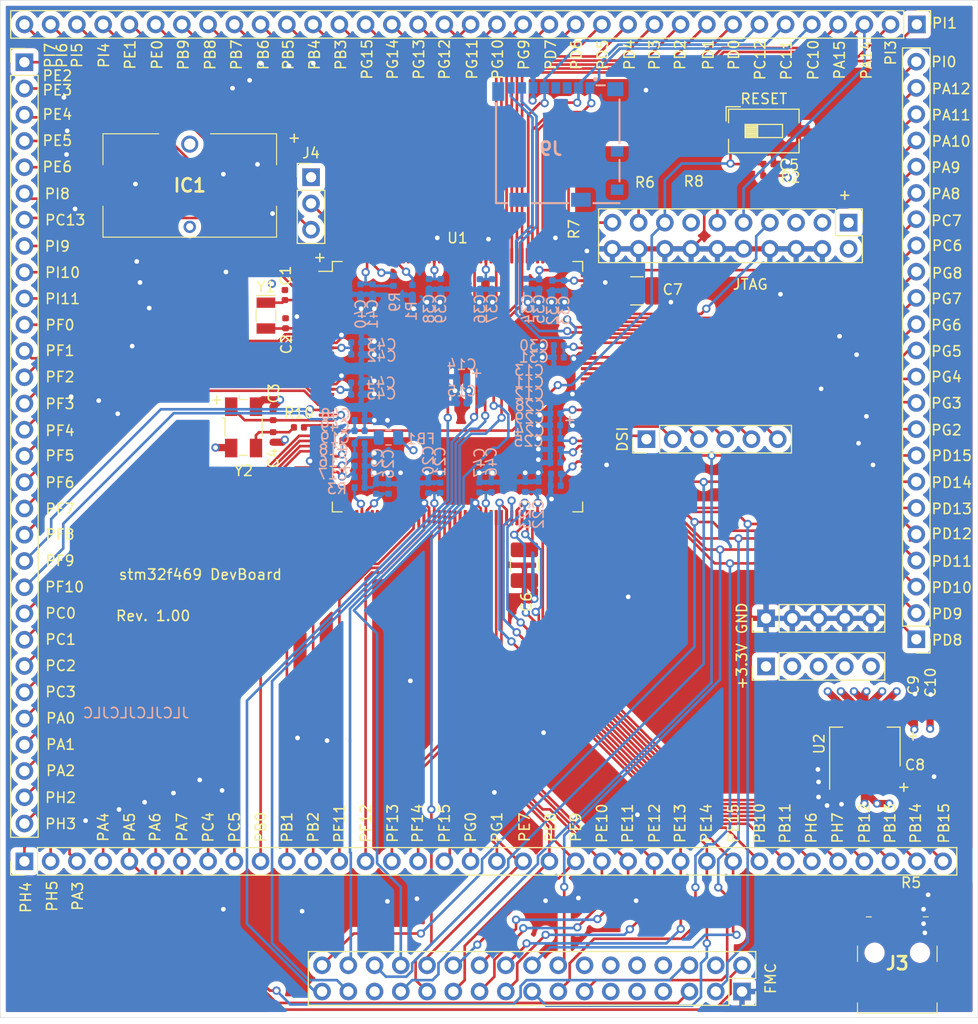
<source format=kicad_pcb>
(kicad_pcb (version 20171130) (host pcbnew "(5.1.6)-1")
  (layers (0 F.Cu signal) (1 In1.Cu power hide) (2 In2.Cu power hide) (31 B.Cu signal) (34 B.Paste user hide) (35 F.Paste user) (36 B.SilkS user) (37 F.SilkS user) (38 B.Mask user hide) (39 F.Mask user) (44 Edge.Cuts user))
  (net 0 "")
  (net 1 GND)
  (net 2 /HSE_OUT)
  (net 3 /HSE_IN)
  (net 4 /LSE_OUT)
  (net 5 /LSE_IN)
  (net 6 /NRST)
  (net 7 "Net-(R1-Pad1)")
  (net 8 "Net-(J4-Pad2)")
  (net 9 +3V3)
  (net 10 /DSI_VDD12)
  (net 11 PD11)
  (net 12 PD7)
  (net 13 PD4)
  (net 14 PD5)
  (net 15 PD14)
  (net 16 PD0)
  (net 17 PD15)
  (net 18 PE7)
  (net 19 PD1)
  (net 20 PE9)
  (net 21 PE8)
  (net 22 PE11)
  (net 23 PE10)
  (net 24 PE13)
  (net 25 PE12)
  (net 26 PE15)
  (net 27 PE14)
  (net 28 PD9)
  (net 29 PD8)
  (net 30 PD10)
  (net 31 PA7)
  (net 32 PA6)
  (net 33 PD12)
  (net 34 PA5)
  (net 35 "Net-(J2-Pad19)")
  (net 36 "Net-(J2-Pad17)")
  (net 37 "Net-(J2-Pad11)")
  (net 38 PA14)
  (net 39 PA13)
  (net 40 PC10)
  (net 41 PC11)
  (net 42 PC12)
  (net 43 PC8)
  (net 44 PC9)
  (net 45 PE2)
  (net 46 "Net-(R9-Pad1)")
  (net 47 PI3)
  (net 48 PI1)
  (net 49 PI0)
  (net 50 "Net-(C7-Pad1)")
  (net 51 PA12)
  (net 52 PA11)
  (net 53 PA10)
  (net 54 PA9)
  (net 55 PA8)
  (net 56 PC7)
  (net 57 PC6)
  (net 58 PG8)
  (net 59 PG7)
  (net 60 PG6)
  (net 61 PG5)
  (net 62 PG4)
  (net 63 PG3)
  (net 64 PG2)
  (net 65 "Net-(J11-Pad6)")
  (net 66 "Net-(J11-Pad5)")
  (net 67 "Net-(J11-Pad4)")
  (net 68 "Net-(J11-Pad3)")
  (net 69 "Net-(J11-Pad2)")
  (net 70 "Net-(J11-Pad1)")
  (net 71 PD13)
  (net 72 PB15)
  (net 73 PB14)
  (net 74 PB13)
  (net 75 PB12)
  (net 76 PH7)
  (net 77 PH6)
  (net 78 "Net-(C6-Pad1)")
  (net 79 PB11)
  (net 80 PB10)
  (net 81 PG1)
  (net 82 PG0)
  (net 83 PF15)
  (net 84 PF14)
  (net 85 PF13)
  (net 86 PF12)
  (net 87 PF11)
  (net 88 PB2)
  (net 89 PB1)
  (net 90 PB0)
  (net 91 PC5)
  (net 92 PC4)
  (net 93 PA4)
  (net 94 "Net-(R3-Pad1)")
  (net 95 PA3)
  (net 96 PH5)
  (net 97 PH4)
  (net 98 PH3)
  (net 99 PH2)
  (net 100 PA2)
  (net 101 PA1)
  (net 102 PA0)
  (net 103 /VDD_A)
  (net 104 PC3)
  (net 105 PC2)
  (net 106 PC1)
  (net 107 PC0)
  (net 108 PF10)
  (net 109 PF9)
  (net 110 PF8)
  (net 111 PF7)
  (net 112 PF6)
  (net 113 PF5)
  (net 114 PF4)
  (net 115 PF3)
  (net 116 PF2)
  (net 117 PF1)
  (net 118 PF0)
  (net 119 PI10)
  (net 120 PI9)
  (net 121 PI8)
  (net 122 PC13)
  (net 123 PE6)
  (net 124 PE5)
  (net 125 PE4)
  (net 126 PE3)
  (net 127 +5V)
  (net 128 PI11)
  (net 129 PA15)
  (net 130 PI7)
  (net 131 PI6)
  (net 132 PI5)
  (net 133 PI4)
  (net 134 PE1)
  (net 135 PE0)
  (net 136 PB9)
  (net 137 PB8)
  (net 138 PB7)
  (net 139 PB6)
  (net 140 PB5)
  (net 141 PB4)
  (net 142 PB3)
  (net 143 PG15)
  (net 144 PG14)
  (net 145 PG13)
  (net 146 PG12)
  (net 147 PG11)
  (net 148 PG10)
  (net 149 PG9)
  (net 150 PD6)
  (net 151 PD3)
  (net 152 PD2)
  (net 153 "Net-(IC1-Pad2)")
  (net 154 "Net-(J3-Pad4)")
  (net 155 "Net-(C4-Pad1)")
  (module Connector_PinHeader_2.54mm:PinHeader_1x05_P2.54mm_Vertical (layer F.Cu) (at 150.8633 107.0465 90)
    (fp_text reference GND (at 0 -2.33 90) (layer F.SilkS))
    (fp_text value Conn_01x05_Male)
    (pad 5 thru_hole oval (at 0 10.16 90) (size 1.7 1.7) (drill 1) (layers *.Cu *.Mask) (net 1 GND))
    (pad 4 thru_hole oval (at 0 7.62 90) (size 1.7 1.7) (drill 1) (layers *.Cu *.Mask) (net 1 GND))
    (pad 3 thru_hole oval (at 0 5.08 90) (size 1.7 1.7) (drill 1) (layers *.Cu *.Mask) (net 1 GND))
    (pad 2 thru_hole oval (at 0 2.54 90) (size 1.7 1.7) (drill 1) (layers *.Cu *.Mask) (net 1 GND))
    (pad 1 thru_hole rect (at 0 0 90) (size 1.7 1.7) (drill 1) (layers *.Cu *.Mask) (net 1 GND))
  )
  (module Connector_PinHeader_2.54mm:PinHeader_1x05_P2.54mm_Vertical (layer F.Cu) (at 150.8633 111.6965 90)
    (fp_text reference +3.3V (at 0 -2.33 90) (layer F.SilkS))
    (fp_text value Conn_01x05_Male)
    (pad 5 thru_hole oval (at 0 10.16 90) (size 1.7 1.7) (drill 1) (layers *.Cu *.Mask) (net 9 +3V3))
    (pad 4 thru_hole oval (at 0 7.62 90) (size 1.7 1.7) (drill 1) (layers *.Cu *.Mask) (net 9 +3V3))
    (pad 3 thru_hole oval (at 0 5.08 90) (size 1.7 1.7) (drill 1) (layers *.Cu *.Mask) (net 9 +3V3))
    (pad 2 thru_hole oval (at 0 2.54 90) (size 1.7 1.7) (drill 1) (layers *.Cu *.Mask) (net 9 +3V3))
    (pad 1 thru_hole rect (at 0 0 90) (size 1.7 1.7) (drill 1) (layers *.Cu *.Mask) (net 9 +3V3))
  )
  (module Capacitor_SMD:C_1210_3225Metric_Pad1.42x2.65mm_HandSolder (layer F.Cu) (at 127.4826 101.9048 270)
    (fp_text reference C6 (at 3.556 -0.1905 90) (layer F.SilkS))
    (fp_text value 2.2uF)
    (pad 2 smd roundrect (at 1.4875 0 270) (size 1.425 2.65) (layers F.Cu F.Paste F.Mask) (roundrect_rratio 0.175439) (net 1 GND))
    (pad 1 smd roundrect (at -1.4875 0 270) (size 1.425 2.65) (layers F.Cu F.Paste F.Mask) (roundrect_rratio 0.175439) (net 78 "Net-(C6-Pad1)"))
  )
  (module Connector_PinHeader_2.54mm:PinHeader_2x10_P2.54mm_Vertical (layer F.Cu) (at 158.8516 68.7578 270)
    (fp_text reference JTAG (at 5.9817 9.5123 180) (layer F.SilkS))
    (fp_text value Conn_ARM_JTAG_SWD_20)
    (pad 20 thru_hole oval (at 2.54 22.86 270) (size 1.7 1.7) (drill 1) (layers *.Cu *.Mask) (net 1 GND))
    (pad 19 thru_hole oval (at 0 22.86 270) (size 1.7 1.7) (drill 1) (layers *.Cu *.Mask) (net 35 "Net-(J2-Pad19)"))
    (pad 18 thru_hole oval (at 2.54 20.32 270) (size 1.7 1.7) (drill 1) (layers *.Cu *.Mask) (net 1 GND))
    (pad 17 thru_hole oval (at 0 20.32 270) (size 1.7 1.7) (drill 1) (layers *.Cu *.Mask) (net 36 "Net-(J2-Pad17)"))
    (pad 16 thru_hole oval (at 2.54 17.78 270) (size 1.7 1.7) (drill 1) (layers *.Cu *.Mask) (net 1 GND))
    (pad 15 thru_hole oval (at 0 17.78 270) (size 1.7 1.7) (drill 1) (layers *.Cu *.Mask) (net 6 /NRST))
    (pad 14 thru_hole oval (at 2.54 15.24 270) (size 1.7 1.7) (drill 1) (layers *.Cu *.Mask) (net 1 GND))
    (pad 13 thru_hole oval (at 0 15.24 270) (size 1.7 1.7) (drill 1) (layers *.Cu *.Mask))
    (pad 12 thru_hole oval (at 2.54 12.7 270) (size 1.7 1.7) (drill 1) (layers *.Cu *.Mask) (net 1 GND))
    (pad 11 thru_hole oval (at 0 12.7 270) (size 1.7 1.7) (drill 1) (layers *.Cu *.Mask) (net 37 "Net-(J2-Pad11)"))
    (pad 10 thru_hole oval (at 2.54 10.16 270) (size 1.7 1.7) (drill 1) (layers *.Cu *.Mask) (net 1 GND))
    (pad 9 thru_hole oval (at 0 10.16 270) (size 1.7 1.7) (drill 1) (layers *.Cu *.Mask) (net 38 PA14))
    (pad 8 thru_hole oval (at 2.54 7.62 270) (size 1.7 1.7) (drill 1) (layers *.Cu *.Mask) (net 1 GND))
    (pad 7 thru_hole oval (at 0 7.62 270) (size 1.7 1.7) (drill 1) (layers *.Cu *.Mask) (net 39 PA13))
    (pad 6 thru_hole oval (at 2.54 5.08 270) (size 1.7 1.7) (drill 1) (layers *.Cu *.Mask) (net 1 GND))
    (pad 5 thru_hole oval (at 0 5.08 270) (size 1.7 1.7) (drill 1) (layers *.Cu *.Mask))
    (pad 4 thru_hole oval (at 2.54 2.54 270) (size 1.7 1.7) (drill 1) (layers *.Cu *.Mask) (net 1 GND))
    (pad 3 thru_hole oval (at 0 2.54 270) (size 1.7 1.7) (drill 1) (layers *.Cu *.Mask))
    (pad 2 thru_hole oval (at 2.54 0 270) (size 1.7 1.7) (drill 1) (layers *.Cu *.Mask) (net 9 +3V3))
    (pad 1 thru_hole rect (at 0 0 270) (size 1.7 1.7) (drill 1) (layers *.Cu *.Mask) (net 9 +3V3))
  )
  (module Connector_PinHeader_2.54mm:PinHeader_1x30_P2.54mm_Vertical (layer F.Cu) (at 79.0956 53.2384)
    (fp_text reference J8 hide)
    (fp_text value Conn_01x30_Male)
    (pad 30 thru_hole oval (at 0 73.66) (size 1.7 1.7) (drill 1) (layers *.Cu *.Mask) (net 98 PH3))
    (pad 29 thru_hole oval (at 0 71.12) (size 1.7 1.7) (drill 1) (layers *.Cu *.Mask) (net 99 PH2))
    (pad 28 thru_hole oval (at 0 68.58) (size 1.7 1.7) (drill 1) (layers *.Cu *.Mask) (net 100 PA2))
    (pad 27 thru_hole oval (at 0 66.04) (size 1.7 1.7) (drill 1) (layers *.Cu *.Mask) (net 101 PA1))
    (pad 26 thru_hole oval (at 0 63.5) (size 1.7 1.7) (drill 1) (layers *.Cu *.Mask) (net 102 PA0))
    (pad 25 thru_hole oval (at 0 60.96) (size 1.7 1.7) (drill 1) (layers *.Cu *.Mask) (net 104 PC3))
    (pad 24 thru_hole oval (at 0 58.42) (size 1.7 1.7) (drill 1) (layers *.Cu *.Mask) (net 105 PC2))
    (pad 23 thru_hole oval (at 0 55.88) (size 1.7 1.7) (drill 1) (layers *.Cu *.Mask) (net 106 PC1))
    (pad 22 thru_hole oval (at 0 53.34) (size 1.7 1.7) (drill 1) (layers *.Cu *.Mask) (net 107 PC0))
    (pad 21 thru_hole oval (at 0 50.8) (size 1.7 1.7) (drill 1) (layers *.Cu *.Mask) (net 108 PF10))
    (pad 20 thru_hole oval (at 0 48.26) (size 1.7 1.7) (drill 1) (layers *.Cu *.Mask) (net 109 PF9))
    (pad 19 thru_hole oval (at 0 45.72) (size 1.7 1.7) (drill 1) (layers *.Cu *.Mask) (net 110 PF8))
    (pad 18 thru_hole oval (at 0 43.18) (size 1.7 1.7) (drill 1) (layers *.Cu *.Mask) (net 111 PF7))
    (pad 17 thru_hole oval (at 0 40.64) (size 1.7 1.7) (drill 1) (layers *.Cu *.Mask) (net 112 PF6))
    (pad 16 thru_hole oval (at 0 38.1) (size 1.7 1.7) (drill 1) (layers *.Cu *.Mask) (net 113 PF5))
    (pad 15 thru_hole oval (at 0 35.56) (size 1.7 1.7) (drill 1) (layers *.Cu *.Mask) (net 114 PF4))
    (pad 14 thru_hole oval (at 0 33.02) (size 1.7 1.7) (drill 1) (layers *.Cu *.Mask) (net 115 PF3))
    (pad 13 thru_hole oval (at 0 30.48) (size 1.7 1.7) (drill 1) (layers *.Cu *.Mask) (net 116 PF2))
    (pad 12 thru_hole oval (at 0 27.94) (size 1.7 1.7) (drill 1) (layers *.Cu *.Mask) (net 117 PF1))
    (pad 11 thru_hole oval (at 0 25.4) (size 1.7 1.7) (drill 1) (layers *.Cu *.Mask) (net 118 PF0))
    (pad 10 thru_hole oval (at 0 22.86) (size 1.7 1.7) (drill 1) (layers *.Cu *.Mask) (net 128 PI11))
    (pad 9 thru_hole oval (at 0 20.32) (size 1.7 1.7) (drill 1) (layers *.Cu *.Mask) (net 119 PI10))
    (pad 8 thru_hole oval (at 0 17.78) (size 1.7 1.7) (drill 1) (layers *.Cu *.Mask) (net 120 PI9))
    (pad 7 thru_hole oval (at 0 15.24) (size 1.7 1.7) (drill 1) (layers *.Cu *.Mask) (net 122 PC13))
    (pad 6 thru_hole oval (at 0 12.7) (size 1.7 1.7) (drill 1) (layers *.Cu *.Mask) (net 121 PI8))
    (pad 5 thru_hole oval (at 0 10.16) (size 1.7 1.7) (drill 1) (layers *.Cu *.Mask) (net 123 PE6))
    (pad 4 thru_hole oval (at 0 7.62) (size 1.7 1.7) (drill 1) (layers *.Cu *.Mask) (net 124 PE5))
    (pad 3 thru_hole oval (at 0 5.08) (size 1.7 1.7) (drill 1) (layers *.Cu *.Mask) (net 125 PE4))
    (pad 2 thru_hole oval (at 0 2.54) (size 1.7 1.7) (drill 1) (layers *.Cu *.Mask) (net 126 PE3))
    (pad 1 thru_hole rect (at 0 0) (size 1.7 1.7) (drill 1) (layers *.Cu *.Mask) (net 45 PE2))
  )
  (module Connector_PinHeader_2.54mm:PinHeader_1x23_P2.54mm_Vertical (layer F.Cu) (at 165.4048 109.0676 180)
    (fp_text reference J7 hide)
    (fp_text value Conn_01x23_Male)
    (pad 23 thru_hole oval (at 0 55.88 180) (size 1.7 1.7) (drill 1) (layers *.Cu *.Mask) (net 49 PI0))
    (pad 22 thru_hole oval (at 0 53.34 180) (size 1.7 1.7) (drill 1) (layers *.Cu *.Mask) (net 51 PA12))
    (pad 21 thru_hole oval (at 0 50.8 180) (size 1.7 1.7) (drill 1) (layers *.Cu *.Mask) (net 52 PA11))
    (pad 20 thru_hole oval (at 0 48.26 180) (size 1.7 1.7) (drill 1) (layers *.Cu *.Mask) (net 53 PA10))
    (pad 19 thru_hole oval (at 0 45.72 180) (size 1.7 1.7) (drill 1) (layers *.Cu *.Mask) (net 54 PA9))
    (pad 18 thru_hole oval (at 0 43.18 180) (size 1.7 1.7) (drill 1) (layers *.Cu *.Mask) (net 55 PA8))
    (pad 17 thru_hole oval (at 0 40.64 180) (size 1.7 1.7) (drill 1) (layers *.Cu *.Mask) (net 56 PC7))
    (pad 16 thru_hole oval (at 0 38.1 180) (size 1.7 1.7) (drill 1) (layers *.Cu *.Mask) (net 57 PC6))
    (pad 15 thru_hole oval (at 0 35.56 180) (size 1.7 1.7) (drill 1) (layers *.Cu *.Mask) (net 58 PG8))
    (pad 14 thru_hole oval (at 0 33.02 180) (size 1.7 1.7) (drill 1) (layers *.Cu *.Mask) (net 59 PG7))
    (pad 13 thru_hole oval (at 0 30.48 180) (size 1.7 1.7) (drill 1) (layers *.Cu *.Mask) (net 60 PG6))
    (pad 12 thru_hole oval (at 0 27.94 180) (size 1.7 1.7) (drill 1) (layers *.Cu *.Mask) (net 61 PG5))
    (pad 11 thru_hole oval (at 0 25.4 180) (size 1.7 1.7) (drill 1) (layers *.Cu *.Mask) (net 62 PG4))
    (pad 10 thru_hole oval (at 0 22.86 180) (size 1.7 1.7) (drill 1) (layers *.Cu *.Mask) (net 63 PG3))
    (pad 9 thru_hole oval (at 0 20.32 180) (size 1.7 1.7) (drill 1) (layers *.Cu *.Mask) (net 64 PG2))
    (pad 8 thru_hole oval (at 0 17.78 180) (size 1.7 1.7) (drill 1) (layers *.Cu *.Mask) (net 17 PD15))
    (pad 7 thru_hole oval (at 0 15.24 180) (size 1.7 1.7) (drill 1) (layers *.Cu *.Mask) (net 15 PD14))
    (pad 6 thru_hole oval (at 0 12.7 180) (size 1.7 1.7) (drill 1) (layers *.Cu *.Mask) (net 71 PD13))
    (pad 5 thru_hole oval (at 0 10.16 180) (size 1.7 1.7) (drill 1) (layers *.Cu *.Mask) (net 33 PD12))
    (pad 4 thru_hole oval (at 0 7.62 180) (size 1.7 1.7) (drill 1) (layers *.Cu *.Mask) (net 11 PD11))
    (pad 3 thru_hole oval (at 0 5.08 180) (size 1.7 1.7) (drill 1) (layers *.Cu *.Mask) (net 30 PD10))
    (pad 2 thru_hole oval (at 0 2.54 180) (size 1.7 1.7) (drill 1) (layers *.Cu *.Mask) (net 28 PD9))
    (pad 1 thru_hole rect (at 0 0 180) (size 1.7 1.7) (drill 1) (layers *.Cu *.Mask) (net 29 PD8))
  )
  (module SamacSys_Parts:1040310811 (layer B.Cu) (at 130.7084 55.4736)
    (fp_text reference J9 (at -0.679 6.139) (layer B.SilkS) (effects (font (size 1.27 1.27) (thickness 0.254)) (justify mirror)))
    (fp_text value 104031-0811 hide)
    (pad 14 smd rect (at 5.565 0.375 270) (size 1.35 1.55) (layers B.Cu B.Paste B.Mask))
    (pad 13 smd rect (at 5.74 6.4 270) (size 1 1.2) (layers B.Cu B.Paste B.Mask))
    (pad 12 smd rect (at 5.74 10.1 270) (size 1 1.2) (layers B.Cu B.Paste B.Mask))
    (pad 11 smd rect (at 2.24 11.075 270) (size 1.35 1.9) (layers B.Cu B.Paste B.Mask))
    (pad 10 smd rect (at -3.73 11.075 270) (size 1.35 1.9) (layers B.Cu B.Paste B.Mask))
    (pad 9 smd rect (at -5.755 0.6) (size 1.17 1.8) (layers B.Cu B.Paste B.Mask))
    (pad 8 smd rect (at -4.545 0.25) (size 0.75 1.1) (layers B.Cu B.Paste B.Mask) (net 44 PC9))
    (pad 7 smd rect (at -3.495 0.25) (size 0.85 1.1) (layers B.Cu B.Paste B.Mask) (net 43 PC8))
    (pad 6 smd rect (at -2.395 0.25) (size 0.85 1.1) (layers B.Cu B.Paste B.Mask) (net 1 GND))
    (pad 5 smd rect (at -1.295 0.25) (size 0.85 1.1) (layers B.Cu B.Paste B.Mask) (net 42 PC12))
    (pad 4 smd rect (at -0.195 0.25) (size 0.85 1.1) (layers B.Cu B.Paste B.Mask))
    (pad 3 smd rect (at 0.905 0.25) (size 0.85 1.1) (layers B.Cu B.Paste B.Mask))
    (pad 2 smd rect (at 2.005 0.25) (size 0.85 1.1) (layers B.Cu B.Paste B.Mask) (net 41 PC11))
    (pad 1 smd rect (at 3.105 0.25) (size 0.85 1.1) (layers B.Cu B.Paste B.Mask) (net 40 PC10))
  )
  (module SamacSys_Parts:10033526N3212LF (layer F.Cu) (at 163.5633 140.589)
    (fp_text reference J3 (at 0 -0.165) (layer F.SilkS) (effects (font (size 1.27 1.27) (thickness 0.254))))
    (fp_text value 10033526-N3212LF hide)
    (pad MP4 smd rect (at 4.45 -3.74) (size 2 2.5) (layers F.Cu F.Paste F.Mask) (net 1 GND))
    (pad MP3 smd rect (at 4.45 1.71) (size 2 2.5) (layers F.Cu F.Paste F.Mask) (net 1 GND))
    (pad MP2 smd rect (at -4.45 1.71) (size 2 2.5) (layers F.Cu F.Paste F.Mask) (net 1 GND))
    (pad MP1 smd rect (at -4.45 -3.74) (size 2 2.5) (layers F.Cu F.Paste F.Mask) (net 1 GND))
    (pad MH2 np_thru_hole circle (at 2.2 -1.19) (size 0.95 0) (drill 0.95) (layers *.Cu *.Mask))
    (pad MH1 np_thru_hole circle (at -2.2 -1.19) (size 0.95 0) (drill 0.95) (layers *.Cu *.Mask))
    (pad 5 smd rect (at 1.6 -3.865) (size 0.5 2.25) (layers F.Cu F.Paste F.Mask) (net 1 GND))
    (pad 4 smd rect (at 0.8 -3.865) (size 0.5 2.25) (layers F.Cu F.Paste F.Mask) (net 154 "Net-(J3-Pad4)"))
    (pad 3 smd rect (at 0 -3.865) (size 0.5 2.25) (layers F.Cu F.Paste F.Mask))
    (pad 2 smd rect (at -0.8 -3.865) (size 0.5 2.25) (layers F.Cu F.Paste F.Mask))
    (pad 1 smd rect (at -1.6 -3.865) (size 0.5 2.25) (layers F.Cu F.Paste F.Mask) (net 127 +5V))
  )
  (module SamacSys_Parts:1072 (layer F.Cu) (at 95.0976 65.1632)
    (fp_text reference IC1 (at 0 0) (layer F.SilkS) (effects (font (size 1.27 1.27) (thickness 0.254))))
    (fp_text value 1072 hide)
    (pad MH2 thru_hole circle (at 0 -4) (size 1.65 1.65) (drill 1.1) (layers *.Cu *.Mask))
    (pad MH1 thru_hole circle (at 0 4) (size 1.2 1.2) (drill 0.7) (layers *.Cu *.Mask))
    (pad 2 smd rect (at 7.4 0 90) (size 1.5 2) (layers F.Cu F.Paste F.Mask) (net 153 "Net-(IC1-Pad2)"))
    (pad 1 smd rect (at -7.4 0 90) (size 1.5 2) (layers F.Cu F.Paste F.Mask) (net 1 GND))
  )
  (module Capacitor_SMD:C_0402_1005Metric (layer B.Cu) (at 111.5338 88.9)
    (fp_text reference C49 (at -2.39 -0.4445) (layer B.SilkS) (effects (justify mirror)))
    (fp_text value 100nF)
    (pad 2 smd roundrect (at 0.485 0) (size 0.59 0.64) (layers B.Cu B.Paste B.Mask) (net 1 GND))
    (pad 1 smd roundrect (at -0.485 0) (size 0.59 0.64) (layers B.Cu B.Paste B.Mask) (net 9 +3V3))
  )
  (module Capacitor_SMD:C_0402_1005Metric (layer B.Cu) (at 111.5338 87.884)
    (fp_text reference C48 (at -2.3265 -0.5715) (layer B.SilkS) (effects (justify mirror)))
    (fp_text value 100nF)
    (pad 2 smd roundrect (at 0.485 0) (size 0.59 0.64) (layers B.Cu B.Paste B.Mask) (net 1 GND))
    (pad 1 smd roundrect (at -0.485 0) (size 0.59 0.64) (layers B.Cu B.Paste B.Mask) (net 9 +3V3))
  )
  (module Capacitor_SMD:C_0402_1005Metric (layer B.Cu) (at 123.1392 94.3864 90)
    (fp_text reference C47 (at 2.413 0 -90) (layer B.SilkS) (effects (justify mirror)))
    (fp_text value 100nF)
    (pad 2 smd roundrect (at 0.485 0 90) (size 0.59 0.64) (layers B.Cu B.Paste B.Mask) (net 1 GND))
    (pad 1 smd roundrect (at -0.485 0 90) (size 0.59 0.64) (layers B.Cu B.Paste B.Mask) (net 9 +3V3))
  )
  (module Capacitor_SMD:C_0402_1005Metric (layer B.Cu) (at 124.2822 94.3634 90)
    (fp_text reference C46 (at 2.446 0 -90) (layer B.SilkS) (effects (justify mirror)))
    (fp_text value 100nF)
    (pad 2 smd roundrect (at 0.485 0 90) (size 0.59 0.64) (layers B.Cu B.Paste B.Mask) (net 1 GND))
    (pad 1 smd roundrect (at -0.485 0 90) (size 0.59 0.64) (layers B.Cu B.Paste B.Mask) (net 9 +3V3))
  )
  (module Capacitor_SMD:C_0402_1005Metric (layer B.Cu) (at 111.1988 85.3948)
    (fp_text reference C45 (at 2.435 -0.042) (layer B.SilkS) (effects (justify mirror)))
    (fp_text value 100nF)
    (pad 2 smd roundrect (at 0.485 0) (size 0.59 0.64) (layers B.Cu B.Paste B.Mask) (net 1 GND))
    (pad 1 smd roundrect (at -0.485 0) (size 0.59 0.64) (layers B.Cu B.Paste B.Mask) (net 9 +3V3))
  )
  (module Capacitor_SMD:C_0402_1005Metric (layer B.Cu) (at 111.1988 84.2518)
    (fp_text reference C44 (at 2.39 0) (layer B.SilkS) (effects (justify mirror)))
    (fp_text value 100nF)
    (pad 2 smd roundrect (at 0.485 0) (size 0.59 0.64) (layers B.Cu B.Paste B.Mask) (net 1 GND))
    (pad 1 smd roundrect (at -0.485 0) (size 0.59 0.64) (layers B.Cu B.Paste B.Mask) (net 9 +3V3))
  )
  (module Capacitor_SMD:C_0402_1005Metric (layer B.Cu) (at 111.2115 80.3656)
    (fp_text reference C43 (at 2.4535 0.1905) (layer B.SilkS) (effects (justify mirror)))
    (fp_text value 100nF)
    (pad 2 smd roundrect (at 0.485 0) (size 0.59 0.64) (layers B.Cu B.Paste B.Mask) (net 1 GND))
    (pad 1 smd roundrect (at -0.485 0) (size 0.59 0.64) (layers B.Cu B.Paste B.Mask) (net 9 +3V3))
  )
  (module Capacitor_SMD:C_0402_1005Metric (layer B.Cu) (at 111.2115 81.5086)
    (fp_text reference C42 (at 2.4535 0.1905) (layer B.SilkS) (effects (justify mirror)))
    (fp_text value 100nF)
    (pad 2 smd roundrect (at 0.485 0) (size 0.59 0.64) (layers B.Cu B.Paste B.Mask) (net 1 GND))
    (pad 1 smd roundrect (at -0.485 0) (size 0.59 0.64) (layers B.Cu B.Paste B.Mask) (net 9 +3V3))
  )
  (module Capacitor_SMD:C_0402_1005Metric (layer B.Cu) (at 112.776 75.207 270)
    (fp_text reference C41 (at 2.39 0 270) (layer B.SilkS) (effects (justify mirror)))
    (fp_text value 100nF)
    (pad 2 smd roundrect (at 0.485 0 270) (size 0.59 0.64) (layers B.Cu B.Paste B.Mask) (net 1 GND))
    (pad 1 smd roundrect (at -0.485 0 270) (size 0.59 0.64) (layers B.Cu B.Paste B.Mask) (net 9 +3V3))
  )
  (module Capacitor_SMD:C_0402_1005Metric (layer B.Cu) (at 111.633 75.207 270)
    (fp_text reference C40 (at 2.39 0 270) (layer B.SilkS) (effects (justify mirror)))
    (fp_text value 100nF)
    (pad 2 smd roundrect (at 0.485 0 270) (size 0.59 0.64) (layers B.Cu B.Paste B.Mask) (net 1 GND))
    (pad 1 smd roundrect (at -0.485 0 270) (size 0.59 0.64) (layers B.Cu B.Paste B.Mask) (net 9 +3V3))
  )
  (module Capacitor_SMD:C_0402_1005Metric (layer B.Cu) (at 119.3927 74.699 270)
    (fp_text reference C39 (at 2.39 0 270) (layer B.SilkS) (effects (justify mirror)))
    (fp_text value 100nF)
    (pad 2 smd roundrect (at 0.485 0 270) (size 0.59 0.64) (layers B.Cu B.Paste B.Mask) (net 1 GND))
    (pad 1 smd roundrect (at -0.485 0 270) (size 0.59 0.64) (layers B.Cu B.Paste B.Mask) (net 9 +3V3))
  )
  (module Capacitor_SMD:C_0402_1005Metric (layer B.Cu) (at 118.2497 74.699 270)
    (fp_text reference C38 (at 2.39 0 270) (layer B.SilkS) (effects (justify mirror)))
    (fp_text value 100nF)
    (pad 2 smd roundrect (at 0.485 0 270) (size 0.59 0.64) (layers B.Cu B.Paste B.Mask) (net 1 GND))
    (pad 1 smd roundrect (at -0.485 0 270) (size 0.59 0.64) (layers B.Cu B.Paste B.Mask) (net 9 +3V3))
  )
  (module Resistor_SMD:R_0402_1005Metric (layer F.Cu) (at 105.6616 88.5698 180)
    (fp_text reference R10 (at 0 1.397) (layer F.SilkS))
    (fp_text value 220)
    (pad 2 smd roundrect (at 0.485 0 180) (size 0.59 0.64) (layers F.Cu F.Paste F.Mask) (net 155 "Net-(C4-Pad1)"))
    (pad 1 smd roundrect (at -0.485 0 180) (size 0.59 0.64) (layers F.Cu F.Paste F.Mask) (net 2 /HSE_OUT))
  )
  (module Crystal:Crystal_SMD_Abracon_ABM3B-4Pin_5.0x3.2mm (layer F.Cu) (at 100.3046 88.5698 270)
    (fp_text reference Y2)
    (fp_text value ABM3B-8.000MHZ-10-1-U-T)
    (fp_text user %R (at 4.2037 0 180) (layer F.SilkS))
    (pad 4 smd rect (at -2 -1.2 270) (size 1.8 1.2) (layers F.Cu F.Paste F.Mask) (net 1 GND))
    (pad 3 smd rect (at 2 -1.2 270) (size 1.8 1.2) (layers F.Cu F.Paste F.Mask) (net 155 "Net-(C4-Pad1)"))
    (pad 2 smd rect (at 2 1.2 270) (size 1.8 1.2) (layers F.Cu F.Paste F.Mask) (net 1 GND))
    (pad 1 smd rect (at -2 1.2 270) (size 1.8 1.2) (layers F.Cu F.Paste F.Mask) (net 3 /HSE_IN))
  )
  (module Crystal:Crystal_SMD_G8-2Pin_3.2x1.5mm (layer F.Cu) (at 102.4636 77.7548 270)
    (fp_text reference Y1 (at -2.774 0 180) (layer F.SilkS))
    (fp_text value Q13FC1350000400)
    (pad 2 smd rect (at 1.25 0 270) (size 1 1.8) (layers F.Cu F.Paste F.Mask) (net 4 /LSE_OUT))
    (pad 1 smd rect (at -1.25 0 270) (size 1 1.8) (layers F.Cu F.Paste F.Mask) (net 5 /LSE_IN))
  )
  (module Capacitor_SMD:C_0805_2012Metric (layer B.Cu) (at 114.3231 89.5604 180)
    (fp_text reference FB1 (at -3.1265 -0.127) (layer B.SilkS) (effects (justify mirror)))
    (fp_text value GZ2012D601TF)
    (pad 2 smd roundrect (at 0.9375 0 180) (size 0.975 1.4) (layers B.Cu B.Paste B.Mask) (net 103 /VDD_A))
    (pad 1 smd roundrect (at -0.9375 0 180) (size 0.975 1.4) (layers B.Cu B.Paste B.Mask) (net 9 +3V3))
  )
  (module Capacitor_SMD:C_1210_3225Metric_Pad1.42x2.65mm_HandSolder (layer F.Cu) (at 138.3681 75.3618)
    (fp_text reference C7 (at 3.4655 -0.127) (layer F.SilkS))
    (fp_text value 2.2uF)
    (pad 2 smd roundrect (at 1.4875 0) (size 1.425 2.65) (layers F.Cu F.Paste F.Mask) (roundrect_rratio 0.175439) (net 1 GND))
    (pad 1 smd roundrect (at -1.4875 0) (size 1.425 2.65) (layers F.Cu F.Paste F.Mask) (roundrect_rratio 0.175439) (net 50 "Net-(C7-Pad1)"))
  )
  (module Connector_PinHeader_2.54mm:PinHeader_1x36_P2.54mm_Vertical (layer F.Cu) (at 79.0956 130.556 90)
    (fp_text reference J6 hide)
    (fp_text value Conn_01x36_Male hide)
    (pad 36 thru_hole oval (at 0 88.9 90) (size 1.7 1.7) (drill 1) (layers *.Cu *.Mask) (net 72 PB15))
    (pad 35 thru_hole oval (at 0 86.36 90) (size 1.7 1.7) (drill 1) (layers *.Cu *.Mask) (net 73 PB14))
    (pad 34 thru_hole oval (at 0 83.82 90) (size 1.7 1.7) (drill 1) (layers *.Cu *.Mask) (net 74 PB13))
    (pad 33 thru_hole oval (at 0 81.28 90) (size 1.7 1.7) (drill 1) (layers *.Cu *.Mask) (net 75 PB12))
    (pad 32 thru_hole oval (at 0 78.74 90) (size 1.7 1.7) (drill 1) (layers *.Cu *.Mask) (net 76 PH7))
    (pad 31 thru_hole oval (at 0 76.2 90) (size 1.7 1.7) (drill 1) (layers *.Cu *.Mask) (net 77 PH6))
    (pad 30 thru_hole oval (at 0 73.66 90) (size 1.7 1.7) (drill 1) (layers *.Cu *.Mask) (net 79 PB11))
    (pad 29 thru_hole oval (at 0 71.12 90) (size 1.7 1.7) (drill 1) (layers *.Cu *.Mask) (net 80 PB10))
    (pad 28 thru_hole oval (at 0 68.58 90) (size 1.7 1.7) (drill 1) (layers *.Cu *.Mask) (net 26 PE15))
    (pad 27 thru_hole oval (at 0 66.04 90) (size 1.7 1.7) (drill 1) (layers *.Cu *.Mask) (net 27 PE14))
    (pad 26 thru_hole oval (at 0 63.5 90) (size 1.7 1.7) (drill 1) (layers *.Cu *.Mask) (net 24 PE13))
    (pad 25 thru_hole oval (at 0 60.96 90) (size 1.7 1.7) (drill 1) (layers *.Cu *.Mask) (net 25 PE12))
    (pad 24 thru_hole oval (at 0 58.42 90) (size 1.7 1.7) (drill 1) (layers *.Cu *.Mask) (net 22 PE11))
    (pad 23 thru_hole oval (at 0 55.88 90) (size 1.7 1.7) (drill 1) (layers *.Cu *.Mask) (net 23 PE10))
    (pad 22 thru_hole oval (at 0 53.34 90) (size 1.7 1.7) (drill 1) (layers *.Cu *.Mask) (net 20 PE9))
    (pad 21 thru_hole oval (at 0 50.8 90) (size 1.7 1.7) (drill 1) (layers *.Cu *.Mask) (net 21 PE8))
    (pad 20 thru_hole oval (at 0 48.26 90) (size 1.7 1.7) (drill 1) (layers *.Cu *.Mask) (net 18 PE7))
    (pad 19 thru_hole oval (at 0 45.72 90) (size 1.7 1.7) (drill 1) (layers *.Cu *.Mask) (net 81 PG1))
    (pad 18 thru_hole oval (at 0 43.18 90) (size 1.7 1.7) (drill 1) (layers *.Cu *.Mask) (net 82 PG0))
    (pad 17 thru_hole oval (at 0 40.64 90) (size 1.7 1.7) (drill 1) (layers *.Cu *.Mask) (net 83 PF15))
    (pad 16 thru_hole oval (at 0 38.1 90) (size 1.7 1.7) (drill 1) (layers *.Cu *.Mask) (net 84 PF14))
    (pad 15 thru_hole oval (at 0 35.56 90) (size 1.7 1.7) (drill 1) (layers *.Cu *.Mask) (net 85 PF13))
    (pad 14 thru_hole oval (at 0 33.02 90) (size 1.7 1.7) (drill 1) (layers *.Cu *.Mask) (net 86 PF12))
    (pad 13 thru_hole oval (at 0 30.48 90) (size 1.7 1.7) (drill 1) (layers *.Cu *.Mask) (net 87 PF11))
    (pad 12 thru_hole oval (at 0 27.94 90) (size 1.7 1.7) (drill 1) (layers *.Cu *.Mask) (net 88 PB2))
    (pad 11 thru_hole oval (at 0 25.4 90) (size 1.7 1.7) (drill 1) (layers *.Cu *.Mask) (net 89 PB1))
    (pad 10 thru_hole oval (at 0 22.86 90) (size 1.7 1.7) (drill 1) (layers *.Cu *.Mask) (net 90 PB0))
    (pad 9 thru_hole oval (at 0 20.32 90) (size 1.7 1.7) (drill 1) (layers *.Cu *.Mask) (net 91 PC5))
    (pad 8 thru_hole oval (at 0 17.78 90) (size 1.7 1.7) (drill 1) (layers *.Cu *.Mask) (net 92 PC4))
    (pad 7 thru_hole oval (at 0 15.24 90) (size 1.7 1.7) (drill 1) (layers *.Cu *.Mask) (net 31 PA7))
    (pad 6 thru_hole oval (at 0 12.7 90) (size 1.7 1.7) (drill 1) (layers *.Cu *.Mask) (net 32 PA6))
    (pad 5 thru_hole oval (at 0 10.16 90) (size 1.7 1.7) (drill 1) (layers *.Cu *.Mask) (net 34 PA5))
    (pad 4 thru_hole oval (at 0 7.62 90) (size 1.7 1.7) (drill 1) (layers *.Cu *.Mask) (net 93 PA4))
    (pad 3 thru_hole oval (at 0 5.08 90) (size 1.7 1.7) (drill 1) (layers *.Cu *.Mask) (net 95 PA3))
    (pad 2 thru_hole oval (at 0 2.54 90) (size 1.7 1.7) (drill 1) (layers *.Cu *.Mask) (net 96 PH5))
    (pad 1 thru_hole rect (at 0 0 90) (size 1.7 1.7) (drill 1) (layers *.Cu *.Mask) (net 97 PH4))
  )
  (module Connector_PinHeader_2.54mm:PinHeader_1x35_P2.54mm_Vertical (layer F.Cu) (at 165.4556 49.5808 270)
    (fp_text reference J5 hide)
    (fp_text value Conn_01x35_Male hide)
    (pad 35 thru_hole oval (at 0 86.36 270) (size 1.7 1.7) (drill 1) (layers *.Cu *.Mask) (net 130 PI7))
    (pad 34 thru_hole oval (at 0 83.82 270) (size 1.7 1.7) (drill 1) (layers *.Cu *.Mask) (net 131 PI6))
    (pad 33 thru_hole oval (at 0 81.28 270) (size 1.7 1.7) (drill 1) (layers *.Cu *.Mask) (net 132 PI5))
    (pad 32 thru_hole oval (at 0 78.74 270) (size 1.7 1.7) (drill 1) (layers *.Cu *.Mask) (net 133 PI4))
    (pad 31 thru_hole oval (at 0 76.2 270) (size 1.7 1.7) (drill 1) (layers *.Cu *.Mask) (net 134 PE1))
    (pad 30 thru_hole oval (at 0 73.66 270) (size 1.7 1.7) (drill 1) (layers *.Cu *.Mask) (net 135 PE0))
    (pad 29 thru_hole oval (at 0 71.12 270) (size 1.7 1.7) (drill 1) (layers *.Cu *.Mask) (net 136 PB9))
    (pad 28 thru_hole oval (at 0 68.58 270) (size 1.7 1.7) (drill 1) (layers *.Cu *.Mask) (net 137 PB8))
    (pad 27 thru_hole oval (at 0 66.04 270) (size 1.7 1.7) (drill 1) (layers *.Cu *.Mask) (net 138 PB7))
    (pad 26 thru_hole oval (at 0 63.5 270) (size 1.7 1.7) (drill 1) (layers *.Cu *.Mask) (net 139 PB6))
    (pad 25 thru_hole oval (at 0 60.96 270) (size 1.7 1.7) (drill 1) (layers *.Cu *.Mask) (net 140 PB5))
    (pad 24 thru_hole oval (at 0 58.42 270) (size 1.7 1.7) (drill 1) (layers *.Cu *.Mask) (net 141 PB4))
    (pad 23 thru_hole oval (at 0 55.88 270) (size 1.7 1.7) (drill 1) (layers *.Cu *.Mask) (net 142 PB3))
    (pad 22 thru_hole oval (at 0 53.34 270) (size 1.7 1.7) (drill 1) (layers *.Cu *.Mask) (net 143 PG15))
    (pad 21 thru_hole oval (at 0 50.8 270) (size 1.7 1.7) (drill 1) (layers *.Cu *.Mask) (net 144 PG14))
    (pad 20 thru_hole oval (at 0 48.26 270) (size 1.7 1.7) (drill 1) (layers *.Cu *.Mask) (net 145 PG13))
    (pad 19 thru_hole oval (at 0 45.72 270) (size 1.7 1.7) (drill 1) (layers *.Cu *.Mask) (net 146 PG12))
    (pad 18 thru_hole oval (at 0 43.18 270) (size 1.7 1.7) (drill 1) (layers *.Cu *.Mask) (net 147 PG11))
    (pad 17 thru_hole oval (at 0 40.64 270) (size 1.7 1.7) (drill 1) (layers *.Cu *.Mask) (net 148 PG10))
    (pad 16 thru_hole oval (at 0 38.1 270) (size 1.7 1.7) (drill 1) (layers *.Cu *.Mask) (net 149 PG9))
    (pad 15 thru_hole oval (at 0 35.56 270) (size 1.7 1.7) (drill 1) (layers *.Cu *.Mask) (net 12 PD7))
    (pad 14 thru_hole oval (at 0 33.02 270) (size 1.7 1.7) (drill 1) (layers *.Cu *.Mask) (net 150 PD6))
    (pad 13 thru_hole oval (at 0 30.48 270) (size 1.7 1.7) (drill 1) (layers *.Cu *.Mask) (net 14 PD5))
    (pad 12 thru_hole oval (at 0 27.94 270) (size 1.7 1.7) (drill 1) (layers *.Cu *.Mask) (net 13 PD4))
    (pad 11 thru_hole oval (at 0 25.4 270) (size 1.7 1.7) (drill 1) (layers *.Cu *.Mask) (net 151 PD3))
    (pad 10 thru_hole oval (at 0 22.86 270) (size 1.7 1.7) (drill 1) (layers *.Cu *.Mask) (net 152 PD2))
    (pad 9 thru_hole oval (at 0 20.32 270) (size 1.7 1.7) (drill 1) (layers *.Cu *.Mask) (net 19 PD1))
    (pad 8 thru_hole oval (at 0 17.78 270) (size 1.7 1.7) (drill 1) (layers *.Cu *.Mask) (net 16 PD0))
    (pad 7 thru_hole oval (at 0 15.24 270) (size 1.7 1.7) (drill 1) (layers *.Cu *.Mask) (net 42 PC12))
    (pad 6 thru_hole oval (at 0 12.7 270) (size 1.7 1.7) (drill 1) (layers *.Cu *.Mask) (net 41 PC11))
    (pad 5 thru_hole oval (at 0 10.16 270) (size 1.7 1.7) (drill 1) (layers *.Cu *.Mask) (net 40 PC10))
    (pad 4 thru_hole oval (at 0 7.62 270) (size 1.7 1.7) (drill 1) (layers *.Cu *.Mask) (net 129 PA15))
    (pad 3 thru_hole oval (at 0 5.08 270) (size 1.7 1.7) (drill 1) (layers *.Cu *.Mask) (net 38 PA14))
    (pad 2 thru_hole oval (at 0 2.54 270) (size 1.7 1.7) (drill 1) (layers *.Cu *.Mask) (net 47 PI3))
    (pad 1 thru_hole rect (at 0 0 270) (size 1.7 1.7) (drill 1) (layers *.Cu *.Mask) (net 48 PI1))
  )
  (module Resistor_SMD:R_0402_1005Metric (layer F.Cu) (at 143.9672 65.9892 180)
    (fp_text reference R8 (at 0.1016 1.2192) (layer F.SilkS))
    (fp_text value 10k)
    (pad 2 smd roundrect (at 0.485 0 180) (size 0.59 0.64) (layers F.Cu F.Paste F.Mask) (net 1 GND))
    (pad 1 smd roundrect (at -0.485 0 180) (size 0.59 0.64) (layers F.Cu F.Paste F.Mask) (net 37 "Net-(J2-Pad11)"))
  )
  (module Resistor_SMD:R_0402_1005Metric (layer F.Cu) (at 133.4516 69.85 270)
    (fp_text reference R7 (at -0.4572 1.1684 90) (layer F.SilkS))
    (fp_text value 10k)
    (pad 2 smd roundrect (at 0.485 0 270) (size 0.59 0.64) (layers F.Cu F.Paste F.Mask) (net 1 GND))
    (pad 1 smd roundrect (at -0.485 0 270) (size 0.59 0.64) (layers F.Cu F.Paste F.Mask) (net 35 "Net-(J2-Pad19)"))
  )
  (module Resistor_SMD:R_0402_1005Metric (layer F.Cu) (at 139.1412 66.04)
    (fp_text reference R6 (at 0 -1.17) (layer F.SilkS))
    (fp_text value 10k)
    (pad 2 smd roundrect (at 0.485 0) (size 0.59 0.64) (layers F.Cu F.Paste F.Mask) (net 1 GND))
    (pad 1 smd roundrect (at -0.485 0) (size 0.59 0.64) (layers F.Cu F.Paste F.Mask) (net 36 "Net-(J2-Pad17)"))
  )
  (module Resistor_SMD:R_0402_1005Metric (layer B.Cu) (at 111.5338 94.3864)
    (fp_text reference R3 (at -2.1995 0.127 180) (layer B.SilkS) (effects (justify mirror)))
    (fp_text value 10k)
    (pad 2 smd roundrect (at 0.485 0) (size 0.59 0.64) (layers B.Cu B.Paste B.Mask) (net 1 GND))
    (pad 1 smd roundrect (at -0.485 0) (size 0.59 0.64) (layers B.Cu B.Paste B.Mask) (net 94 "Net-(R3-Pad1)"))
  )
  (module Connector_PinHeader_2.54mm:PinHeader_1x06_P2.54mm_Vertical (layer F.Cu) (at 139.2936 89.7128 90)
    (fp_text reference DSI (at 0 -2.33 90) (layer F.SilkS))
    (fp_text value DSI)
    (pad 6 thru_hole oval (at 0 12.7 90) (size 1.7 1.7) (drill 1) (layers *.Cu *.Mask) (net 65 "Net-(J11-Pad6)"))
    (pad 5 thru_hole oval (at 0 10.16 90) (size 1.7 1.7) (drill 1) (layers *.Cu *.Mask) (net 66 "Net-(J11-Pad5)"))
    (pad 4 thru_hole oval (at 0 7.62 90) (size 1.7 1.7) (drill 1) (layers *.Cu *.Mask) (net 67 "Net-(J11-Pad4)"))
    (pad 3 thru_hole oval (at 0 5.08 90) (size 1.7 1.7) (drill 1) (layers *.Cu *.Mask) (net 68 "Net-(J11-Pad3)"))
    (pad 2 thru_hole oval (at 0 2.54 90) (size 1.7 1.7) (drill 1) (layers *.Cu *.Mask) (net 69 "Net-(J11-Pad2)"))
    (pad 1 thru_hole rect (at 0 0 90) (size 1.7 1.7) (drill 1) (layers *.Cu *.Mask) (net 70 "Net-(J11-Pad1)"))
  )
  (module Capacitor_SMD:C_0402_1005Metric (layer B.Cu) (at 124.3203 74.7165 270)
    (fp_text reference C37 (at 2.346 -0.026 270) (layer B.SilkS) (effects (justify mirror)))
    (fp_text value 100nF)
    (pad 2 smd roundrect (at 0.485 0 270) (size 0.59 0.64) (layers B.Cu B.Paste B.Mask) (net 1 GND))
    (pad 1 smd roundrect (at -0.485 0 270) (size 0.59 0.64) (layers B.Cu B.Paste B.Mask) (net 9 +3V3))
  )
  (module Capacitor_SMD:C_0402_1005Metric (layer B.Cu) (at 123.1773 74.7165 270)
    (fp_text reference C36 (at 2.39 0 270) (layer B.SilkS) (effects (justify mirror)))
    (fp_text value 100nF)
    (pad 2 smd roundrect (at 0.485 0 270) (size 0.59 0.64) (layers B.Cu B.Paste B.Mask) (net 1 GND))
    (pad 1 smd roundrect (at -0.485 0 270) (size 0.59 0.64) (layers B.Cu B.Paste B.Mask) (net 9 +3V3))
  )
  (module Capacitor_SMD:C_0402_1005Metric (layer B.Cu) (at 128.905 74.7244 270)
    (fp_text reference C35 (at 2.39 0 270) (layer B.SilkS) (effects (justify mirror)))
    (fp_text value 100nF)
    (pad 2 smd roundrect (at 0.485 0 270) (size 0.59 0.64) (layers B.Cu B.Paste B.Mask) (net 1 GND))
    (pad 1 smd roundrect (at -0.485 0 270) (size 0.59 0.64) (layers B.Cu B.Paste B.Mask) (net 9 +3V3))
  )
  (module Capacitor_SMD:C_0402_1005Metric (layer B.Cu) (at 127.635 74.6784 270)
    (fp_text reference C34 (at 2.413 -0.127 270) (layer B.SilkS) (effects (justify mirror)))
    (fp_text value 100nF)
    (pad 2 smd roundrect (at 0.485 0 270) (size 0.59 0.64) (layers B.Cu B.Paste B.Mask) (net 1 GND))
    (pad 1 smd roundrect (at -0.485 0 270) (size 0.59 0.64) (layers B.Cu B.Paste B.Mask) (net 9 +3V3))
  )
  (module Capacitor_SMD:C_0402_1005Metric (layer B.Cu) (at 131.318 74.8514 270)
    (fp_text reference C33 (at 2.39 0 90) (layer B.SilkS) (effects (justify mirror)))
    (fp_text value 100nF)
    (pad 2 smd roundrect (at 0.485 0 270) (size 0.59 0.64) (layers B.Cu B.Paste B.Mask) (net 1 GND))
    (pad 1 smd roundrect (at -0.485 0 270) (size 0.59 0.64) (layers B.Cu B.Paste B.Mask) (net 9 +3V3))
  )
  (module Capacitor_SMD:C_0402_1005Metric (layer B.Cu) (at 130.175 74.8514 270)
    (fp_text reference C32 (at 2.39 0 90) (layer B.SilkS) (effects (justify mirror)))
    (fp_text value 100nF)
    (pad 2 smd roundrect (at 0.485 0 270) (size 0.59 0.64) (layers B.Cu B.Paste B.Mask) (net 1 GND))
    (pad 1 smd roundrect (at -0.485 0 270) (size 0.59 0.64) (layers B.Cu B.Paste B.Mask) (net 9 +3V3))
  )
  (module Capacitor_SMD:C_0402_1005Metric (layer B.Cu) (at 130.81 81.788 180)
    (fp_text reference C31 (at 2.413 0) (layer B.SilkS) (effects (justify mirror)))
    (fp_text value 100nF)
    (pad 2 smd roundrect (at 0.485 0 180) (size 0.59 0.64) (layers B.Cu B.Paste B.Mask) (net 1 GND))
    (pad 1 smd roundrect (at -0.485 0 180) (size 0.59 0.64) (layers B.Cu B.Paste B.Mask) (net 9 +3V3))
  )
  (module Capacitor_SMD:C_0402_1005Metric (layer B.Cu) (at 130.81 80.645 180)
    (fp_text reference C30 (at 2.39 0) (layer B.SilkS) (effects (justify mirror)))
    (fp_text value 100nF)
    (pad 2 smd roundrect (at 0.485 0 180) (size 0.59 0.64) (layers B.Cu B.Paste B.Mask) (net 1 GND))
    (pad 1 smd roundrect (at -0.485 0 180) (size 0.59 0.64) (layers B.Cu B.Paste B.Mask) (net 9 +3V3))
  )
  (module Capacitor_SMD:C_0402_1005Metric (layer B.Cu) (at 130.4822 91.9734 180)
    (fp_text reference C29 (at 2.517 4.2799) (layer B.SilkS) (effects (justify mirror)))
    (fp_text value 100nF)
    (pad 2 smd roundrect (at 0.485 0 180) (size 0.59 0.64) (layers B.Cu B.Paste B.Mask) (net 1 GND))
    (pad 1 smd roundrect (at -0.485 0 180) (size 0.59 0.64) (layers B.Cu B.Paste B.Mask) (net 9 +3V3))
  )
  (module Capacitor_SMD:C_0402_1005Metric (layer B.Cu) (at 130.4822 90.7034 180)
    (fp_text reference C28 (at 2.4789 4.2164) (layer B.SilkS) (effects (justify mirror)))
    (fp_text value 100nF)
    (pad 2 smd roundrect (at 0.485 0 180) (size 0.59 0.64) (layers B.Cu B.Paste B.Mask) (net 1 GND))
    (pad 1 smd roundrect (at -0.485 0 180) (size 0.59 0.64) (layers B.Cu B.Paste B.Mask) (net 9 +3V3))
  )
  (module Capacitor_SMD:C_0402_1005Metric (layer B.Cu) (at 113.1316 94.511 90)
    (fp_text reference C27 (at 2.517 0.127 -90) (layer B.SilkS) (effects (justify mirror)))
    (fp_text value 100nF)
    (pad 2 smd roundrect (at 0.485 0 90) (size 0.59 0.64) (layers B.Cu B.Paste B.Mask) (net 1 GND))
    (pad 1 smd roundrect (at -0.485 0 90) (size 0.59 0.64) (layers B.Cu B.Paste B.Mask) (net 9 +3V3))
  )
  (module Capacitor_SMD:C_0402_1005Metric (layer B.Cu) (at 114.3254 94.5134 90)
    (fp_text reference C26 (at 2.413 0 -90) (layer B.SilkS) (effects (justify mirror)))
    (fp_text value 100nF)
    (pad 2 smd roundrect (at 0.485 0 90) (size 0.59 0.64) (layers B.Cu B.Paste B.Mask) (net 1 GND))
    (pad 1 smd roundrect (at -0.485 0 90) (size 0.59 0.64) (layers B.Cu B.Paste B.Mask) (net 9 +3V3))
  )
  (module Capacitor_SMD:C_0402_1005Metric (layer B.Cu) (at 130.5076 94.2086 180)
    (fp_text reference C25 (at 2.6313 4.2926) (layer B.SilkS) (effects (justify mirror)))
    (fp_text value 100nF)
    (pad 2 smd roundrect (at 0.485 0 180) (size 0.59 0.64) (layers B.Cu B.Paste B.Mask) (net 1 GND))
    (pad 1 smd roundrect (at -0.485 0 180) (size 0.59 0.64) (layers B.Cu B.Paste B.Mask) (net 9 +3V3))
  )
  (module Capacitor_SMD:C_0402_1005Metric (layer B.Cu) (at 130.5306 93.0656 180)
    (fp_text reference C24 (at 2.5273 4.1656) (layer B.SilkS) (effects (justify mirror)))
    (fp_text value 100nF)
    (pad 2 smd roundrect (at 0.485 0 180) (size 0.59 0.64) (layers B.Cu B.Paste B.Mask) (net 1 GND))
    (pad 1 smd roundrect (at -0.485 0 180) (size 0.59 0.64) (layers B.Cu B.Paste B.Mask) (net 9 +3V3))
  )
  (module Capacitor_SMD:C_0402_1005Metric (layer B.Cu) (at 127.5588 94.3332 90)
    (fp_text reference C23 (at -2.6313 0 270) (layer B.SilkS) (effects (justify mirror)))
    (fp_text value 100nF)
    (pad 2 smd roundrect (at 0.485 0 90) (size 0.59 0.64) (layers B.Cu B.Paste B.Mask) (net 1 GND))
    (pad 1 smd roundrect (at -0.485 0 90) (size 0.59 0.64) (layers B.Cu B.Paste B.Mask) (net 9 +3V3))
  )
  (module Capacitor_SMD:C_0402_1005Metric (layer B.Cu) (at 128.8288 94.3102 90)
    (fp_text reference C22 (at -2.6543 0 270) (layer B.SilkS) (effects (justify mirror)))
    (fp_text value 100nF)
    (pad 2 smd roundrect (at 0.485 0 90) (size 0.59 0.64) (layers B.Cu B.Paste B.Mask) (net 1 GND))
    (pad 1 smd roundrect (at -0.485 0 90) (size 0.59 0.64) (layers B.Cu B.Paste B.Mask) (net 9 +3V3))
  )
  (module Capacitor_SMD:C_0402_1005Metric (layer B.Cu) (at 119.3292 94.4118 90)
    (fp_text reference C21 (at 2.54 0 -90) (layer B.SilkS) (effects (justify mirror)))
    (fp_text value 100nF)
    (pad 2 smd roundrect (at 0.485 0 90) (size 0.59 0.64) (layers B.Cu B.Paste B.Mask) (net 1 GND))
    (pad 1 smd roundrect (at -0.485 0 90) (size 0.59 0.64) (layers B.Cu B.Paste B.Mask) (net 9 +3V3))
  )
  (module Capacitor_SMD:C_0402_1005Metric (layer B.Cu) (at 118.1862 94.4348 90)
    (fp_text reference C20 (at 2.667 0 -90) (layer B.SilkS) (effects (justify mirror)))
    (fp_text value 100nF)
    (pad 2 smd roundrect (at 0.485 0 90) (size 0.59 0.64) (layers B.Cu B.Paste B.Mask) (net 1 GND))
    (pad 1 smd roundrect (at -0.485 0 90) (size 0.59 0.64) (layers B.Cu B.Paste B.Mask) (net 9 +3V3))
  )
  (module Capacitor_SMD:C_0402_1005Metric (layer B.Cu) (at 111.5338 90.1319)
    (fp_text reference C19 (at -2.39 -0.5334) (layer B.SilkS) (effects (justify mirror)))
    (fp_text value 100nF)
    (pad 2 smd roundrect (at 0.485 0) (size 0.59 0.64) (layers B.Cu B.Paste B.Mask) (net 1 GND))
    (pad 1 smd roundrect (at -0.485 0) (size 0.59 0.64) (layers B.Cu B.Paste B.Mask) (net 103 /VDD_A))
  )
  (module Capacitor_SMD:C_0402_1005Metric (layer B.Cu) (at 111.5568 91.2749)
    (fp_text reference C18 (at -2.54 -0.5334) (layer B.SilkS) (effects (justify mirror)))
    (fp_text value 1uF)
    (pad 2 smd roundrect (at 0.485 0) (size 0.59 0.64) (layers B.Cu B.Paste B.Mask) (net 1 GND))
    (pad 1 smd roundrect (at -0.485 0) (size 0.59 0.64) (layers B.Cu B.Paste B.Mask) (net 103 /VDD_A))
  )
  (module Capacitor_SMD:C_0402_1005Metric (layer B.Cu) (at 111.5338 93.3704)
    (fp_text reference C17 (at -2.5805 -0.2794) (layer B.SilkS) (effects (justify mirror)))
    (fp_text value 100nF)
    (pad 2 smd roundrect (at 0.485 0) (size 0.59 0.64) (layers B.Cu B.Paste B.Mask) (net 1 GND))
    (pad 1 smd roundrect (at -0.485 0) (size 0.59 0.64) (layers B.Cu B.Paste B.Mask) (net 103 /VDD_A))
  )
  (module Capacitor_SMD:C_0402_1005Metric (layer B.Cu) (at 111.5338 92.2909)
    (fp_text reference C16 (at -2.54 -0.4064) (layer B.SilkS) (effects (justify mirror)))
    (fp_text value 1uF)
    (pad 2 smd roundrect (at 0.485 0) (size 0.59 0.64) (layers B.Cu B.Paste B.Mask) (net 1 GND))
    (pad 1 smd roundrect (at -0.485 0) (size 0.59 0.64) (layers B.Cu B.Paste B.Mask) (net 103 /VDD_A))
  )
  (module Capacitor_SMD:C_0402_1005Metric (layer B.Cu) (at 121.4223 86.233 180)
    (fp_text reference C15 (at 0 1.17) (layer B.SilkS) (effects (justify mirror)))
    (fp_text value 4.7uF)
    (pad 2 smd roundrect (at 0.485 0 180) (size 0.59 0.64) (layers B.Cu B.Paste B.Mask) (net 1 GND))
    (pad 1 smd roundrect (at -0.485 0 180) (size 0.59 0.64) (layers B.Cu B.Paste B.Mask) (net 9 +3V3))
  )
  (module Capacitor_SMD:C_0402_1005Metric (layer B.Cu) (at 121.412 83.6676 180)
    (fp_text reference C14 (at 0 1.17) (layer B.SilkS) (effects (justify mirror)))
    (fp_text value 4.7uF)
    (pad 2 smd roundrect (at 0.485 0 180) (size 0.59 0.64) (layers B.Cu B.Paste B.Mask) (net 1 GND))
    (pad 1 smd roundrect (at -0.485 0 180) (size 0.59 0.64) (layers B.Cu B.Paste B.Mask) (net 9 +3V3))
  )
  (module Capacitor_SMD:C_0402_1005Metric (layer B.Cu) (at 130.4798 87.2236 180)
    (fp_text reference C13 (at 2.54 4.1656) (layer B.SilkS) (effects (justify mirror)))
    (fp_text value 2.2uF)
    (pad 2 smd roundrect (at 0.485 0 180) (size 0.59 0.64) (layers B.Cu B.Paste B.Mask) (net 1 GND))
    (pad 1 smd roundrect (at -0.485 0 180) (size 0.59 0.64) (layers B.Cu B.Paste B.Mask) (net 10 /DSI_VDD12))
  )
  (module Capacitor_SMD:C_0402_1005Metric (layer B.Cu) (at 130.4798 89.6366 180)
    (fp_text reference C12 (at 2.54 4.2926) (layer B.SilkS) (effects (justify mirror)))
    (fp_text value 100nF)
    (pad 2 smd roundrect (at 0.485 0 180) (size 0.59 0.64) (layers B.Cu B.Paste B.Mask) (net 1 GND))
    (pad 1 smd roundrect (at -0.485 0 180) (size 0.59 0.64) (layers B.Cu B.Paste B.Mask) (net 10 /DSI_VDD12))
  )
  (module Capacitor_SMD:C_0402_1005Metric (layer B.Cu) (at 130.4568 88.3666 180)
    (fp_text reference C11 (at 2.517 4.1656) (layer B.SilkS) (effects (justify mirror)))
    (fp_text value 1uF)
    (pad 2 smd roundrect (at 0.485 0 180) (size 0.59 0.64) (layers B.Cu B.Paste B.Mask) (net 1 GND))
    (pad 1 smd roundrect (at -0.485 0 180) (size 0.59 0.64) (layers B.Cu B.Paste B.Mask) (net 10 /DSI_VDD12))
  )
  (module Capacitor_SMD:C_0402_1005Metric (layer F.Cu) (at 166.6494 116.0526 90)
    (fp_text reference C10 (at 2.794 0.127 90) (layer F.SilkS))
    (fp_text value 100nF)
    (pad 2 smd roundrect (at 0.485 0 90) (size 0.59 0.64) (layers F.Cu F.Paste F.Mask) (net 1 GND))
    (pad 1 smd roundrect (at -0.485 0 90) (size 0.59 0.64) (layers F.Cu F.Paste F.Mask) (net 9 +3V3))
  )
  (module Capacitor_SMD:C_0402_1005Metric (layer F.Cu) (at 165.2524 116.0526 90)
    (fp_text reference C9 (at 2.54 -0.127 90) (layer F.SilkS))
    (fp_text value 10uF)
    (pad 2 smd roundrect (at 0.485 0 90) (size 0.59 0.64) (layers F.Cu F.Paste F.Mask) (net 1 GND))
    (pad 1 smd roundrect (at -0.485 0 90) (size 0.59 0.64) (layers F.Cu F.Paste F.Mask) (net 9 +3V3))
  )
  (module Capacitor_SMD:C_0402_1005Metric (layer F.Cu) (at 165.2754 122.4026)
    (fp_text reference C8 (at 0 -1.17) (layer F.SilkS))
    (fp_text value 10uF)
    (pad 2 smd roundrect (at 0.485 0) (size 0.59 0.64) (layers F.Cu F.Paste F.Mask) (net 1 GND))
    (pad 1 smd roundrect (at -0.485 0) (size 0.59 0.64) (layers F.Cu F.Paste F.Mask) (net 127 +5V))
  )
  (module Resistor_SMD:R_0402_1005Metric (layer B.Cu) (at 114.808 74.399 270)
    (fp_text reference R9 (at 2.032 -0.127 270) (layer B.SilkS) (effects (justify mirror)))
    (fp_text value 10k)
    (pad 2 smd roundrect (at 0.485 0 270) (size 0.59 0.64) (layers B.Cu B.Paste B.Mask) (net 9 +3V3))
    (pad 1 smd roundrect (at -0.485 0 270) (size 0.59 0.64) (layers B.Cu B.Paste B.Mask) (net 46 "Net-(R9-Pad1)"))
  )
  (module Resistor_SMD:R_0402_1005Metric (layer F.Cu) (at 164.8968 133.7945)
    (fp_text reference R5 (at 0 -1.17) (layer F.SilkS))
    (fp_text value 100k)
    (pad 2 smd roundrect (at 0.485 0) (size 0.59 0.64) (layers F.Cu F.Paste F.Mask) (net 1 GND))
    (pad 1 smd roundrect (at -0.485 0) (size 0.59 0.64) (layers F.Cu F.Paste F.Mask) (net 154 "Net-(J3-Pad4)"))
  )
  (module Package_TO_SOT_SMD:SOT-223-3_TabPin2 (layer F.Cu) (at 160.4264 119.4816 90)
    (fp_text reference U2 (at 0.2921 -4.4196 270) (layer F.SilkS))
    (fp_text value LD1117S33TR_SOT223)
    (pad 1 smd rect (at -3.15 -2.3 90) (size 2 1.5) (layers F.Cu F.Paste F.Mask) (net 1 GND))
    (pad 3 smd rect (at -3.15 2.3 90) (size 2 1.5) (layers F.Cu F.Paste F.Mask) (net 127 +5V))
    (pad 2 smd rect (at -3.15 0 90) (size 2 1.5) (layers F.Cu F.Paste F.Mask) (net 9 +3V3))
    (pad 2 smd rect (at 3.15 0 90) (size 2 3.8) (layers F.Cu F.Paste F.Mask) (net 9 +3V3))
  )
  (module Button_Switch_SMD:SW_DIP_SPSTx01_Slide_6.7x4.1mm_W6.73mm_P2.54mm_LowProfile_JPin (layer F.Cu) (at 150.6474 59.8932)
    (fp_text reference RESET (at 0 -3.11) (layer F.SilkS))
    (fp_text value SW_Push)
    (pad 2 smd rect (at 3.365 0) (size 2.16 1.12) (layers F.Cu F.Paste F.Mask) (net 1 GND))
    (pad 1 smd rect (at -3.365 0) (size 2.16 1.12) (layers F.Cu F.Paste F.Mask) (net 6 /NRST))
  )
  (module Resistor_SMD:R_0402_1005Metric (layer F.Cu) (at 151.0792 64.2112 180)
    (fp_text reference R2 (at -2.1336 -0.1778) (layer F.SilkS))
    (fp_text value 100k)
    (pad 2 smd roundrect (at 0.485 0 180) (size 0.59 0.64) (layers F.Cu F.Paste F.Mask) (net 6 /NRST))
    (pad 1 smd roundrect (at -0.485 0 180) (size 0.59 0.64) (layers F.Cu F.Paste F.Mask) (net 9 +3V3))
  )
  (module Resistor_SMD:R_0402_1005Metric (layer B.Cu) (at 116.6368 75.2856 270)
    (fp_text reference R1 (at 2.037738 0.093883 270) (layer B.SilkS) (effects (justify mirror)))
    (fp_text value 10k)
    (pad 2 smd roundrect (at 0.485 0 270) (size 0.59 0.64) (layers B.Cu B.Paste B.Mask) (net 1 GND))
    (pad 1 smd roundrect (at -0.485 0 270) (size 0.59 0.64) (layers B.Cu B.Paste B.Mask) (net 7 "Net-(R1-Pad1)"))
  )
  (module Connector_PinHeader_2.54mm:PinHeader_1x03_P2.54mm_Vertical (layer F.Cu) (at 106.8324 64.3636)
    (fp_text reference J4 (at 0 -2.33) (layer F.SilkS))
    (fp_text value Conn_01x03_Male)
    (pad 3 thru_hole oval (at 0 5.08) (size 1.7 1.7) (drill 1) (layers *.Cu *.Mask) (net 153 "Net-(IC1-Pad2)"))
    (pad 2 thru_hole oval (at 0 2.54) (size 1.7 1.7) (drill 1) (layers *.Cu *.Mask) (net 8 "Net-(J4-Pad2)"))
    (pad 1 thru_hole rect (at 0 0) (size 1.7 1.7) (drill 1) (layers *.Cu *.Mask) (net 9 +3V3))
  )
  (module Capacitor_SMD:C_0402_1005Metric (layer F.Cu) (at 151.1022 63.0936)
    (fp_text reference C5 (at 1.9836 0.0889) (layer F.SilkS))
    (fp_text value 100nF)
    (pad 2 smd roundrect (at 0.485 0) (size 0.59 0.64) (layers F.Cu F.Paste F.Mask) (net 1 GND))
    (pad 1 smd roundrect (at -0.485 0) (size 0.59 0.64) (layers F.Cu F.Paste F.Mask) (net 6 /NRST))
  )
  (module Capacitor_SMD:C_0402_1005Metric (layer F.Cu) (at 103.1621 89.5223 270)
    (fp_text reference C4 (at 2.032 0 90) (layer F.SilkS))
    (fp_text value 8.2pF)
    (pad 2 smd roundrect (at 0.485 0 270) (size 0.59 0.64) (layers F.Cu F.Paste F.Mask) (net 1 GND))
    (pad 1 smd roundrect (at -0.485 0 270) (size 0.59 0.64) (layers F.Cu F.Paste F.Mask) (net 155 "Net-(C4-Pad1)"))
  )
  (module Capacitor_SMD:C_0402_1005Metric (layer F.Cu) (at 103.1621 87.3863 90)
    (fp_text reference C3 (at 2.1058 0.0762 90) (layer F.SilkS))
    (fp_text value 8.2pF)
    (pad 2 smd roundrect (at 0.485 0 90) (size 0.59 0.64) (layers F.Cu F.Paste F.Mask) (net 1 GND))
    (pad 1 smd roundrect (at -0.485 0 90) (size 0.59 0.64) (layers F.Cu F.Paste F.Mask) (net 3 /HSE_IN))
  )
  (module Capacitor_SMD:C_0402_1005Metric (layer F.Cu) (at 104.3686 78.4963 90)
    (fp_text reference C2 (at -2.0217 0.0762 90) (layer F.SilkS))
    (fp_text value 3.0pF)
    (pad 2 smd roundrect (at 0.485 0 90) (size 0.59 0.64) (layers F.Cu F.Paste F.Mask) (net 1 GND))
    (pad 1 smd roundrect (at -0.485 0 90) (size 0.59 0.64) (layers F.Cu F.Paste F.Mask) (net 4 /LSE_OUT))
  )
  (module Capacitor_SMD:C_0402_1005Metric (layer F.Cu) (at 104.3051 75.7658 90)
    (fp_text reference C1 (at 1.8645 0.0635 90) (layer F.SilkS))
    (fp_text value 3.0pF)
    (pad 2 smd roundrect (at 0.485 0 90) (size 0.59 0.64) (layers F.Cu F.Paste F.Mask) (net 1 GND))
    (pad 1 smd roundrect (at -0.485 0 90) (size 0.59 0.64) (layers F.Cu F.Paste F.Mask) (net 5 /LSE_IN))
  )
  (module Connector_PinSocket_2.54mm:PinSocket_2x17_P2.54mm_Vertical (layer F.Cu) (at 148.5392 143.1544 270)
    (fp_text reference FMC (at -1.27 -2.77 90) (layer F.SilkS))
    (fp_text value Conn_02x17_Odd_Even)
    (pad 34 thru_hole oval (at -2.54 40.64 270) (size 1.7 1.7) (drill 1) (layers *.Cu *.Mask) (net 11 PD11))
    (pad 33 thru_hole oval (at 0 40.64 270) (size 1.7 1.7) (drill 1) (layers *.Cu *.Mask) (net 12 PD7))
    (pad 32 thru_hole oval (at -2.54 38.1 270) (size 1.7 1.7) (drill 1) (layers *.Cu *.Mask) (net 13 PD4))
    (pad 31 thru_hole oval (at 0 38.1 270) (size 1.7 1.7) (drill 1) (layers *.Cu *.Mask) (net 14 PD5))
    (pad 30 thru_hole oval (at -2.54 35.56 270) (size 1.7 1.7) (drill 1) (layers *.Cu *.Mask) (net 15 PD14))
    (pad 29 thru_hole oval (at 0 35.56 270) (size 1.7 1.7) (drill 1) (layers *.Cu *.Mask))
    (pad 28 thru_hole oval (at -2.54 33.02 270) (size 1.7 1.7) (drill 1) (layers *.Cu *.Mask) (net 16 PD0))
    (pad 27 thru_hole oval (at 0 33.02 270) (size 1.7 1.7) (drill 1) (layers *.Cu *.Mask) (net 17 PD15))
    (pad 26 thru_hole oval (at -2.54 30.48 270) (size 1.7 1.7) (drill 1) (layers *.Cu *.Mask) (net 18 PE7))
    (pad 25 thru_hole oval (at 0 30.48 270) (size 1.7 1.7) (drill 1) (layers *.Cu *.Mask) (net 19 PD1))
    (pad 24 thru_hole oval (at -2.54 27.94 270) (size 1.7 1.7) (drill 1) (layers *.Cu *.Mask) (net 20 PE9))
    (pad 23 thru_hole oval (at 0 27.94 270) (size 1.7 1.7) (drill 1) (layers *.Cu *.Mask) (net 21 PE8))
    (pad 22 thru_hole oval (at -2.54 25.4 270) (size 1.7 1.7) (drill 1) (layers *.Cu *.Mask) (net 22 PE11))
    (pad 21 thru_hole oval (at 0 25.4 270) (size 1.7 1.7) (drill 1) (layers *.Cu *.Mask) (net 23 PE10))
    (pad 20 thru_hole oval (at -2.54 22.86 270) (size 1.7 1.7) (drill 1) (layers *.Cu *.Mask) (net 24 PE13))
    (pad 19 thru_hole oval (at 0 22.86 270) (size 1.7 1.7) (drill 1) (layers *.Cu *.Mask) (net 25 PE12))
    (pad 18 thru_hole oval (at -2.54 20.32 270) (size 1.7 1.7) (drill 1) (layers *.Cu *.Mask) (net 26 PE15))
    (pad 17 thru_hole oval (at 0 20.32 270) (size 1.7 1.7) (drill 1) (layers *.Cu *.Mask) (net 27 PE14))
    (pad 16 thru_hole oval (at -2.54 17.78 270) (size 1.7 1.7) (drill 1) (layers *.Cu *.Mask) (net 28 PD9))
    (pad 15 thru_hole oval (at 0 17.78 270) (size 1.7 1.7) (drill 1) (layers *.Cu *.Mask) (net 29 PD8))
    (pad 14 thru_hole oval (at -2.54 15.24 270) (size 1.7 1.7) (drill 1) (layers *.Cu *.Mask))
    (pad 13 thru_hole oval (at 0 15.24 270) (size 1.7 1.7) (drill 1) (layers *.Cu *.Mask) (net 30 PD10))
    (pad 12 thru_hole oval (at -2.54 12.7 270) (size 1.7 1.7) (drill 1) (layers *.Cu *.Mask))
    (pad 11 thru_hole oval (at 0 12.7 270) (size 1.7 1.7) (drill 1) (layers *.Cu *.Mask))
    (pad 10 thru_hole oval (at -2.54 10.16 270) (size 1.7 1.7) (drill 1) (layers *.Cu *.Mask))
    (pad 9 thru_hole oval (at 0 10.16 270) (size 1.7 1.7) (drill 1) (layers *.Cu *.Mask))
    (pad 8 thru_hole oval (at -2.54 7.62 270) (size 1.7 1.7) (drill 1) (layers *.Cu *.Mask))
    (pad 7 thru_hole oval (at 0 7.62 270) (size 1.7 1.7) (drill 1) (layers *.Cu *.Mask) (net 1 GND))
    (pad 6 thru_hole oval (at -2.54 5.08 270) (size 1.7 1.7) (drill 1) (layers *.Cu *.Mask) (net 31 PA7))
    (pad 5 thru_hole oval (at 0 5.08 270) (size 1.7 1.7) (drill 1) (layers *.Cu *.Mask) (net 32 PA6))
    (pad 4 thru_hole oval (at -2.54 2.54 270) (size 1.7 1.7) (drill 1) (layers *.Cu *.Mask))
    (pad 3 thru_hole oval (at 0 2.54 270) (size 1.7 1.7) (drill 1) (layers *.Cu *.Mask) (net 33 PD12))
    (pad 2 thru_hole oval (at -2.54 0 270) (size 1.7 1.7) (drill 1) (layers *.Cu *.Mask) (net 34 PA5))
    (pad 1 thru_hole rect (at 0 0 270) (size 1.7 1.7) (drill 1) (layers *.Cu *.Mask) (net 1 GND))
  )
  (module Package_QFP:LQFP-176_24x24mm_P0.5mm (layer F.Cu) (at 121.0056 84.6328)
    (fp_text reference U1 (at 0 -14.38) (layer F.SilkS))
    (fp_text value STM32F469IITx)
    (pad 176 smd roundrect (at -10.75 -12.675) (size 0.3 1.5) (layers F.Cu F.Paste F.Mask) (net 130 PI7))
    (pad 175 smd roundrect (at -10.25 -12.675) (size 0.3 1.5) (layers F.Cu F.Paste F.Mask) (net 131 PI6))
    (pad 174 smd roundrect (at -9.75 -12.675) (size 0.3 1.5) (layers F.Cu F.Paste F.Mask) (net 132 PI5))
    (pad 173 smd roundrect (at -9.25 -12.675) (size 0.3 1.5) (layers F.Cu F.Paste F.Mask) (net 133 PI4))
    (pad 172 smd roundrect (at -8.75 -12.675) (size 0.3 1.5) (layers F.Cu F.Paste F.Mask) (net 9 +3V3))
    (pad 171 smd roundrect (at -8.25 -12.675) (size 0.3 1.5) (layers F.Cu F.Paste F.Mask) (net 46 "Net-(R9-Pad1)"))
    (pad 170 smd roundrect (at -7.75 -12.675) (size 0.3 1.5) (layers F.Cu F.Paste F.Mask) (net 134 PE1))
    (pad 169 smd roundrect (at -7.25 -12.675) (size 0.3 1.5) (layers F.Cu F.Paste F.Mask) (net 135 PE0))
    (pad 168 smd roundrect (at -6.75 -12.675) (size 0.3 1.5) (layers F.Cu F.Paste F.Mask) (net 136 PB9))
    (pad 167 smd roundrect (at -6.25 -12.675) (size 0.3 1.5) (layers F.Cu F.Paste F.Mask) (net 137 PB8))
    (pad 166 smd roundrect (at -5.75 -12.675) (size 0.3 1.5) (layers F.Cu F.Paste F.Mask) (net 7 "Net-(R1-Pad1)"))
    (pad 165 smd roundrect (at -5.25 -12.675) (size 0.3 1.5) (layers F.Cu F.Paste F.Mask) (net 138 PB7))
    (pad 164 smd roundrect (at -4.75 -12.675) (size 0.3 1.5) (layers F.Cu F.Paste F.Mask) (net 139 PB6))
    (pad 163 smd roundrect (at -4.25 -12.675) (size 0.3 1.5) (layers F.Cu F.Paste F.Mask) (net 140 PB5))
    (pad 162 smd roundrect (at -3.75 -12.675) (size 0.3 1.5) (layers F.Cu F.Paste F.Mask) (net 141 PB4))
    (pad 161 smd roundrect (at -3.25 -12.675) (size 0.3 1.5) (layers F.Cu F.Paste F.Mask) (net 142 PB3))
    (pad 160 smd roundrect (at -2.75 -12.675) (size 0.3 1.5) (layers F.Cu F.Paste F.Mask) (net 143 PG15))
    (pad 159 smd roundrect (at -2.25 -12.675) (size 0.3 1.5) (layers F.Cu F.Paste F.Mask) (net 9 +3V3))
    (pad 158 smd roundrect (at -1.75 -12.675) (size 0.3 1.5) (layers F.Cu F.Paste F.Mask) (net 1 GND))
    (pad 157 smd roundrect (at -1.25 -12.675) (size 0.3 1.5) (layers F.Cu F.Paste F.Mask) (net 144 PG14))
    (pad 156 smd roundrect (at -0.75 -12.675) (size 0.3 1.5) (layers F.Cu F.Paste F.Mask) (net 145 PG13))
    (pad 155 smd roundrect (at -0.25 -12.675) (size 0.3 1.5) (layers F.Cu F.Paste F.Mask) (net 146 PG12))
    (pad 154 smd roundrect (at 0.25 -12.675) (size 0.3 1.5) (layers F.Cu F.Paste F.Mask) (net 147 PG11))
    (pad 153 smd roundrect (at 0.75 -12.675) (size 0.3 1.5) (layers F.Cu F.Paste F.Mask) (net 148 PG10))
    (pad 152 smd roundrect (at 1.25 -12.675) (size 0.3 1.5) (layers F.Cu F.Paste F.Mask) (net 149 PG9))
    (pad 151 smd roundrect (at 1.75 -12.675) (size 0.3 1.5) (layers F.Cu F.Paste F.Mask) (net 12 PD7))
    (pad 150 smd roundrect (at 2.25 -12.675) (size 0.3 1.5) (layers F.Cu F.Paste F.Mask) (net 150 PD6))
    (pad 149 smd roundrect (at 2.75 -12.675) (size 0.3 1.5) (layers F.Cu F.Paste F.Mask) (net 9 +3V3))
    (pad 148 smd roundrect (at 3.25 -12.675) (size 0.3 1.5) (layers F.Cu F.Paste F.Mask) (net 1 GND))
    (pad 147 smd roundrect (at 3.75 -12.675) (size 0.3 1.5) (layers F.Cu F.Paste F.Mask) (net 14 PD5))
    (pad 146 smd roundrect (at 4.25 -12.675) (size 0.3 1.5) (layers F.Cu F.Paste F.Mask) (net 13 PD4))
    (pad 145 smd roundrect (at 4.75 -12.675) (size 0.3 1.5) (layers F.Cu F.Paste F.Mask) (net 151 PD3))
    (pad 144 smd roundrect (at 5.25 -12.675) (size 0.3 1.5) (layers F.Cu F.Paste F.Mask) (net 152 PD2))
    (pad 143 smd roundrect (at 5.75 -12.675) (size 0.3 1.5) (layers F.Cu F.Paste F.Mask) (net 19 PD1))
    (pad 142 smd roundrect (at 6.25 -12.675) (size 0.3 1.5) (layers F.Cu F.Paste F.Mask) (net 16 PD0))
    (pad 141 smd roundrect (at 6.75 -12.675) (size 0.3 1.5) (layers F.Cu F.Paste F.Mask) (net 42 PC12))
    (pad 140 smd roundrect (at 7.25 -12.675) (size 0.3 1.5) (layers F.Cu F.Paste F.Mask) (net 41 PC11))
    (pad 139 smd roundrect (at 7.75 -12.675) (size 0.3 1.5) (layers F.Cu F.Paste F.Mask) (net 40 PC10))
    (pad 138 smd roundrect (at 8.25 -12.675) (size 0.3 1.5) (layers F.Cu F.Paste F.Mask) (net 129 PA15))
    (pad 137 smd roundrect (at 8.75 -12.675) (size 0.3 1.5) (layers F.Cu F.Paste F.Mask) (net 38 PA14))
    (pad 136 smd roundrect (at 9.25 -12.675) (size 0.3 1.5) (layers F.Cu F.Paste F.Mask) (net 9 +3V3))
    (pad 135 smd roundrect (at 9.75 -12.675) (size 0.3 1.5) (layers F.Cu F.Paste F.Mask) (net 1 GND))
    (pad 134 smd roundrect (at 10.25 -12.675) (size 0.3 1.5) (layers F.Cu F.Paste F.Mask) (net 47 PI3))
    (pad 133 smd roundrect (at 10.75 -12.675) (size 0.3 1.5) (layers F.Cu F.Paste F.Mask) (net 48 PI1))
    (pad 132 smd roundrect (at 12.675 -10.75) (size 1.5 0.3) (layers F.Cu F.Paste F.Mask) (net 49 PI0))
    (pad 131 smd roundrect (at 12.675 -10.25) (size 1.5 0.3) (layers F.Cu F.Paste F.Mask) (net 9 +3V3))
    (pad 130 smd roundrect (at 12.675 -9.75) (size 1.5 0.3) (layers F.Cu F.Paste F.Mask) (net 1 GND))
    (pad 129 smd roundrect (at 12.675 -9.25) (size 1.5 0.3) (layers F.Cu F.Paste F.Mask) (net 50 "Net-(C7-Pad1)"))
    (pad 128 smd roundrect (at 12.675 -8.75) (size 1.5 0.3) (layers F.Cu F.Paste F.Mask) (net 39 PA13))
    (pad 127 smd roundrect (at 12.675 -8.25) (size 1.5 0.3) (layers F.Cu F.Paste F.Mask) (net 51 PA12))
    (pad 126 smd roundrect (at 12.675 -7.75) (size 1.5 0.3) (layers F.Cu F.Paste F.Mask) (net 52 PA11))
    (pad 125 smd roundrect (at 12.675 -7.25) (size 1.5 0.3) (layers F.Cu F.Paste F.Mask) (net 53 PA10))
    (pad 124 smd roundrect (at 12.675 -6.75) (size 1.5 0.3) (layers F.Cu F.Paste F.Mask) (net 54 PA9))
    (pad 123 smd roundrect (at 12.675 -6.25) (size 1.5 0.3) (layers F.Cu F.Paste F.Mask) (net 55 PA8))
    (pad 122 smd roundrect (at 12.675 -5.75) (size 1.5 0.3) (layers F.Cu F.Paste F.Mask) (net 44 PC9))
    (pad 121 smd roundrect (at 12.675 -5.25) (size 1.5 0.3) (layers F.Cu F.Paste F.Mask) (net 43 PC8))
    (pad 120 smd roundrect (at 12.675 -4.75) (size 1.5 0.3) (layers F.Cu F.Paste F.Mask) (net 56 PC7))
    (pad 119 smd roundrect (at 12.675 -4.25) (size 1.5 0.3) (layers F.Cu F.Paste F.Mask) (net 57 PC6))
    (pad 118 smd roundrect (at 12.675 -3.75) (size 1.5 0.3) (layers F.Cu F.Paste F.Mask) (net 9 +3V3))
    (pad 117 smd roundrect (at 12.675 -3.25) (size 1.5 0.3) (layers F.Cu F.Paste F.Mask) (net 1 GND))
    (pad 116 smd roundrect (at 12.675 -2.75) (size 1.5 0.3) (layers F.Cu F.Paste F.Mask) (net 58 PG8))
    (pad 115 smd roundrect (at 12.675 -2.25) (size 1.5 0.3) (layers F.Cu F.Paste F.Mask) (net 59 PG7))
    (pad 114 smd roundrect (at 12.675 -1.75) (size 1.5 0.3) (layers F.Cu F.Paste F.Mask) (net 60 PG6))
    (pad 113 smd roundrect (at 12.675 -1.25) (size 1.5 0.3) (layers F.Cu F.Paste F.Mask) (net 61 PG5))
    (pad 112 smd roundrect (at 12.675 -0.75) (size 1.5 0.3) (layers F.Cu F.Paste F.Mask) (net 62 PG4))
    (pad 111 smd roundrect (at 12.675 -0.25) (size 1.5 0.3) (layers F.Cu F.Paste F.Mask) (net 63 PG3))
    (pad 110 smd roundrect (at 12.675 0.25) (size 1.5 0.3) (layers F.Cu F.Paste F.Mask) (net 64 PG2))
    (pad 109 smd roundrect (at 12.675 0.75) (size 1.5 0.3) (layers F.Cu F.Paste F.Mask) (net 1 GND))
    (pad 108 smd roundrect (at 12.675 1.25) (size 1.5 0.3) (layers F.Cu F.Paste F.Mask) (net 65 "Net-(J11-Pad6)"))
    (pad 107 smd roundrect (at 12.675 1.75) (size 1.5 0.3) (layers F.Cu F.Paste F.Mask) (net 66 "Net-(J11-Pad5)"))
    (pad 106 smd roundrect (at 12.675 2.25) (size 1.5 0.3) (layers F.Cu F.Paste F.Mask) (net 10 /DSI_VDD12))
    (pad 105 smd roundrect (at 12.675 2.75) (size 1.5 0.3) (layers F.Cu F.Paste F.Mask) (net 67 "Net-(J11-Pad4)"))
    (pad 104 smd roundrect (at 12.675 3.25) (size 1.5 0.3) (layers F.Cu F.Paste F.Mask) (net 68 "Net-(J11-Pad3)"))
    (pad 103 smd roundrect (at 12.675 3.75) (size 1.5 0.3) (layers F.Cu F.Paste F.Mask) (net 1 GND))
    (pad 102 smd roundrect (at 12.675 4.25) (size 1.5 0.3) (layers F.Cu F.Paste F.Mask) (net 69 "Net-(J11-Pad2)"))
    (pad 101 smd roundrect (at 12.675 4.75) (size 1.5 0.3) (layers F.Cu F.Paste F.Mask) (net 70 "Net-(J11-Pad1)"))
    (pad 100 smd roundrect (at 12.675 5.25) (size 1.5 0.3) (layers F.Cu F.Paste F.Mask) (net 10 /DSI_VDD12))
    (pad 99 smd roundrect (at 12.675 5.75) (size 1.5 0.3) (layers F.Cu F.Paste F.Mask) (net 9 +3V3))
    (pad 98 smd roundrect (at 12.675 6.25) (size 1.5 0.3) (layers F.Cu F.Paste F.Mask) (net 17 PD15))
    (pad 97 smd roundrect (at 12.675 6.75) (size 1.5 0.3) (layers F.Cu F.Paste F.Mask) (net 15 PD14))
    (pad 96 smd roundrect (at 12.675 7.25) (size 1.5 0.3) (layers F.Cu F.Paste F.Mask) (net 9 +3V3))
    (pad 95 smd roundrect (at 12.675 7.75) (size 1.5 0.3) (layers F.Cu F.Paste F.Mask) (net 1 GND))
    (pad 94 smd roundrect (at 12.675 8.25) (size 1.5 0.3) (layers F.Cu F.Paste F.Mask) (net 71 PD13))
    (pad 93 smd roundrect (at 12.675 8.75) (size 1.5 0.3) (layers F.Cu F.Paste F.Mask) (net 33 PD12))
    (pad 92 smd roundrect (at 12.675 9.25) (size 1.5 0.3) (layers F.Cu F.Paste F.Mask) (net 11 PD11))
    (pad 91 smd roundrect (at 12.675 9.75) (size 1.5 0.3) (layers F.Cu F.Paste F.Mask) (net 30 PD10))
    (pad 90 smd roundrect (at 12.675 10.25) (size 1.5 0.3) (layers F.Cu F.Paste F.Mask) (net 28 PD9))
    (pad 89 smd roundrect (at 12.675 10.75) (size 1.5 0.3) (layers F.Cu F.Paste F.Mask) (net 29 PD8))
    (pad 88 smd roundrect (at 10.75 12.675) (size 0.3 1.5) (layers F.Cu F.Paste F.Mask) (net 72 PB15))
    (pad 87 smd roundrect (at 10.25 12.675) (size 0.3 1.5) (layers F.Cu F.Paste F.Mask) (net 73 PB14))
    (pad 86 smd roundrect (at 9.75 12.675) (size 0.3 1.5) (layers F.Cu F.Paste F.Mask) (net 74 PB13))
    (pad 85 smd roundrect (at 9.25 12.675) (size 0.3 1.5) (layers F.Cu F.Paste F.Mask) (net 75 PB12))
    (pad 84 smd roundrect (at 8.75 12.675) (size 0.3 1.5) (layers F.Cu F.Paste F.Mask) (net 76 PH7))
    (pad 83 smd roundrect (at 8.25 12.675) (size 0.3 1.5) (layers F.Cu F.Paste F.Mask) (net 77 PH6))
    (pad 82 smd roundrect (at 7.75 12.675) (size 0.3 1.5) (layers F.Cu F.Paste F.Mask) (net 9 +3V3))
    (pad 81 smd roundrect (at 7.25 12.675) (size 0.3 1.5) (layers F.Cu F.Paste F.Mask) (net 78 "Net-(C6-Pad1)"))
    (pad 80 smd roundrect (at 6.75 12.675) (size 0.3 1.5) (layers F.Cu F.Paste F.Mask) (net 79 PB11))
    (pad 79 smd roundrect (at 6.25 12.675) (size 0.3 1.5) (layers F.Cu F.Paste F.Mask) (net 80 PB10))
    (pad 78 smd roundrect (at 5.75 12.675) (size 0.3 1.5) (layers F.Cu F.Paste F.Mask) (net 26 PE15))
    (pad 77 smd roundrect (at 5.25 12.675) (size 0.3 1.5) (layers F.Cu F.Paste F.Mask) (net 27 PE14))
    (pad 76 smd roundrect (at 4.75 12.675) (size 0.3 1.5) (layers F.Cu F.Paste F.Mask) (net 24 PE13))
    (pad 75 smd roundrect (at 4.25 12.675) (size 0.3 1.5) (layers F.Cu F.Paste F.Mask) (net 25 PE12))
    (pad 74 smd roundrect (at 3.75 12.675) (size 0.3 1.5) (layers F.Cu F.Paste F.Mask) (net 22 PE11))
    (pad 73 smd roundrect (at 3.25 12.675) (size 0.3 1.5) (layers F.Cu F.Paste F.Mask) (net 23 PE10))
    (pad 72 smd roundrect (at 2.75 12.675) (size 0.3 1.5) (layers F.Cu F.Paste F.Mask) (net 9 +3V3))
    (pad 71 smd roundrect (at 2.25 12.675) (size 0.3 1.5) (layers F.Cu F.Paste F.Mask) (net 1 GND))
    (pad 70 smd roundrect (at 1.75 12.675) (size 0.3 1.5) (layers F.Cu F.Paste F.Mask) (net 20 PE9))
    (pad 69 smd roundrect (at 1.25 12.675) (size 0.3 1.5) (layers F.Cu F.Paste F.Mask) (net 21 PE8))
    (pad 68 smd roundrect (at 0.75 12.675) (size 0.3 1.5) (layers F.Cu F.Paste F.Mask) (net 18 PE7))
    (pad 67 smd roundrect (at 0.25 12.675) (size 0.3 1.5) (layers F.Cu F.Paste F.Mask) (net 81 PG1))
    (pad 66 smd roundrect (at -0.25 12.675) (size 0.3 1.5) (layers F.Cu F.Paste F.Mask) (net 82 PG0))
    (pad 65 smd roundrect (at -0.75 12.675) (size 0.3 1.5) (layers F.Cu F.Paste F.Mask) (net 83 PF15))
    (pad 64 smd roundrect (at -1.25 12.675) (size 0.3 1.5) (layers F.Cu F.Paste F.Mask) (net 84 PF14))
    (pad 63 smd roundrect (at -1.75 12.675) (size 0.3 1.5) (layers F.Cu F.Paste F.Mask) (net 85 PF13))
    (pad 62 smd roundrect (at -2.25 12.675) (size 0.3 1.5) (layers F.Cu F.Paste F.Mask) (net 9 +3V3))
    (pad 61 smd roundrect (at -2.75 12.675) (size 0.3 1.5) (layers F.Cu F.Paste F.Mask) (net 1 GND))
    (pad 60 smd roundrect (at -3.25 12.675) (size 0.3 1.5) (layers F.Cu F.Paste F.Mask) (net 86 PF12))
    (pad 59 smd roundrect (at -3.75 12.675) (size 0.3 1.5) (layers F.Cu F.Paste F.Mask) (net 87 PF11))
    (pad 58 smd roundrect (at -4.25 12.675) (size 0.3 1.5) (layers F.Cu F.Paste F.Mask) (net 88 PB2))
    (pad 57 smd roundrect (at -4.75 12.675) (size 0.3 1.5) (layers F.Cu F.Paste F.Mask) (net 89 PB1))
    (pad 56 smd roundrect (at -5.25 12.675) (size 0.3 1.5) (layers F.Cu F.Paste F.Mask) (net 90 PB0))
    (pad 55 smd roundrect (at -5.75 12.675) (size 0.3 1.5) (layers F.Cu F.Paste F.Mask) (net 91 PC5))
    (pad 54 smd roundrect (at -6.25 12.675) (size 0.3 1.5) (layers F.Cu F.Paste F.Mask) (net 92 PC4))
    (pad 53 smd roundrect (at -6.75 12.675) (size 0.3 1.5) (layers F.Cu F.Paste F.Mask) (net 31 PA7))
    (pad 52 smd roundrect (at -7.25 12.675) (size 0.3 1.5) (layers F.Cu F.Paste F.Mask) (net 32 PA6))
    (pad 51 smd roundrect (at -7.75 12.675) (size 0.3 1.5) (layers F.Cu F.Paste F.Mask) (net 34 PA5))
    (pad 50 smd roundrect (at -8.25 12.675) (size 0.3 1.5) (layers F.Cu F.Paste F.Mask) (net 93 PA4))
    (pad 49 smd roundrect (at -8.75 12.675) (size 0.3 1.5) (layers F.Cu F.Paste F.Mask) (net 9 +3V3))
    (pad 48 smd roundrect (at -9.25 12.675) (size 0.3 1.5) (layers F.Cu F.Paste F.Mask) (net 94 "Net-(R3-Pad1)"))
    (pad 47 smd roundrect (at -9.75 12.675) (size 0.3 1.5) (layers F.Cu F.Paste F.Mask) (net 95 PA3))
    (pad 46 smd roundrect (at -10.25 12.675) (size 0.3 1.5) (layers F.Cu F.Paste F.Mask) (net 96 PH5))
    (pad 45 smd roundrect (at -10.75 12.675) (size 0.3 1.5) (layers F.Cu F.Paste F.Mask) (net 97 PH4))
    (pad 44 smd roundrect (at -12.675 10.75) (size 1.5 0.3) (layers F.Cu F.Paste F.Mask) (net 98 PH3))
    (pad 43 smd roundrect (at -12.675 10.25) (size 1.5 0.3) (layers F.Cu F.Paste F.Mask) (net 99 PH2))
    (pad 42 smd roundrect (at -12.675 9.75) (size 1.5 0.3) (layers F.Cu F.Paste F.Mask) (net 100 PA2))
    (pad 41 smd roundrect (at -12.675 9.25) (size 1.5 0.3) (layers F.Cu F.Paste F.Mask) (net 101 PA1))
    (pad 40 smd roundrect (at -12.675 8.75) (size 1.5 0.3) (layers F.Cu F.Paste F.Mask) (net 102 PA0))
    (pad 39 smd roundrect (at -12.675 8.25) (size 1.5 0.3) (layers F.Cu F.Paste F.Mask) (net 103 /VDD_A))
    (pad 38 smd roundrect (at -12.675 7.75) (size 1.5 0.3) (layers F.Cu F.Paste F.Mask) (net 103 /VDD_A))
    (pad 37 smd roundrect (at -12.675 7.25) (size 1.5 0.3) (layers F.Cu F.Paste F.Mask) (net 1 GND))
    (pad 36 smd roundrect (at -12.675 6.75) (size 1.5 0.3) (layers F.Cu F.Paste F.Mask) (net 9 +3V3))
    (pad 35 smd roundrect (at -12.675 6.25) (size 1.5 0.3) (layers F.Cu F.Paste F.Mask) (net 104 PC3))
    (pad 34 smd roundrect (at -12.675 5.75) (size 1.5 0.3) (layers F.Cu F.Paste F.Mask) (net 105 PC2))
    (pad 33 smd roundrect (at -12.675 5.25) (size 1.5 0.3) (layers F.Cu F.Paste F.Mask) (net 106 PC1))
    (pad 32 smd roundrect (at -12.675 4.75) (size 1.5 0.3) (layers F.Cu F.Paste F.Mask) (net 107 PC0))
    (pad 31 smd roundrect (at -12.675 4.25) (size 1.5 0.3) (layers F.Cu F.Paste F.Mask) (net 6 /NRST))
    (pad 30 smd roundrect (at -12.675 3.75) (size 1.5 0.3) (layers F.Cu F.Paste F.Mask) (net 2 /HSE_OUT))
    (pad 29 smd roundrect (at -12.675 3.25) (size 1.5 0.3) (layers F.Cu F.Paste F.Mask) (net 3 /HSE_IN))
    (pad 28 smd roundrect (at -12.675 2.75) (size 1.5 0.3) (layers F.Cu F.Paste F.Mask) (net 108 PF10))
    (pad 27 smd roundrect (at -12.675 2.25) (size 1.5 0.3) (layers F.Cu F.Paste F.Mask) (net 109 PF9))
    (pad 26 smd roundrect (at -12.675 1.75) (size 1.5 0.3) (layers F.Cu F.Paste F.Mask) (net 110 PF8))
    (pad 25 smd roundrect (at -12.675 1.25) (size 1.5 0.3) (layers F.Cu F.Paste F.Mask) (net 111 PF7))
    (pad 24 smd roundrect (at -12.675 0.75) (size 1.5 0.3) (layers F.Cu F.Paste F.Mask) (net 112 PF6))
    (pad 23 smd roundrect (at -12.675 0.25) (size 1.5 0.3) (layers F.Cu F.Paste F.Mask) (net 9 +3V3))
    (pad 22 smd roundrect (at -12.675 -0.25) (size 1.5 0.3) (layers F.Cu F.Paste F.Mask) (net 1 GND))
    (pad 21 smd roundrect (at -12.675 -0.75) (size 1.5 0.3) (layers F.Cu F.Paste F.Mask) (net 113 PF5))
    (pad 20 smd roundrect (at -12.675 -1.25) (size 1.5 0.3) (layers F.Cu F.Paste F.Mask) (net 114 PF4))
    (pad 19 smd roundrect (at -12.675 -1.75) (size 1.5 0.3) (layers F.Cu F.Paste F.Mask) (net 115 PF3))
    (pad 18 smd roundrect (at -12.675 -2.25) (size 1.5 0.3) (layers F.Cu F.Paste F.Mask) (net 116 PF2))
    (pad 17 smd roundrect (at -12.675 -2.75) (size 1.5 0.3) (layers F.Cu F.Paste F.Mask) (net 117 PF1))
    (pad 16 smd roundrect (at -12.675 -3.25) (size 1.5 0.3) (layers F.Cu F.Paste F.Mask) (net 118 PF0))
    (pad 15 smd roundrect (at -12.675 -3.75) (size 1.5 0.3) (layers F.Cu F.Paste F.Mask) (net 9 +3V3))
    (pad 14 smd roundrect (at -12.675 -4.25) (size 1.5 0.3) (layers F.Cu F.Paste F.Mask) (net 1 GND))
    (pad 13 smd roundrect (at -12.675 -4.75) (size 1.5 0.3) (layers F.Cu F.Paste F.Mask) (net 128 PI11))
    (pad 12 smd roundrect (at -12.675 -5.25) (size 1.5 0.3) (layers F.Cu F.Paste F.Mask) (net 119 PI10))
    (pad 11 smd roundrect (at -12.675 -5.75) (size 1.5 0.3) (layers F.Cu F.Paste F.Mask) (net 120 PI9))
    (pad 10 smd roundrect (at -12.675 -6.25) (size 1.5 0.3) (layers F.Cu F.Paste F.Mask) (net 4 /LSE_OUT))
    (pad 9 smd roundrect (at -12.675 -6.75) (size 1.5 0.3) (layers F.Cu F.Paste F.Mask) (net 5 /LSE_IN))
    (pad 8 smd roundrect (at -12.675 -7.25) (size 1.5 0.3) (layers F.Cu F.Paste F.Mask) (net 122 PC13))
    (pad 7 smd roundrect (at -12.675 -7.75) (size 1.5 0.3) (layers F.Cu F.Paste F.Mask) (net 121 PI8))
    (pad 6 smd roundrect (at -12.675 -8.25) (size 1.5 0.3) (layers F.Cu F.Paste F.Mask) (net 8 "Net-(J4-Pad2)"))
    (pad 5 smd roundrect (at -12.675 -8.75) (size 1.5 0.3) (layers F.Cu F.Paste F.Mask) (net 123 PE6))
    (pad 4 smd roundrect (at -12.675 -9.25) (size 1.5 0.3) (layers F.Cu F.Paste F.Mask) (net 124 PE5))
    (pad 3 smd roundrect (at -12.675 -9.75) (size 1.5 0.3) (layers F.Cu F.Paste F.Mask) (net 125 PE4))
    (pad 2 smd roundrect (at -12.675 -10.25) (size 1.5 0.3) (layers F.Cu F.Paste F.Mask) (net 126 PE3))
    (pad 1 smd roundrect (at -12.675 -10.75) (size 1.5 0.3) (layers F.Cu F.Paste F.Mask) (net 45 PE2))
  )
  (gr_line (start 76.7588 145.669) (end 76.7588 47.244) (layer Edge.Cuts) (width 0.05))
  (gr_line (start 171.3738 145.669) (end 76.7588 145.669) (layer Edge.Cuts) (width 0.05))
  (gr_line (start 171.3738 47.244) (end 171.3738 145.669) (layer Edge.Cuts) (width 0.05))
  (gr_line (start 76.7588 47.244) (end 171.3738 47.244) (layer Edge.Cuts) (width 0.05))
  (gr_text "Rev. 1.00" (at 91.5543 106.807) (layer F.SilkS) (effects (font (size 1 1))))
  (gr_text "stm32f469 DevBoard" (at 96.1263 102.8065) (layer F.SilkS) (effects (font (size 1 1))))
  (gr_text PE1 (at 89.3318 52.5145 90) (layer F.SilkS) (effects (font (size 1 1))))
  (gr_text PE0 (at 91.9353 52.5145 90) (layer F.SilkS) (effects (font (size 1 1))))
  (gr_text PB9 (at 94.4753 52.5145 90) (layer F.SilkS) (effects (font (size 1 1))))
  (gr_text PB8 (at 97.0788 52.5145 90) (layer F.SilkS) (effects (font (size 1 1))))
  (gr_text PB7 (at 99.6188 52.5145 90) (layer F.SilkS) (effects (font (size 1 1))))
  (gr_text PB6 (at 102.2223 52.5145 90) (layer F.SilkS) (effects (font (size 1 1))))
  (gr_text PB5 (at 104.6353 52.5145 90) (layer F.SilkS) (effects (font (size 1 1))))
  (gr_text PB4 (at 107.1753 52.5145 90) (layer F.SilkS) (effects (font (size 1 1))))
  (gr_text PB3 (at 109.7153 52.5145 90) (layer F.SilkS) (effects (font (size 1 1))))
  (gr_text PG15 (at 112.2553 52.959 90) (layer F.SilkS) (effects (font (size 1 1))))
  (gr_text PG14 (at 114.7318 52.959 90) (layer F.SilkS) (effects (font (size 1 1))))
  (gr_text PG13 (at 117.2718 52.959 90) (layer F.SilkS) (effects (font (size 1 1))))
  (gr_text PG12 (at 119.7483 52.959 90) (layer F.SilkS) (effects (font (size 1 1))))
  (gr_text PG11 (at 122.4153 52.959 90) (layer F.SilkS) (effects (font (size 1 1))))
  (gr_text PG10 (at 124.8918 52.959 90) (layer F.SilkS) (effects (font (size 1 1))))
  (gr_text PG9 (at 127.4318 52.5145 90) (layer F.SilkS) (effects (font (size 1 1))))
  (gr_text PD7 (at 130.0353 52.5145 90) (layer F.SilkS) (effects (font (size 1 1))))
  (gr_text PD6 (at 132.5118 52.5145 90) (layer F.SilkS) (effects (font (size 1 1))))
  (gr_text PD5 (at 135.0518 52.5145 90) (layer F.SilkS) (effects (font (size 1 1))))
  (gr_text PD4 (at 137.6553 52.5145 90) (layer F.SilkS) (effects (font (size 1 1))))
  (gr_text PD3 (at 140.0683 52.5145 90) (layer F.SilkS) (effects (font (size 1 1))))
  (gr_text PD2 (at 142.5448 52.5145 90) (layer F.SilkS) (effects (font (size 1 1))))
  (gr_text PD1 (at 145.2753 52.5145 90) (layer F.SilkS) (effects (font (size 1 1))))
  (gr_text PD0 (at 147.7518 52.5145 90) (layer F.SilkS) (effects (font (size 1 1))))
  (gr_text PC12 (at 150.2918 53.0225 90) (layer F.SilkS) (effects (font (size 1 1))))
  (gr_text PC11 (at 152.8318 53.0225 90) (layer F.SilkS) (effects (font (size 1 1))))
  (gr_text PC10 (at 155.4353 53.0225 90) (layer F.SilkS) (effects (font (size 1 1))))
  (gr_text PA15 (at 157.9753 53.0225 90) (layer F.SilkS) (effects (font (size 1 1))))
  (gr_text PA14 (at 160.5788 53.0225 90) (layer F.SilkS) (effects (font (size 1 1))))
  (gr_text PI3 (at 162.9283 52.324 90) (layer F.SilkS) (effects (font (size 1 1))))
  (gr_text PI1 (at 168.1353 49.4665) (layer F.SilkS) (effects (font (size 1 1))))
  (gr_text PI0 (at 168.0718 53.213) (layer F.SilkS) (effects (font (size 1 1))))
  (gr_text PA12 (at 168.7703 55.8165) (layer F.SilkS) (effects (font (size 1 1))))
  (gr_text PA11 (at 168.7703 58.3565) (layer F.SilkS) (effects (font (size 1 1))))
  (gr_text PA10 (at 168.7703 60.8965) (layer F.SilkS) (effects (font (size 1 1))))
  (gr_text PA9 (at 168.2623 63.4365) (layer F.SilkS) (effects (font (size 1 1))))
  (gr_text PA8 (at 168.2623 65.9765) (layer F.SilkS) (effects (font (size 1 1))))
  (gr_text PC7 (at 168.3258 68.58) (layer F.SilkS) (effects (font (size 1 1))))
  (gr_text PC6 (at 168.3893 70.993) (layer F.SilkS) (effects (font (size 1 1))))
  (gr_text PG8 (at 168.3893 73.66) (layer F.SilkS) (effects (font (size 1 1))))
  (gr_text PG7 (at 168.3258 76.1365) (layer F.SilkS) (effects (font (size 1 1))))
  (gr_text PG6 (at 168.3258 78.6765) (layer F.SilkS) (effects (font (size 1 1))))
  (gr_text PG5 (at 168.3258 81.2165) (layer F.SilkS) (effects (font (size 1 1))))
  (gr_text PG4 (at 168.3258 83.693) (layer F.SilkS) (effects (font (size 1 1))))
  (gr_text PG3 (at 168.3258 86.233) (layer F.SilkS) (effects (font (size 1 1))))
  (gr_text PG2 (at 168.3258 88.8365) (layer F.SilkS) (effects (font (size 1 1))))
  (gr_text PD15 (at 168.8338 91.313) (layer F.SilkS) (effects (font (size 1 1))))
  (gr_text PD14 (at 168.8338 93.9165) (layer F.SilkS) (effects (font (size 1 1))))
  (gr_text PD13 (at 168.8338 96.4565) (layer F.SilkS) (effects (font (size 1 1))))
  (gr_text PD12 (at 168.8338 98.8695) (layer F.SilkS) (effects (font (size 1 1))))
  (gr_text PD11 (at 168.8338 101.5365) (layer F.SilkS) (effects (font (size 1 1))))
  (gr_text PD10 (at 168.8338 104.0765) (layer F.SilkS) (effects (font (size 1 1))))
  (gr_text PD9 (at 168.3893 106.6165) (layer F.SilkS) (effects (font (size 1 1))))
  (gr_text PD8 (at 168.3893 109.1565) (layer F.SilkS) (effects (font (size 1 1))))
  (gr_text PB15 (at 168.0718 126.873 90) (layer F.SilkS) (effects (font (size 1 1))))
  (gr_text PB14 (at 165.3413 126.873 90) (layer F.SilkS) (effects (font (size 1 1))))
  (gr_text PB13 (at 162.8648 126.873 90) (layer F.SilkS) (effects (font (size 1 1))))
  (gr_text PB12 (at 160.3883 126.873 90) (layer F.SilkS) (effects (font (size 1 1))))
  (gr_text PH7 (at 157.7848 127.3175 90) (layer F.SilkS) (effects (font (size 1 1))))
  (gr_text PH6 (at 155.2448 127.3175 90) (layer F.SilkS) (effects (font (size 1 1))))
  (gr_text PB11 (at 152.7048 126.873 90) (layer F.SilkS) (effects (font (size 1 1))))
  (gr_text PB10 (at 150.2283 126.873 90) (layer F.SilkS) (effects (font (size 1 1))))
  (gr_text PE15 (at 147.6883 126.873 90) (layer F.SilkS) (effects (font (size 1 1))))
  (gr_text PE14 (at 145.0848 126.873 90) (layer F.SilkS) (effects (font (size 1 1))))
  (gr_text PE13 (at 142.5448 126.873 90) (layer F.SilkS) (effects (font (size 1 1))))
  (gr_text PE12 (at 140.0683 126.873 90) (layer F.SilkS) (effects (font (size 1 1))))
  (gr_text PE11 (at 137.4648 126.873 90) (layer F.SilkS) (effects (font (size 1 1))))
  (gr_text PE10 (at 134.9883 126.873 90) (layer F.SilkS) (effects (font (size 1 1))))
  (gr_text PE9 (at 132.4483 127.254 90) (layer F.SilkS) (effects (font (size 1 1))))
  (gr_text PE8 (at 130.0353 127.254 90) (layer F.SilkS) (effects (font (size 1 1))))
  (gr_text PE7 (at 127.4953 127.254 90) (layer F.SilkS) (effects (font (size 1 1))))
  (gr_text PG1 (at 124.8283 127.254 90) (layer F.SilkS) (effects (font (size 1 1))))
  (gr_text PG0 (at 122.2883 127.254 90) (layer F.SilkS) (effects (font (size 1 1))))
  (gr_text PF15 (at 119.7483 126.873 90) (layer F.SilkS) (effects (font (size 1 1))))
  (gr_text PF14 (at 117.1448 126.873 90) (layer F.SilkS) (effects (font (size 1 1))))
  (gr_text PF13 (at 114.7318 126.873 90) (layer F.SilkS) (effects (font (size 1 1))))
  (gr_text PF12 (at 112.1283 126.873 90) (layer F.SilkS) (effects (font (size 1 1))))
  (gr_text PF11 (at 109.5883 126.873 90) (layer F.SilkS) (effects (font (size 1 1))))
  (gr_text PB2 (at 107.0483 127.254 90) (layer F.SilkS) (effects (font (size 1 1))))
  (gr_text PB1 (at 104.5083 127.254 90) (layer F.SilkS) (effects (font (size 1 1))))
  (gr_text PB0 (at 101.9683 127.254 90) (layer F.SilkS) (effects (font (size 1 1))))
  (gr_text PC4 (at 96.8883 127.254 90) (layer F.SilkS) (effects (font (size 1 1))))
  (gr_text PC5 (at 99.4283 127.254 90) (layer F.SilkS) (effects (font (size 1 1))))
  (gr_text PA7 (at 94.3483 127.254 90) (layer F.SilkS) (effects (font (size 1 1))))
  (gr_text PA6 (at 91.7448 127.254 90) (layer F.SilkS) (effects (font (size 1 1))))
  (gr_text PA5 (at 89.2683 127.254 90) (layer F.SilkS) (effects (font (size 1 1))))
  (gr_text PA4 (at 86.7283 127.254 90) (layer F.SilkS) (effects (font (size 1 1))))
  (gr_text PA3 (at 84.2518 133.9215 90) (layer F.SilkS) (effects (font (size 1 1))))
  (gr_text PH5 (at 81.7753 133.9215 90) (layer F.SilkS) (effects (font (size 1 1))))
  (gr_text PH4 (at 79.2353 134.0485 90) (layer F.SilkS) (effects (font (size 1 1))))
  (gr_text PH3 (at 82.6008 126.9365) (layer F.SilkS) (effects (font (size 1 1))))
  (gr_text PH2 (at 82.6008 124.3965) (layer F.SilkS) (effects (font (size 1 1))))
  (gr_text PA2 (at 82.6008 121.793) (layer F.SilkS) (effects (font (size 1 1))))
  (gr_text PA1 (at 82.6008 119.253) (layer F.SilkS) (effects (font (size 1 1))))
  (gr_text PA0 (at 82.6008 116.713) (layer F.SilkS) (effects (font (size 1 1))))
  (gr_text PC3 (at 82.6008 114.173) (layer F.SilkS) (effects (font (size 1 1))))
  (gr_text PC2 (at 82.6008 111.633) (layer F.SilkS) (effects (font (size 1 1))))
  (gr_text PC1 (at 82.6008 109.093) (layer F.SilkS) (effects (font (size 1 1))))
  (gr_text PC0 (at 82.6008 106.553) (layer F.SilkS) (effects (font (size 1 1))))
  (gr_text PF10 (at 82.9818 104.013) (layer F.SilkS) (effects (font (size 1 1))))
  (gr_text PF9 (at 82.5373 101.473) (layer F.SilkS) (effects (font (size 1 1))))
  (gr_text PF8 (at 82.5373 98.933) (layer F.SilkS) (effects (font (size 1 1))))
  (gr_text PF7 (at 82.5373 96.4565) (layer F.SilkS) (effects (font (size 1 1))))
  (gr_text PF6 (at 82.5373 93.9165) (layer F.SilkS) (effects (font (size 1 1))))
  (gr_text PF5 (at 82.5373 91.313) (layer F.SilkS) (effects (font (size 1 1))))
  (gr_text PF4 (at 82.5373 88.9) (layer F.SilkS) (effects (font (size 1 1))))
  (gr_text PF3 (at 82.5373 86.2965) (layer F.SilkS) (effects (font (size 1 1))))
  (gr_text PF2 (at 82.5373 83.693) (layer F.SilkS) (effects (font (size 1 1))))
  (gr_text PF1 (at 82.5373 81.153) (layer F.SilkS) (effects (font (size 1 1))))
  (gr_text PF0 (at 82.5373 78.6765) (layer F.SilkS) (effects (font (size 1 1))))
  (gr_text PI11 (at 82.7913 76.1365) (layer F.SilkS) (effects (font (size 1 1))))
  (gr_text PI10 (at 82.7913 73.5965) (layer F.SilkS) (effects (font (size 1 1))))
  (gr_text PI9 (at 82.2833 71.0565) (layer F.SilkS) (effects (font (size 1 1))))
  (gr_text PC13 (at 83.0453 68.5165) (layer F.SilkS) (effects (font (size 1 1))))
  (gr_text PI8 (at 82.2833 65.9765) (layer F.SilkS) (effects (font (size 1 1))))
  (gr_text PE6 (at 82.2833 63.373) (layer F.SilkS) (effects (font (size 1 1))))
  (gr_text PE5 (at 82.2833 60.833) (layer F.SilkS) (effects (font (size 1 1))))
  (gr_text PE4 (at 82.2833 58.293) (layer F.SilkS) (effects (font (size 1 1))))
  (gr_text PE3 (at 82.2833 55.9435) (layer F.SilkS) (effects (font (size 1 1))))
  (gr_text PI4 (at 86.7918 52.578 90) (layer F.SilkS) (effects (font (size 1 1))))
  (gr_text PI5 (at 84.1883 52.578 90) (layer F.SilkS) (effects (font (size 1 1))))
  (gr_text PI6 (at 82.7278 52.578 90) (layer F.SilkS) (effects (font (size 1 1))))
  (gr_text PI7 (at 81.5848 52.578 90) (layer F.SilkS) (effects (font (size 1 1))))
  (gr_text PE2 (at 82.2833 54.5465) (layer F.SilkS) (effects (font (size 1 1))))
  (gr_text JLCJLCJLCJLC (at 89.9033 116.205) (layer B.SilkS) (effects (font (size 1 1)) (justify mirror)))
  (gr_text + (at 165.0873 118.364) (layer F.SilkS) (effects (font (size 1 1))))
  (gr_text + (at 164.1983 123.317) (layer F.SilkS) (effects (font (size 1 1))))
  (gr_text + (at 131.8768 87.8205) (layer B.SilkS) (effects (font (size 1 1)) (justify mirror)))
  (gr_text + (at 109.7788 90.6145) (layer B.SilkS) (effects (font (size 1 1)) (justify mirror)))
  (gr_text + (at 122.8598 83.2485) (layer B.SilkS) (effects (font (size 1 1)) (justify mirror)))
  (gr_text + (at 110.1598 92.3925) (layer B.SilkS) (effects (font (size 1 1)) (justify mirror)))
  (gr_text + (at 158.4833 66.04) (layer F.SilkS) (effects (font (size 1 1))))
  (gr_text + (at 105.2068 60.5155) (layer F.SilkS) (effects (font (size 1 1))))
  (gr_text + (at 97.7138 85.852) (layer F.SilkS) (effects (font (size 1 1))))
  (gr_text + (at 107.6833 72.0725) (layer F.SilkS) (effects (font (size 1 1))))
  (via (at 117.7798 95.885) (size 0.8) (drill 0.45) (layers F.Cu B.Cu) (net 1))
  (via (at 122.7328 95.885) (size 0.8) (drill 0.45) (layers F.Cu B.Cu) (net 1))
  (via (at 97.5868 90.5256) (size 0.8) (drill 0.45) (layers F.Cu B.Cu) (net 1))
  (via (at 103.8352 85.9028) (size 0.8) (drill 0.45) (layers F.Cu B.Cu) (net 1))
  (via (at 152.9588 62.8904) (size 0.8) (drill 0.45) (layers F.Cu B.Cu) (net 1))
  (via (at 128.27 56.9468) (size 0.8) (drill 0.45) (layers F.Cu B.Cu) (net 1))
  (via (at 104.2924 89.7636) (size 0.8) (drill 0.45) (layers F.Cu B.Cu) (net 1))
  (segment (start 112.776 75.692) (end 111.633 75.692) (width 0.254) (layer B.Cu) (net 1))
  (segment (start 118.2497 75.184) (end 119.3927 75.184) (width 0.254) (layer B.Cu) (net 1))
  (segment (start 123.1773 75.2015) (end 124.3203 75.2015) (width 0.254) (layer B.Cu) (net 1))
  (segment (start 128.859 75.1634) (end 128.905 75.2094) (width 0.254) (layer B.Cu) (net 1))
  (segment (start 127.635 75.1634) (end 128.859 75.1634) (width 0.254) (layer B.Cu) (net 1))
  (segment (start 111.6965 80.3656) (end 111.6965 81.5086) (width 0.254) (layer B.Cu) (net 1))
  (segment (start 111.6838 84.2518) (end 111.6838 85.3948) (width 0.254) (layer B.Cu) (net 1))
  (segment (start 130.175 75.3364) (end 131.318 75.3364) (width 0.254) (layer B.Cu) (net 1))
  (segment (start 130.325 80.645) (end 130.325 81.788) (width 0.254) (layer B.Cu) (net 1))
  (segment (start 129.9948 88.3436) (end 129.9718 88.3666) (width 0.254) (layer B.Cu) (net 1))
  (segment (start 129.9948 87.2236) (end 129.9948 88.3436) (width 0.254) (layer B.Cu) (net 1))
  (segment (start 129.9718 89.6136) (end 129.9948 89.6366) (width 0.254) (layer B.Cu) (net 1))
  (segment (start 129.9718 88.3666) (end 129.9718 89.6136) (width 0.254) (layer B.Cu) (net 1))
  (segment (start 129.9972 90.7034) (end 129.9972 91.9734) (width 0.254) (layer B.Cu) (net 1))
  (segment (start 130.0456 94.1856) (end 130.0226 94.2086) (width 0.254) (layer B.Cu) (net 1))
  (segment (start 130.0456 93.0656) (end 130.0456 94.1856) (width 0.254) (layer B.Cu) (net 1))
  (segment (start 128.8058 93.8482) (end 128.8288 93.8252) (width 0.254) (layer B.Cu) (net 1))
  (segment (start 127.5588 93.8482) (end 128.8058 93.8482) (width 0.254) (layer B.Cu) (net 1))
  (segment (start 124.2592 93.9014) (end 124.2822 93.8784) (width 0.254) (layer B.Cu) (net 1))
  (segment (start 123.1392 93.9014) (end 124.2592 93.9014) (width 0.254) (layer B.Cu) (net 1))
  (segment (start 119.3062 93.9498) (end 119.3292 93.9268) (width 0.254) (layer B.Cu) (net 1))
  (segment (start 118.1862 93.9498) (end 119.3062 93.9498) (width 0.254) (layer B.Cu) (net 1))
  (segment (start 113.1419 94.0284) (end 113.1189 94.0054) (width 0.254) (layer B.Cu) (net 1))
  (segment (start 114.3254 94.0284) (end 113.1419 94.0284) (width 0.254) (layer B.Cu) (net 1))
  (segment (start 112.0188 87.884) (end 112.0188 88.9) (width 0.254) (layer B.Cu) (net 1))
  (segment (start 112.0188 91.2519) (end 112.0418 91.2749) (width 0.254) (layer B.Cu) (net 1))
  (segment (start 112.0188 90.1319) (end 112.0188 91.2519) (width 0.254) (layer B.Cu) (net 1))
  (segment (start 112.0418 92.2679) (end 112.0188 92.2909) (width 0.254) (layer B.Cu) (net 1))
  (segment (start 112.0418 91.2749) (end 112.0418 92.2679) (width 0.254) (layer B.Cu) (net 1))
  (segment (start 112.0188 92.2909) (end 112.0188 93.3704) (width 0.254) (layer B.Cu) (net 1))
  (segment (start 104.0487 90.0073) (end 104.2924 89.7636) (width 0.7) (layer F.Cu) (net 1))
  (segment (start 103.1621 90.0073) (end 104.0487 90.0073) (width 0.7) (layer F.Cu) (net 1))
  (segment (start 112.7712 94.3864) (end 113.1316 94.026) (width 0.254) (layer B.Cu) (net 1))
  (segment (start 112.0188 94.3864) (end 112.7712 94.3864) (width 0.254) (layer B.Cu) (net 1))
  (segment (start 128.3134 56.9034) (end 128.27 56.9468) (width 0.254) (layer B.Cu) (net 1))
  (segment (start 128.3134 55.7236) (end 128.3134 56.9034) (width 0.254) (layer B.Cu) (net 1))
  (segment (start 143.4314 66.04) (end 143.4822 65.9892) (width 0.254) (layer F.Cu) (net 1))
  (segment (start 139.6262 66.04) (end 143.4314 66.04) (width 0.254) (layer F.Cu) (net 1))
  (segment (start 143.4822 65.9892) (end 143.4822 66.4694) (width 0.254) (layer F.Cu) (net 1))
  (segment (start 143.4822 66.4694) (end 144.8816 67.8688) (width 0.254) (layer F.Cu) (net 1))
  (segment (start 144.8816 70.0278) (end 143.6116 71.2978) (width 0.254) (layer F.Cu) (net 1))
  (segment (start 144.8816 67.8688) (end 144.8816 70.0278) (width 0.254) (layer F.Cu) (net 1))
  (segment (start 151.7904 62.8904) (end 151.5872 63.0936) (width 0.254) (layer F.Cu) (net 1))
  (segment (start 152.9588 62.8904) (end 151.7904 62.8904) (width 0.254) (layer F.Cu) (net 1))
  (segment (start 152.9588 60.9468) (end 154.0124 59.8932) (width 0.254) (layer F.Cu) (net 1))
  (segment (start 152.9588 62.8904) (end 152.9588 60.9468) (width 0.254) (layer F.Cu) (net 1))
  (segment (start 102.1716 85.9028) (end 101.5046 86.5698) (width 0.7) (layer F.Cu) (net 1))
  (segment (start 103.8352 85.9028) (end 102.1716 85.9028) (width 0.7) (layer F.Cu) (net 1))
  (segment (start 103.1621 86.5759) (end 103.8352 85.9028) (width 0.7) (layer F.Cu) (net 1))
  (segment (start 103.1621 86.9013) (end 103.1621 86.5759) (width 0.7) (layer F.Cu) (net 1))
  (segment (start 99.0604 90.5256) (end 99.1046 90.5698) (width 0.7) (layer F.Cu) (net 1))
  (segment (start 97.5868 90.5256) (end 99.0604 90.5256) (width 0.7) (layer F.Cu) (net 1))
  (via (at 131.3688 76.454) (size 0.8) (drill 0.45) (layers F.Cu B.Cu) (net 1))
  (via (at 130.0988 76.454) (size 0.8) (drill 0.45) (layers F.Cu B.Cu) (net 1))
  (via (at 128.8288 76.454) (size 0.8) (drill 0.45) (layers F.Cu B.Cu) (net 1))
  (via (at 124.3838 76.454) (size 0.8) (drill 0.45) (layers F.Cu B.Cu) (net 1))
  (via (at 123.1138 76.454) (size 0.8) (drill 0.45) (layers F.Cu B.Cu) (net 1))
  (via (at 119.3038 76.454) (size 0.8) (drill 0.45) (layers F.Cu B.Cu) (net 1))
  (via (at 118.0338 76.454) (size 0.8) (drill 0.45) (layers F.Cu B.Cu) (net 1))
  (via (at 116.7638 77.089) (size 0.8) (drill 0.45) (layers F.Cu B.Cu) (net 1))
  (via (at 112.9538 77.089) (size 0.8) (drill 0.45) (layers F.Cu B.Cu) (net 1))
  (via (at 111.6838 77.089) (size 0.8) (drill 0.45) (layers F.Cu B.Cu) (net 1))
  (via (at 112.9538 80.264) (size 0.8) (drill 0.45) (layers F.Cu B.Cu) (net 1))
  (via (at 112.9538 81.534) (size 0.8) (drill 0.45) (layers F.Cu B.Cu) (net 1))
  (via (at 112.9538 84.074) (size 0.8) (drill 0.45) (layers F.Cu B.Cu) (net 1))
  (via (at 112.9538 85.344) (size 0.8) (drill 0.45) (layers F.Cu B.Cu) (net 1))
  (via (at 112.9538 87.884) (size 0.8) (drill 0.45) (layers F.Cu B.Cu) (net 1))
  (via (at 112.9538 91.059) (size 0.8) (drill 0.45) (layers F.Cu B.Cu) (net 1))
  (via (at 112.9538 91.948) (size 0.8) (drill 0.45) (layers F.Cu B.Cu) (net 1))
  (via (at 114.2238 87.884) (size 0.8) (drill 0.45) (layers F.Cu B.Cu) (net 1))
  (via (at 112.9538 92.964) (size 0.8) (drill 0.45) (layers F.Cu B.Cu) (net 1))
  (via (at 114.2238 92.964) (size 0.8) (drill 0.45) (layers F.Cu B.Cu) (net 1))
  (via (at 115.4938 92.964) (size 0.8) (drill 0.45) (layers F.Cu B.Cu) (net 1))
  (via (at 118.0338 92.964) (size 0.8) (drill 0.45) (layers F.Cu B.Cu) (net 1))
  (via (at 119.3038 92.964) (size 0.8) (drill 0.45) (layers F.Cu B.Cu) (net 1))
  (via (at 123.1138 92.964) (size 0.8) (drill 0.45) (layers F.Cu B.Cu) (net 1))
  (via (at 124.3838 92.964) (size 0.8) (drill 0.45) (layers F.Cu B.Cu) (net 1))
  (via (at 127.5588 92.964) (size 0.8) (drill 0.45) (layers F.Cu B.Cu) (net 1))
  (via (at 128.8288 92.964) (size 0.8) (drill 0.45) (layers F.Cu B.Cu) (net 1))
  (via (at 130.0988 95.504) (size 0.8) (drill 0.45) (layers F.Cu B.Cu) (net 1))
  (via (at 128.8288 91.694) (size 0.8) (drill 0.45) (layers F.Cu B.Cu) (net 1))
  (via (at 128.8288 90.678) (size 0.8) (drill 0.45) (layers F.Cu B.Cu) (net 1))
  (via (at 128.8288 89.662) (size 0.8) (drill 0.45) (layers F.Cu B.Cu) (net 1))
  (via (at 128.8288 88.392) (size 0.8) (drill 0.45) (layers F.Cu B.Cu) (net 1))
  (via (at 128.9558 87.376) (size 0.8) (drill 0.45) (layers F.Cu B.Cu) (net 1))
  (via (at 129.2098 80.645) (size 0.8) (drill 0.45) (layers F.Cu B.Cu) (net 1))
  (via (at 129.2098 81.788) (size 0.8) (drill 0.45) (layers F.Cu B.Cu) (net 1))
  (via (at 127.8128 76.454) (size 0.8) (drill 0.45) (layers F.Cu B.Cu) (net 1))
  (segment (start 119.3927 76.3651) (end 119.3038 76.454) (width 0.7) (layer B.Cu) (net 1))
  (segment (start 119.3927 75.184) (end 119.3927 76.3651) (width 0.7) (layer B.Cu) (net 1))
  (segment (start 118.2497 76.2381) (end 118.0338 76.454) (width 0.7) (layer B.Cu) (net 1))
  (segment (start 118.2497 75.184) (end 118.2497 76.2381) (width 0.7) (layer B.Cu) (net 1))
  (segment (start 116.6368 76.962) (end 116.7638 77.089) (width 0.7) (layer B.Cu) (net 1))
  (segment (start 116.6368 75.7706) (end 116.6368 76.962) (width 0.7) (layer B.Cu) (net 1))
  (segment (start 112.776 76.9112) (end 112.9538 77.089) (width 0.7) (layer B.Cu) (net 1))
  (segment (start 112.776 75.692) (end 112.776 76.9112) (width 0.7) (layer B.Cu) (net 1))
  (segment (start 111.633 77.0382) (end 111.6838 77.089) (width 0.7) (layer B.Cu) (net 1))
  (segment (start 111.633 75.692) (end 111.633 77.0382) (width 0.7) (layer B.Cu) (net 1))
  (segment (start 123.1773 76.3905) (end 123.1138 76.454) (width 0.7) (layer B.Cu) (net 1))
  (segment (start 123.1773 75.2015) (end 123.1773 76.3905) (width 0.7) (layer B.Cu) (net 1))
  (segment (start 124.3203 76.3905) (end 124.3838 76.454) (width 0.7) (layer B.Cu) (net 1))
  (segment (start 124.3203 75.2015) (end 124.3203 76.3905) (width 0.7) (layer B.Cu) (net 1))
  (segment (start 127.8128 75.3112) (end 127.665 75.1634) (width 0.7) (layer B.Cu) (net 1))
  (segment (start 127.8128 76.454) (end 127.8128 75.3112) (width 0.7) (layer B.Cu) (net 1))
  (segment (start 128.8288 75.2856) (end 128.905 75.2094) (width 0.7) (layer B.Cu) (net 1))
  (segment (start 128.8288 76.454) (end 128.8288 75.2856) (width 0.7) (layer B.Cu) (net 1))
  (segment (start 130.0988 75.4126) (end 130.175 75.3364) (width 0.7) (layer B.Cu) (net 1))
  (segment (start 130.0988 76.454) (end 130.0988 75.4126) (width 0.7) (layer B.Cu) (net 1))
  (segment (start 131.3688 75.3872) (end 131.318 75.3364) (width 0.7) (layer B.Cu) (net 1))
  (segment (start 131.3688 76.454) (end 131.3688 75.3872) (width 0.7) (layer B.Cu) (net 1))
  (via (at 135.3058 74.549) (size 0.8) (drill 0.45) (layers F.Cu B.Cu) (net 1))
  (segment (start 134.972 74.8828) (end 135.3058 74.549) (width 0.254) (layer F.Cu) (net 1))
  (segment (start 133.6806 74.8828) (end 134.972 74.8828) (width 0.254) (layer F.Cu) (net 1))
  (via (at 124.0028 70.358) (size 0.8) (drill 0.45) (layers F.Cu B.Cu) (net 1))
  (segment (start 124.2556 70.6108) (end 124.0028 70.358) (width 0.254) (layer F.Cu) (net 1))
  (segment (start 124.2556 71.9578) (end 124.2556 70.6108) (width 0.254) (layer F.Cu) (net 1))
  (via (at 130.4798 70.231) (size 0.8) (drill 0.45) (layers F.Cu B.Cu) (net 1))
  (segment (start 130.7556 70.5068) (end 130.4798 70.231) (width 0.254) (layer F.Cu) (net 1))
  (segment (start 130.7556 71.9578) (end 130.7556 70.5068) (width 0.254) (layer F.Cu) (net 1))
  (via (at 133.5278 71.501) (size 0.8) (drill 0.45) (layers F.Cu B.Cu) (net 1))
  (segment (start 133.4516 71.4248) (end 133.5278 71.501) (width 0.7) (layer F.Cu) (net 1))
  (segment (start 133.4516 70.335) (end 133.4516 71.4248) (width 0.7) (layer F.Cu) (net 1))
  (via (at 141.6558 76.454) (size 0.8) (drill 0.45) (layers F.Cu B.Cu) (net 1))
  (segment (start 140.9478 76.454) (end 139.8556 75.3618) (width 0.7) (layer F.Cu) (net 1))
  (segment (start 141.6558 76.454) (end 140.9478 76.454) (width 0.7) (layer F.Cu) (net 1))
  (segment (start 111.7981 80.264) (end 111.6965 80.3656) (width 0.7) (layer B.Cu) (net 1))
  (segment (start 112.9538 80.264) (end 111.7981 80.264) (width 0.7) (layer B.Cu) (net 1))
  (segment (start 111.7219 81.534) (end 111.6965 81.5086) (width 0.7) (layer B.Cu) (net 1))
  (segment (start 112.9538 81.534) (end 111.7219 81.534) (width 0.7) (layer B.Cu) (net 1))
  (segment (start 111.8616 84.074) (end 111.6838 84.2518) (width 0.7) (layer B.Cu) (net 1))
  (segment (start 112.9538 84.074) (end 111.8616 84.074) (width 0.7) (layer B.Cu) (net 1))
  (segment (start 111.7346 85.344) (end 111.6838 85.3948) (width 0.7) (layer B.Cu) (net 1))
  (segment (start 112.9538 85.344) (end 111.7346 85.344) (width 0.7) (layer B.Cu) (net 1))
  (via (at 109.7788 83.566) (size 0.8) (drill 0.45) (layers F.Cu B.Cu) (net 1))
  (segment (start 109.7788 83.868078) (end 109.7788 83.566) (width 0.254) (layer F.Cu) (net 1))
  (segment (start 109.264078 84.3828) (end 109.7788 83.868078) (width 0.254) (layer F.Cu) (net 1))
  (segment (start 108.3306 84.3828) (end 109.264078 84.3828) (width 0.254) (layer F.Cu) (net 1))
  (via (at 89.8398 65.024) (size 0.8) (drill 0.45) (layers F.Cu B.Cu) (net 1))
  (via (at 105.4608 77.851) (size 0.8) (drill 0.45) (layers F.Cu B.Cu) (net 1))
  (via (at 103.0478 74.676) (size 0.8) (drill 0.45) (layers F.Cu B.Cu) (net 1))
  (via (at 109.7788 79.629) (size 0.8) (drill 0.45) (layers F.Cu B.Cu) (net 1))
  (segment (start 109.7788 79.905678) (end 109.7788 79.629) (width 0.254) (layer F.Cu) (net 1))
  (segment (start 109.301678 80.3828) (end 109.7788 79.905678) (width 0.254) (layer F.Cu) (net 1))
  (segment (start 108.3306 80.3828) (end 109.301678 80.3828) (width 0.254) (layer F.Cu) (net 1))
  (via (at 132.2578 81.915) (size 0.8) (drill 0.45) (layers F.Cu B.Cu) (net 1))
  (segment (start 132.79 81.3828) (end 132.2578 81.915) (width 0.254) (layer F.Cu) (net 1))
  (segment (start 133.6806 81.3828) (end 132.79 81.3828) (width 0.254) (layer F.Cu) (net 1))
  (via (at 132.1308 85.344) (size 0.8) (drill 0.45) (layers F.Cu B.Cu) (net 1))
  (segment (start 132.1696 85.3828) (end 132.1308 85.344) (width 0.254) (layer F.Cu) (net 1))
  (segment (start 133.6806 85.3828) (end 132.1696 85.3828) (width 0.254) (layer F.Cu) (net 1))
  (via (at 132.1308 88.392) (size 0.8) (drill 0.45) (layers F.Cu B.Cu) (net 1))
  (segment (start 132.14 88.3828) (end 132.1308 88.392) (width 0.254) (layer F.Cu) (net 1))
  (segment (start 133.6806 88.3828) (end 132.14 88.3828) (width 0.254) (layer F.Cu) (net 1))
  (via (at 135.4328 92.202) (size 0.8) (drill 0.45) (layers F.Cu B.Cu) (net 1))
  (segment (start 135.252 92.3828) (end 135.4328 92.202) (width 0.254) (layer F.Cu) (net 1))
  (segment (start 133.6806 92.3828) (end 135.252 92.3828) (width 0.254) (layer F.Cu) (net 1))
  (segment (start 123.2556 96.4078) (end 122.7328 95.885) (width 0.254) (layer F.Cu) (net 1))
  (segment (start 123.2556 97.3078) (end 123.2556 96.4078) (width 0.254) (layer F.Cu) (net 1))
  (segment (start 118.2556 96.3608) (end 117.7798 95.885) (width 0.254) (layer F.Cu) (net 1))
  (segment (start 118.2556 97.3078) (end 118.2556 96.3608) (width 0.254) (layer F.Cu) (net 1))
  (via (at 106.7308 91.821) (size 0.8) (drill 0.45) (layers F.Cu B.Cu) (net 1))
  (segment (start 106.7926 91.8828) (end 106.7308 91.821) (width 0.254) (layer F.Cu) (net 1))
  (segment (start 108.3306 91.8828) (end 106.7926 91.8828) (width 0.254) (layer F.Cu) (net 1))
  (via (at 119.0498 70.231) (size 0.8) (drill 0.45) (layers F.Cu B.Cu) (net 1))
  (segment (start 119.2556 70.4368) (end 119.0498 70.231) (width 0.254) (layer F.Cu) (net 1))
  (segment (start 119.2556 71.9578) (end 119.2556 70.4368) (width 0.254) (layer F.Cu) (net 1))
  (via (at 128.4478 105.156) (size 0.8) (drill 0.45) (layers F.Cu B.Cu) (net 1))
  (segment (start 128.4478 104.3575) (end 127.4826 103.3923) (width 0.7) (layer F.Cu) (net 1))
  (segment (start 128.4478 105.156) (end 128.4478 104.3575) (width 0.7) (layer F.Cu) (net 1))
  (via (at 120.7643 85.0265) (size 0.8) (drill 0.45) (layers F.Cu B.Cu) (net 1))
  (segment (start 120.927 84.8638) (end 120.7643 85.0265) (width 0.7) (layer B.Cu) (net 1))
  (segment (start 120.927 83.6676) (end 120.927 84.8638) (width 0.7) (layer B.Cu) (net 1))
  (segment (start 120.7643 86.06) (end 120.9373 86.233) (width 0.7) (layer B.Cu) (net 1))
  (segment (start 120.7643 85.0265) (end 120.7643 86.06) (width 0.7) (layer B.Cu) (net 1))
  (segment (start 165.3818 133.7945) (end 165.3818 134.8335) (width 0.254) (layer F.Cu) (net 1))
  (segment (start 165.1633 135.052) (end 165.1633 136.724) (width 0.254) (layer F.Cu) (net 1))
  (segment (start 165.3818 134.8335) (end 165.1633 135.052) (width 0.254) (layer F.Cu) (net 1))
  (via (at 166.1033 136.5885) (size 0.8) (drill 0.45) (layers F.Cu B.Cu) (net 1))
  (via (at 166.2303 137.4775) (size 0.8) (drill 0.45) (layers F.Cu B.Cu) (net 1))
  (via (at 166.1033 135.1915) (size 0.8) (drill 0.45) (layers F.Cu B.Cu) (net 1))
  (via (at 166.5478 133.7945) (size 0.8) (drill 0.45) (layers F.Cu B.Cu) (net 1))
  (via (at 167.1193 122.3645) (size 0.8) (drill 0.45) (layers F.Cu B.Cu) (net 1))
  (segment (start 167.0812 122.4026) (end 167.1193 122.3645) (width 0.7) (layer F.Cu) (net 1))
  (segment (start 165.7604 122.4026) (end 167.0812 122.4026) (width 0.7) (layer F.Cu) (net 1))
  (via (at 165.2778 114.3635) (size 0.8) (drill 0.45) (layers F.Cu B.Cu) (net 1))
  (via (at 166.8018 114.427) (size 0.8) (drill 0.45) (layers F.Cu B.Cu) (net 1))
  (segment (start 165.2524 114.3889) (end 165.2778 114.3635) (width 0.7) (layer F.Cu) (net 1))
  (segment (start 165.2524 115.5676) (end 165.2524 114.3889) (width 0.7) (layer F.Cu) (net 1))
  (segment (start 166.6494 114.5794) (end 166.8018 114.427) (width 0.7) (layer F.Cu) (net 1))
  (segment (start 166.6494 115.5676) (end 166.6494 114.5794) (width 0.7) (layer F.Cu) (net 1))
  (segment (start 165.2524 115.5676) (end 166.6494 115.5676) (width 0.7) (layer F.Cu) (net 1))
  (via (at 155.8798 121.666) (size 0.8) (drill 0.45) (layers F.Cu B.Cu) (net 1))
  (via (at 155.9433 122.8725) (size 0.8) (drill 0.45) (layers F.Cu B.Cu) (net 1))
  (via (at 155.9433 124.333) (size 0.8) (drill 0.45) (layers F.Cu B.Cu) (net 1))
  (via (at 156.7688 125.1585) (size 0.8) (drill 0.45) (layers F.Cu B.Cu) (net 1))
  (via (at 158.1658 125.0315) (size 0.8) (drill 0.45) (layers F.Cu B.Cu) (net 1))
  (segment (start 157.1608 121.666) (end 158.1264 122.6316) (width 0.7) (layer F.Cu) (net 1))
  (segment (start 155.8798 121.666) (end 157.1608 121.666) (width 0.7) (layer F.Cu) (net 1))
  (segment (start 157.8855 122.8725) (end 158.1264 122.6316) (width 0.7) (layer F.Cu) (net 1))
  (segment (start 155.9433 122.8725) (end 157.8855 122.8725) (width 0.7) (layer F.Cu) (net 1))
  (segment (start 156.425 124.333) (end 158.1264 122.6316) (width 0.7) (layer F.Cu) (net 1))
  (segment (start 155.9433 124.333) (end 156.425 124.333) (width 0.7) (layer F.Cu) (net 1))
  (segment (start 156.7688 123.9892) (end 158.1264 122.6316) (width 0.7) (layer F.Cu) (net 1))
  (segment (start 156.7688 125.1585) (end 156.7688 123.9892) (width 0.7) (layer F.Cu) (net 1))
  (segment (start 158.1658 122.671) (end 158.1264 122.6316) (width 0.7) (layer F.Cu) (net 1))
  (segment (start 158.1658 125.0315) (end 158.1658 122.671) (width 0.7) (layer F.Cu) (net 1))
  (via (at 116.4463 113.0935) (size 0.8) (drill 0.45) (layers F.Cu B.Cu) (net 1))
  (via (at 129.3368 118.11) (size 0.8) (drill 0.45) (layers F.Cu B.Cu) (net 1))
  (via (at 138.4173 126.0475) (size 0.8) (drill 0.45) (layers F.Cu B.Cu) (net 1))
  (via (at 98.2218 123.698) (size 0.8) (drill 0.45) (layers F.Cu B.Cu) (net 1))
  (via (at 96.0628 122.682) (size 0.8) (drill 0.45) (layers F.Cu B.Cu) (net 1))
  (via (at 93.5228 123.952) (size 0.8) (drill 0.45) (layers F.Cu B.Cu) (net 1))
  (via (at 90.7288 124.841) (size 0.8) (drill 0.45) (layers F.Cu B.Cu) (net 1))
  (via (at 88.2523 125.5395) (size 0.8) (drill 0.45) (layers F.Cu B.Cu) (net 1))
  (via (at 85.0138 126.619) (size 0.8) (drill 0.45) (layers F.Cu B.Cu) (net 1))
  (via (at 98.3488 135.1915) (size 0.8) (drill 0.45) (layers F.Cu B.Cu) (net 1))
  (via (at 161.2138 92.202) (size 0.8) (drill 0.45) (layers F.Cu B.Cu) (net 1))
  (via (at 159.8168 90.1065) (size 0.8) (drill 0.45) (layers F.Cu B.Cu) (net 1))
  (via (at 160.5788 87.503) (size 0.8) (drill 0.45) (layers F.Cu B.Cu) (net 1))
  (via (at 156.1973 84.836) (size 0.8) (drill 0.45) (layers F.Cu B.Cu) (net 1))
  (via (at 157.9753 79.756) (size 0.8) (drill 0.45) (layers F.Cu B.Cu) (net 1))
  (via (at 159.6263 81.534) (size 0.8) (drill 0.45) (layers F.Cu B.Cu) (net 1))
  (via (at 89.5223 80.7085) (size 0.8) (drill 0.45) (layers F.Cu B.Cu) (net 1))
  (via (at 88.1253 87.249) (size 0.8) (drill 0.45) (layers F.Cu B.Cu) (net 1))
  (via (at 86.2838 85.979) (size 0.8) (drill 0.45) (layers F.Cu B.Cu) (net 1))
  (via (at 83.6168 85.598) (size 0.8) (drill 0.45) (layers F.Cu B.Cu) (net 1))
  (via (at 91.1733 77.0255) (size 0.8) (drill 0.45) (layers F.Cu B.Cu) (net 1))
  (via (at 90.2843 74.549) (size 0.8) (drill 0.45) (layers F.Cu B.Cu) (net 1))
  (via (at 89.9668 72.517) (size 0.8) (drill 0.45) (layers F.Cu B.Cu) (net 1))
  (via (at 83.1723 62.1665) (size 0.8) (drill 0.45) (layers F.Cu B.Cu) (net 1))
  (via (at 83.9978 67.437) (size 0.8) (drill 0.45) (layers F.Cu B.Cu) (net 1))
  (via (at 83.2358 59.8805) (size 0.8) (drill 0.45) (layers F.Cu B.Cu) (net 1))
  (via (at 82.9183 56.642) (size 0.8) (drill 0.45) (layers F.Cu B.Cu) (net 1))
  (via (at 101.6508 63.119) (size 0.8) (drill 0.45) (layers F.Cu B.Cu) (net 1))
  (via (at 98.3488 64.0715) (size 0.8) (drill 0.45) (layers F.Cu B.Cu) (net 1))
  (via (at 103.1113 67.8815) (size 0.8) (drill 0.45) (layers F.Cu B.Cu) (net 1))
  (via (at 99.2378 55.753) (size 0.8) (drill 0.45) (layers F.Cu B.Cu) (net 1))
  (via (at 100.8888 54.991) (size 0.8) (drill 0.45) (layers F.Cu B.Cu) (net 1))
  (via (at 105.5243 118.618) (size 0.8) (drill 0.45) (layers F.Cu B.Cu) (net 1))
  (via (at 108.3818 118.872) (size 0.8) (drill 0.45) (layers F.Cu B.Cu) (net 1))
  (via (at 124.5743 123.8885) (size 0.8) (drill 0.45) (layers F.Cu B.Cu) (net 1))
  (via (at 105.9688 135.382) (size 0.8) (drill 0.45) (layers F.Cu B.Cu) (net 1))
  (via (at 114.2238 134.4295) (size 0.8) (drill 0.45) (layers F.Cu B.Cu) (net 1))
  (via (at 138.2903 134.366) (size 0.8) (drill 0.45) (layers F.Cu B.Cu) (net 1))
  (via (at 117.0813 134.1755) (size 0.8) (drill 0.45) (layers F.Cu B.Cu) (net 1))
  (via (at 132.7023 134.112) (size 0.8) (drill 0.45) (layers F.Cu B.Cu) (net 1))
  (via (at 129.5273 134.366) (size 0.8) (drill 0.45) (layers F.Cu B.Cu) (net 1))
  (via (at 137.5283 104.9655) (size 0.8) (drill 0.45) (layers F.Cu B.Cu) (net 1))
  (via (at 152.2603 75.692) (size 0.8) (drill 0.45) (layers F.Cu B.Cu) (net 1))
  (via (at 139.2428 55.9435) (size 0.8) (drill 0.45) (layers F.Cu B.Cu) (net 1))
  (via (at 101.9683 53.34) (size 0.8) (drill 0.45) (layers F.Cu B.Cu) (net 1))
  (via (at 104.6988 53.594) (size 0.8) (drill 0.45) (layers F.Cu B.Cu) (net 1))
  (via (at 107.0483 53.34) (size 0.8) (drill 0.45) (layers F.Cu B.Cu) (net 1))
  (via (at 98.6028 73.533) (size 0.8) (drill 0.45) (layers F.Cu B.Cu) (net 1))
  (segment (start 106.3336 88.3828) (end 108.3306 88.3828) (width 0.254) (layer F.Cu) (net 2))
  (segment (start 106.1466 88.5698) (end 106.3336 88.3828) (width 0.254) (layer F.Cu) (net 2))
  (segment (start 103.1736 87.8828) (end 103.1621 87.8713) (width 0.254) (layer F.Cu) (net 3))
  (segment (start 108.3306 87.8828) (end 103.1736 87.8828) (width 0.254) (layer F.Cu) (net 3))
  (segment (start 100.4061 87.8713) (end 99.1046 86.5698) (width 0.254) (layer F.Cu) (net 3))
  (segment (start 103.1621 87.8713) (end 100.4061 87.8713) (width 0.254) (layer F.Cu) (net 3))
  (segment (start 104.3451 79.0048) (end 104.3686 78.9813) (width 0.254) (layer F.Cu) (net 4))
  (segment (start 102.4636 79.0048) (end 104.3451 79.0048) (width 0.254) (layer F.Cu) (net 4))
  (segment (start 106.2736 78.9813) (end 104.3686 78.9813) (width 0.254) (layer F.Cu) (net 4))
  (segment (start 108.3306 78.3828) (end 106.8721 78.3828) (width 0.254) (layer F.Cu) (net 4))
  (segment (start 106.8721 78.3828) (end 106.2736 78.9813) (width 0.254) (layer F.Cu) (net 4))
  (segment (start 104.0511 76.5048) (end 104.3051 76.2508) (width 0.254) (layer F.Cu) (net 5))
  (segment (start 102.4636 76.5048) (end 104.0511 76.5048) (width 0.254) (layer F.Cu) (net 5))
  (segment (start 108.2861 77.8383) (end 108.3306 77.8828) (width 0.127) (layer F.Cu) (net 5))
  (segment (start 105.1306 76.2508) (end 104.3051 76.2508) (width 0.254) (layer F.Cu) (net 5))
  (segment (start 108.3306 77.8828) (end 106.7626 77.8828) (width 0.254) (layer F.Cu) (net 5))
  (segment (start 106.7626 77.8828) (end 105.1306 76.2508) (width 0.254) (layer F.Cu) (net 5))
  (via (at 130.7084 84.4804) (size 0.8) (drill 0.45) (layers F.Cu B.Cu) (net 6))
  (via (at 147.4216 63.0428) (size 0.8) (drill 0.45) (layers F.Cu B.Cu) (net 6))
  (segment (start 147.4216 63.0428) (end 142.6972 63.0428) (width 0.254) (layer B.Cu) (net 6))
  (segment (start 141.0716 64.6684) (end 141.0716 68.7578) (width 0.254) (layer B.Cu) (net 6))
  (segment (start 142.6972 63.0428) (end 141.0716 64.6684) (width 0.254) (layer B.Cu) (net 6))
  (segment (start 147.4216 60.0324) (end 147.2824 59.8932) (width 0.254) (layer F.Cu) (net 6))
  (segment (start 147.4216 63.0428) (end 147.4216 60.0324) (width 0.254) (layer F.Cu) (net 6))
  (segment (start 147.4724 63.0936) (end 147.4216 63.0428) (width 0.254) (layer F.Cu) (net 6))
  (segment (start 150.6172 63.0936) (end 147.4724 63.0936) (width 0.254) (layer F.Cu) (net 6))
  (segment (start 150.5942 63.1166) (end 150.6172 63.0936) (width 0.254) (layer F.Cu) (net 6))
  (segment (start 150.5942 64.2112) (end 150.5942 63.1166) (width 0.254) (layer F.Cu) (net 6))
  (segment (start 141.0716 68.7578) (end 139.8016 70.0278) (width 0.254) (layer B.Cu) (net 6))
  (segment (start 126.306 88.8828) (end 130.7084 84.4804) (width 0.254) (layer F.Cu) (net 6))
  (segment (start 108.3306 88.8828) (end 126.306 88.8828) (width 0.254) (layer F.Cu) (net 6))
  (segment (start 130.7084 84.4804) (end 132.0292 84.4804) (width 0.254) (layer B.Cu) (net 6))
  (segment (start 139.8016 76.708) (end 139.8016 76.1492) (width 0.254) (layer B.Cu) (net 6))
  (segment (start 139.8016 70.0278) (end 139.8016 76.1492) (width 0.254) (layer B.Cu) (net 6))
  (segment (start 132.0292 84.4804) (end 139.8016 76.708) (width 0.254) (layer B.Cu) (net 6))
  (segment (start 139.8016 76.1492) (end 139.8016 76.5556) (width 0.254) (layer B.Cu) (net 6))
  (via (at 116.0272 73.5076) (size 0.8) (drill 0.45) (layers F.Cu B.Cu) (net 7))
  (segment (start 116.6368 74.1172) (end 116.0272 73.5076) (width 0.254) (layer B.Cu) (net 7))
  (segment (start 116.6368 74.8006) (end 116.6368 74.1172) (width 0.254) (layer B.Cu) (net 7))
  (segment (start 115.2556 72.736) (end 115.2556 71.9578) (width 0.254) (layer F.Cu) (net 7))
  (segment (start 116.0272 73.5076) (end 115.2556 72.736) (width 0.254) (layer F.Cu) (net 7))
  (segment (start 109.33461 76.12879) (end 109.33461 69.40581) (width 0.254) (layer F.Cu) (net 8))
  (segment (start 109.0806 76.3828) (end 109.33461 76.12879) (width 0.254) (layer F.Cu) (net 8))
  (segment (start 109.33461 69.40581) (end 106.8324 66.9036) (width 0.254) (layer F.Cu) (net 8))
  (segment (start 108.3306 76.3828) (end 109.0806 76.3828) (width 0.254) (layer F.Cu) (net 8))
  (via (at 122.0978 85.0265) (size 0.8) (drill 0.45) (layers F.Cu B.Cu) (net 9))
  (via (at 166.7383 117.729) (size 0.8) (drill 0.45) (layers F.Cu B.Cu) (net 9))
  (via (at 152.9588 64.4144) (size 0.8) (drill 0.45) (layers F.Cu B.Cu) (net 9))
  (via (at 109.7788 80.8736) (size 0.8) (drill 0.45) (layers F.Cu B.Cu) (net 9))
  (via (at 109.6772 84.9376) (size 0.8) (drill 0.45) (layers F.Cu B.Cu) (net 9))
  (via (at 112.9284 95.9104) (size 0.8) (drill 0.45) (layers F.Cu B.Cu) (net 9))
  (via (at 116.7384 90.7796) (size 0.8) (drill 0.45) (layers F.Cu B.Cu) (net 9))
  (via (at 109.8296 91.186) (size 0.8) (drill 0.45) (layers F.Cu B.Cu) (net 9))
  (via (at 118.7704 95.9104) (size 0.8) (drill 0.45) (layers F.Cu B.Cu) (net 9))
  (via (at 123.7488 95.9104) (size 0.8) (drill 0.45) (layers F.Cu B.Cu) (net 9))
  (via (at 128.778 95.8596) (size 0.8) (drill 0.45) (layers F.Cu B.Cu) (net 9))
  (via (at 132.1308 92.3544) (size 0.8) (drill 0.45) (layers F.Cu B.Cu) (net 9))
  (via (at 132.1816 90.9828) (size 0.8) (drill 0.45) (layers F.Cu B.Cu) (net 9))
  (via (at 132.2324 80.772) (size 0.8) (drill 0.45) (layers F.Cu B.Cu) (net 9))
  (via (at 132.2832 74.3712) (size 0.8) (drill 0.45) (layers F.Cu B.Cu) (net 9))
  (via (at 128.9304 73.3552) (size 0.8) (drill 0.45) (layers F.Cu B.Cu) (net 9))
  (via (at 123.7488 73.3044) (size 0.8) (drill 0.45) (layers F.Cu B.Cu) (net 9))
  (via (at 118.7704 73.3552) (size 0.8) (drill 0.45) (layers F.Cu B.Cu) (net 9))
  (via (at 112.1156 73.5584) (size 0.8) (drill 0.45) (layers F.Cu B.Cu) (net 9))
  (segment (start 133.6806 91.8828) (end 134.1611 91.8828) (width 0.127) (layer F.Cu) (net 9))
  (segment (start 134.1611 91.8828) (end 134.19359 91.91529) (width 0.127) (layer F.Cu) (net 9))
  (segment (start 127.681 74.2394) (end 127.635 74.1934) (width 0.254) (layer B.Cu) (net 9))
  (segment (start 127.868 73.9604) (end 127.635 74.1934) (width 0.127) (layer B.Cu) (net 9))
  (segment (start 110.5395 80.5526) (end 110.7265 80.3656) (width 0.127) (layer B.Cu) (net 9))
  (segment (start 118.6032 74.204) (end 118.6132 74.214) (width 0.254) (layer B.Cu) (net 9))
  (segment (start 118.6132 74.214) (end 118.2497 74.214) (width 0.254) (layer B.Cu) (net 9))
  (segment (start 124.3203 74.2315) (end 123.7488 74.2315) (width 0.254) (layer B.Cu) (net 9))
  (segment (start 123.7488 74.2315) (end 123.1773 74.2315) (width 0.254) (layer B.Cu) (net 9))
  (segment (start 128.905 74.2394) (end 128.0335 74.2394) (width 0.254) (layer B.Cu) (net 9))
  (segment (start 128.0335 74.2394) (end 127.681 74.2394) (width 0.254) (layer B.Cu) (net 9))
  (segment (start 131.318 74.3664) (end 130.175 74.3664) (width 0.254) (layer B.Cu) (net 9))
  (segment (start 131.482 80.832) (end 131.295 80.645) (width 0.254) (layer B.Cu) (net 9))
  (segment (start 131.295 81.0665) (end 131.295 81.788) (width 0.254) (layer B.Cu) (net 9))
  (segment (start 131.295 80.645) (end 131.295 81.0665) (width 0.254) (layer B.Cu) (net 9))
  (segment (start 131.0156 94.1856) (end 130.9926 94.2086) (width 0.254) (layer B.Cu) (net 9))
  (segment (start 130.9672 91.9734) (end 130.9672 91.4194) (width 0.254) (layer B.Cu) (net 9))
  (segment (start 128.8058 94.8182) (end 128.8288 94.7952) (width 0.254) (layer B.Cu) (net 9))
  (segment (start 123.1622 94.8484) (end 123.1392 94.8714) (width 0.254) (layer B.Cu) (net 9))
  (segment (start 123.1392 94.8714) (end 123.2432 94.8714) (width 0.254) (layer B.Cu) (net 9))
  (segment (start 119.1112 95.1148) (end 119.3292 94.8968) (width 0.254) (layer B.Cu) (net 9))
  (segment (start 118.2092 94.8968) (end 118.1862 94.9198) (width 0.254) (layer B.Cu) (net 9))
  (segment (start 114.3254 94.9984) (end 114.0109 94.9984) (width 0.254) (layer B.Cu) (net 9))
  (segment (start 114.3024 94.9754) (end 114.3254 94.9984) (width 0.254) (layer B.Cu) (net 9))
  (segment (start 111.0488 87.884) (end 111.0488 88.9) (width 0.254) (layer B.Cu) (net 9))
  (segment (start 112.2556 73.4184) (end 112.1156 73.5584) (width 0.254) (layer F.Cu) (net 9))
  (segment (start 112.2556 71.9578) (end 112.2556 73.4184) (width 0.254) (layer F.Cu) (net 9))
  (segment (start 112.1156 73.5584) (end 112.1156 74.6252) (width 0.254) (layer B.Cu) (net 9))
  (segment (start 112.1156 74.6252) (end 112.0188 74.722) (width 0.254) (layer B.Cu) (net 9))
  (segment (start 112.776 74.722) (end 112.0188 74.722) (width 0.254) (layer B.Cu) (net 9))
  (segment (start 112.0188 74.722) (end 111.633 74.722) (width 0.254) (layer B.Cu) (net 9))
  (segment (start 118.7556 73.3404) (end 118.7704 73.3552) (width 0.254) (layer F.Cu) (net 9))
  (segment (start 118.7556 71.9578) (end 118.7556 73.3404) (width 0.254) (layer F.Cu) (net 9))
  (segment (start 118.7704 74.1172) (end 118.8672 74.214) (width 0.254) (layer B.Cu) (net 9))
  (segment (start 118.7704 73.3552) (end 118.7704 74.1172) (width 0.254) (layer B.Cu) (net 9))
  (segment (start 119.3927 74.214) (end 118.8672 74.214) (width 0.254) (layer B.Cu) (net 9))
  (segment (start 118.8672 74.214) (end 118.6132 74.214) (width 0.254) (layer B.Cu) (net 9))
  (segment (start 123.7556 73.2976) (end 123.7488 73.3044) (width 0.254) (layer F.Cu) (net 9))
  (segment (start 123.7556 71.9578) (end 123.7556 73.2976) (width 0.254) (layer F.Cu) (net 9))
  (segment (start 123.7488 74.1172) (end 123.69165 74.17435) (width 0.254) (layer B.Cu) (net 9))
  (segment (start 123.7488 73.3044) (end 123.7488 74.1172) (width 0.254) (layer B.Cu) (net 9))
  (segment (start 123.69165 74.17435) (end 123.7488 74.2315) (width 0.254) (layer B.Cu) (net 9))
  (segment (start 130.2556 71.9578) (end 130.2556 73.1984) (width 0.254) (layer F.Cu) (net 9))
  (segment (start 130.0988 73.3552) (end 128.9304 73.3552) (width 0.254) (layer F.Cu) (net 9))
  (segment (start 130.2556 73.1984) (end 130.0988 73.3552) (width 0.254) (layer F.Cu) (net 9))
  (segment (start 128.9304 74.214) (end 128.905 74.2394) (width 0.254) (layer B.Cu) (net 9))
  (segment (start 128.9304 73.3552) (end 128.9304 74.214) (width 0.254) (layer B.Cu) (net 9))
  (segment (start 132.2784 74.3664) (end 132.2832 74.3712) (width 0.254) (layer B.Cu) (net 9))
  (segment (start 131.318 74.3664) (end 132.2784 74.3664) (width 0.254) (layer B.Cu) (net 9))
  (segment (start 133.669 74.3712) (end 133.6806 74.3828) (width 0.254) (layer F.Cu) (net 9))
  (segment (start 132.2832 74.3712) (end 133.669 74.3712) (width 0.254) (layer F.Cu) (net 9))
  (segment (start 132.3432 80.8828) (end 132.2324 80.772) (width 0.254) (layer F.Cu) (net 9))
  (segment (start 133.6806 80.8828) (end 132.3432 80.8828) (width 0.254) (layer F.Cu) (net 9))
  (segment (start 131.422 80.772) (end 131.295 80.645) (width 0.254) (layer B.Cu) (net 9))
  (segment (start 132.2324 80.772) (end 131.422 80.772) (width 0.254) (layer B.Cu) (net 9))
  (segment (start 132.7816 90.3828) (end 132.1816 90.9828) (width 0.254) (layer F.Cu) (net 9))
  (segment (start 133.6806 90.3828) (end 132.7816 90.3828) (width 0.254) (layer F.Cu) (net 9))
  (segment (start 131.226 90.9828) (end 130.9672 91.2416) (width 0.254) (layer B.Cu) (net 9))
  (segment (start 130.9672 91.4194) (end 130.9672 91.2416) (width 0.254) (layer B.Cu) (net 9))
  (segment (start 132.1816 90.9828) (end 131.226 90.9828) (width 0.254) (layer B.Cu) (net 9))
  (segment (start 130.9672 91.2416) (end 130.9672 90.7034) (width 0.254) (layer B.Cu) (net 9))
  (segment (start 132.6024 91.8828) (end 132.1308 92.3544) (width 0.254) (layer F.Cu) (net 9))
  (segment (start 133.6806 91.8828) (end 132.6024 91.8828) (width 0.254) (layer F.Cu) (net 9))
  (segment (start 132.1308 92.3544) (end 131.0156 93.4696) (width 0.254) (layer B.Cu) (net 9))
  (segment (start 131.0156 93.0656) (end 131.0156 93.6776) (width 0.254) (layer B.Cu) (net 9))
  (segment (start 131.0156 93.4696) (end 131.0156 93.6776) (width 0.254) (layer B.Cu) (net 9))
  (segment (start 131.0156 93.6776) (end 131.0156 94.1856) (width 0.254) (layer B.Cu) (net 9))
  (segment (start 128.7556 95.882) (end 128.778 95.8596) (width 0.254) (layer F.Cu) (net 9))
  (segment (start 128.7556 97.3078) (end 128.7556 95.882) (width 0.254) (layer F.Cu) (net 9))
  (segment (start 128.778 95.25) (end 128.3462 94.8182) (width 0.254) (layer B.Cu) (net 9))
  (segment (start 128.778 95.8596) (end 128.778 95.25) (width 0.254) (layer B.Cu) (net 9))
  (segment (start 127.5588 94.8182) (end 128.3462 94.8182) (width 0.254) (layer B.Cu) (net 9))
  (segment (start 128.3462 94.8182) (end 128.8058 94.8182) (width 0.254) (layer B.Cu) (net 9))
  (segment (start 123.7556 95.9172) (end 123.7488 95.9104) (width 0.254) (layer F.Cu) (net 9))
  (segment (start 123.7556 97.3078) (end 123.7556 95.9172) (width 0.254) (layer F.Cu) (net 9))
  (segment (start 123.7488 94.996) (end 123.8964 94.8484) (width 0.254) (layer B.Cu) (net 9))
  (segment (start 123.7488 95.9104) (end 123.7488 94.996) (width 0.254) (layer B.Cu) (net 9))
  (segment (start 124.2822 94.8484) (end 123.8964 94.8484) (width 0.254) (layer B.Cu) (net 9))
  (segment (start 123.8964 94.8484) (end 123.1622 94.8484) (width 0.254) (layer B.Cu) (net 9))
  (segment (start 118.7556 95.9252) (end 118.7704 95.9104) (width 0.254) (layer F.Cu) (net 9))
  (segment (start 118.7556 97.3078) (end 118.7556 95.9252) (width 0.254) (layer F.Cu) (net 9))
  (segment (start 118.7704 95.9104) (end 118.7704 94.996) (width 0.254) (layer B.Cu) (net 9))
  (segment (start 118.7704 94.996) (end 118.8696 94.8968) (width 0.254) (layer B.Cu) (net 9))
  (segment (start 119.3292 94.8968) (end 118.8696 94.8968) (width 0.254) (layer B.Cu) (net 9))
  (segment (start 118.8696 94.8968) (end 118.2092 94.8968) (width 0.254) (layer B.Cu) (net 9))
  (segment (start 109.6328 91.3828) (end 109.8296 91.186) (width 0.254) (layer F.Cu) (net 9))
  (segment (start 108.3306 91.3828) (end 109.6328 91.3828) (width 0.254) (layer F.Cu) (net 9))
  (segment (start 109.8296 91.186) (end 109.8296 91.0336) (width 0.254) (layer B.Cu) (net 9))
  (segment (start 112.2556 96.5832) (end 112.9284 95.9104) (width 0.254) (layer F.Cu) (net 9))
  (segment (start 112.2556 97.3078) (end 112.2556 96.5832) (width 0.254) (layer F.Cu) (net 9))
  (segment (start 113.7714 95.0674) (end 113.7714 94.9754) (width 0.254) (layer B.Cu) (net 9))
  (segment (start 113.1189 94.9754) (end 113.7714 94.9754) (width 0.254) (layer B.Cu) (net 9))
  (segment (start 112.9284 95.9104) (end 113.7714 95.0674) (width 0.254) (layer B.Cu) (net 9))
  (segment (start 113.7714 94.9754) (end 114.3024 94.9754) (width 0.254) (layer B.Cu) (net 9))
  (segment (start 109.6224 84.8828) (end 109.6772 84.9376) (width 0.254) (layer F.Cu) (net 9))
  (segment (start 108.3306 84.8828) (end 109.6224 84.8828) (width 0.254) (layer F.Cu) (net 9))
  (segment (start 110.6932 84.9376) (end 110.7138 84.9582) (width 0.254) (layer B.Cu) (net 9))
  (segment (start 109.6772 84.9376) (end 110.6932 84.9376) (width 0.254) (layer B.Cu) (net 9))
  (segment (start 110.7138 84.2518) (end 110.7138 84.9582) (width 0.254) (layer B.Cu) (net 9))
  (segment (start 110.7138 84.9582) (end 110.7138 85.3948) (width 0.254) (layer B.Cu) (net 9))
  (segment (start 109.7788 80.8736) (end 110.709 80.8736) (width 0.254) (layer B.Cu) (net 9))
  (segment (start 110.709 80.8736) (end 110.7265 80.8561) (width 0.254) (layer B.Cu) (net 9))
  (segment (start 110.7265 80.3656) (end 110.7265 80.8561) (width 0.254) (layer B.Cu) (net 9))
  (segment (start 110.7265 80.8561) (end 110.7265 81.5086) (width 0.254) (layer B.Cu) (net 9))
  (segment (start 108.3398 80.8736) (end 108.3306 80.8828) (width 0.254) (layer F.Cu) (net 9))
  (segment (start 109.7788 80.8736) (end 108.3398 80.8736) (width 0.254) (layer F.Cu) (net 9))
  (segment (start 114.7984 74.8744) (end 114.808 74.884) (width 0.254) (layer B.Cu) (net 9))
  (segment (start 112.938 74.884) (end 112.776 74.722) (width 0.254) (layer B.Cu) (net 9))
  (segment (start 114.808 74.884) (end 112.938 74.884) (width 0.254) (layer B.Cu) (net 9))
  (segment (start 109.8296 91.186) (end 109.8296 89.7128) (width 0.254) (layer B.Cu) (net 9))
  (segment (start 110.6424 88.9) (end 111.0488 88.9) (width 0.254) (layer B.Cu) (net 9))
  (segment (start 109.8296 89.7128) (end 110.6424 88.9) (width 0.254) (layer B.Cu) (net 9))
  (segment (start 116.4798 90.7796) (end 115.2606 89.5604) (width 0.254) (layer B.Cu) (net 9))
  (segment (start 116.7384 90.7796) (end 116.4798 90.7796) (width 0.254) (layer B.Cu) (net 9))
  (segment (start 152.7556 64.2112) (end 152.9588 64.4144) (width 0.254) (layer F.Cu) (net 9))
  (segment (start 151.5642 64.2112) (end 152.7556 64.2112) (width 0.254) (layer F.Cu) (net 9))
  (segment (start 121.897 84.8257) (end 122.0978 85.0265) (width 0.7) (layer B.Cu) (net 9))
  (segment (start 121.897 83.6676) (end 121.897 84.8257) (width 0.7) (layer B.Cu) (net 9))
  (segment (start 122.0978 86.0425) (end 121.9073 86.233) (width 0.7) (layer B.Cu) (net 9))
  (segment (start 122.0978 85.0265) (end 122.0978 86.0425) (width 0.7) (layer B.Cu) (net 9))
  (via (at 165.2143 117.7925) (size 0.8) (drill 0.45) (layers F.Cu B.Cu) (net 9))
  (via (at 163.4998 114.1095) (size 0.8) (drill 0.45) (layers F.Cu B.Cu) (net 9))
  (via (at 162.1028 114.1095) (size 0.8) (drill 0.45) (layers F.Cu B.Cu) (net 9))
  (via (at 160.5788 114.1095) (size 0.8) (drill 0.45) (layers F.Cu B.Cu) (net 9))
  (via (at 159.3723 114.1095) (size 0.8) (drill 0.45) (layers F.Cu B.Cu) (net 9))
  (via (at 158.1023 114.1095) (size 0.8) (drill 0.45) (layers F.Cu B.Cu) (net 9))
  (via (at 156.8323 114.1095) (size 0.8) (drill 0.45) (layers F.Cu B.Cu) (net 9))
  (segment (start 166.7383 116.6265) (end 166.6494 116.5376) (width 0.7) (layer F.Cu) (net 9))
  (segment (start 166.7383 117.729) (end 166.7383 116.6265) (width 0.7) (layer F.Cu) (net 9))
  (segment (start 165.2143 116.5757) (end 165.2524 116.5376) (width 0.7) (layer F.Cu) (net 9))
  (segment (start 160.4264 116.3316) (end 164.1344 116.3316) (width 0.7) (layer F.Cu) (net 9))
  (segment (start 165.2143 117.7925) (end 165.2143 117.4115) (width 0.7) (layer F.Cu) (net 9))
  (segment (start 164.1344 116.3316) (end 165.2143 117.4115) (width 0.7) (layer F.Cu) (net 9))
  (segment (start 165.2143 117.4115) (end 165.2143 116.5757) (width 0.7) (layer F.Cu) (net 9))
  (segment (start 161.2777 116.3316) (end 163.4998 114.1095) (width 0.7) (layer F.Cu) (net 9))
  (segment (start 160.4264 116.3316) (end 161.2777 116.3316) (width 0.7) (layer F.Cu) (net 9))
  (segment (start 160.4264 115.7859) (end 162.1028 114.1095) (width 0.7) (layer F.Cu) (net 9))
  (segment (start 160.4264 116.3316) (end 160.4264 115.7859) (width 0.7) (layer F.Cu) (net 9))
  (segment (start 160.4264 114.2619) (end 160.5788 114.1095) (width 0.7) (layer F.Cu) (net 9))
  (segment (start 160.4264 116.3316) (end 160.4264 114.2619) (width 0.7) (layer F.Cu) (net 9))
  (segment (start 160.4264 115.1636) (end 159.3723 114.1095) (width 0.7) (layer F.Cu) (net 9))
  (segment (start 160.4264 116.3316) (end 160.4264 115.1636) (width 0.7) (layer F.Cu) (net 9))
  (segment (start 160.3244 116.3316) (end 158.1023 114.1095) (width 0.7) (layer F.Cu) (net 9))
  (segment (start 160.4264 116.3316) (end 160.3244 116.3316) (width 0.7) (layer F.Cu) (net 9))
  (segment (start 159.0544 116.3316) (end 156.8323 114.1095) (width 0.7) (layer F.Cu) (net 9))
  (segment (start 160.4264 116.3316) (end 159.0544 116.3316) (width 0.7) (layer F.Cu) (net 9))
  (segment (start 166.6494 116.5376) (end 165.2524 116.5376) (width 0.7) (layer F.Cu) (net 9))
  (segment (start 160.4264 122.6316) (end 160.4264 116.3316) (width 0.7) (layer F.Cu) (net 9))
  (via (at 160.3883 124.968) (size 0.8) (drill 0.45) (layers F.Cu B.Cu) (net 9))
  (via (at 161.5948 124.968) (size 0.8) (drill 0.45) (layers F.Cu B.Cu) (net 9))
  (via (at 162.8013 124.968) (size 0.8) (drill 0.45) (layers F.Cu B.Cu) (net 9))
  (segment (start 160.7693 122.9745) (end 160.4264 122.6316) (width 0.7) (layer F.Cu) (net 9))
  (segment (start 160.3883 122.6697) (end 160.4264 122.6316) (width 0.7) (layer F.Cu) (net 9))
  (segment (start 160.3883 124.968) (end 160.3883 122.6697) (width 0.7) (layer F.Cu) (net 9))
  (segment (start 160.4264 123.7996) (end 161.5948 124.968) (width 0.7) (layer F.Cu) (net 9))
  (segment (start 160.4264 122.6316) (end 160.4264 123.7996) (width 0.7) (layer F.Cu) (net 9))
  (segment (start 161.5948 124.968) (end 162.8013 124.968) (width 0.7) (layer F.Cu) (net 9))
  (via (at 132.1308 86.868) (size 0.8) (drill 0.45) (layers F.Cu B.Cu) (net 10))
  (via (at 132.1816 89.8652) (size 0.8) (drill 0.45) (layers F.Cu B.Cu) (net 10))
  (segment (start 130.9648 88.3436) (end 130.9418 88.3666) (width 0.254) (layer B.Cu) (net 10))
  (segment (start 130.9418 89.6136) (end 130.9648 89.6366) (width 0.254) (layer B.Cu) (net 10))
  (segment (start 130.9418 88.3666) (end 130.9418 89.6136) (width 0.254) (layer B.Cu) (net 10))
  (segment (start 132.1992 89.8828) (end 132.1816 89.8652) (width 0.254) (layer F.Cu) (net 10))
  (segment (start 133.6806 89.8828) (end 132.1992 89.8828) (width 0.254) (layer F.Cu) (net 10))
  (segment (start 132.1456 86.8828) (end 132.1308 86.868) (width 0.254) (layer F.Cu) (net 10))
  (segment (start 133.6806 86.8828) (end 132.1456 86.8828) (width 0.254) (layer F.Cu) (net 10))
  (segment (start 130.9648 87.2236) (end 130.9648 88.3436) (width 0.254) (layer B.Cu) (net 10))
  (segment (start 131.3204 86.868) (end 130.9648 87.2236) (width 0.254) (layer B.Cu) (net 10))
  (segment (start 132.1308 86.868) (end 131.3204 86.868) (width 0.254) (layer B.Cu) (net 10))
  (segment (start 131.1934 89.8652) (end 130.9648 89.6366) (width 0.254) (layer B.Cu) (net 10))
  (segment (start 132.1816 89.8652) (end 131.1934 89.8652) (width 0.254) (layer B.Cu) (net 10))
  (via (at 143.9418 97.7265) (size 0.8) (drill 0.45) (layers F.Cu B.Cu) (net 11))
  (segment (start 133.6806 93.8828) (end 134.970884 93.8828) (width 0.254) (layer F.Cu) (net 11))
  (segment (start 134.970884 93.8828) (end 138.217702 97.12962) (width 0.254) (layer F.Cu) (net 11))
  (segment (start 162.528201 98.571001) (end 165.4048 101.4476) (width 0.254) (layer F.Cu) (net 11))
  (segment (start 146.564301 98.571001) (end 162.528201 98.571001) (width 0.254) (layer F.Cu) (net 11))
  (segment (start 145.7198 97.7265) (end 146.564301 98.571001) (width 0.254) (layer F.Cu) (net 11))
  (segment (start 143.9418 97.7265) (end 143.9418 109.5375) (width 0.254) (layer B.Cu) (net 11))
  (segment (start 123.379601 130.358077) (end 123.379601 131.623699) (width 0.254) (layer B.Cu) (net 11))
  (segment (start 143.9418 109.5375) (end 143.9418 109.795878) (width 0.254) (layer B.Cu) (net 11))
  (segment (start 143.9418 109.795878) (end 123.379601 130.358077) (width 0.254) (layer B.Cu) (net 11))
  (segment (start 123.379601 131.623699) (end 121.5898 133.4135) (width 0.254) (layer B.Cu) (net 11))
  (segment (start 121.5898 133.4135) (end 117.4623 137.541) (width 0.254) (layer B.Cu) (net 11))
  (segment (start 117.4623 137.541) (end 117.4623 137.541) (width 0.254) (layer B.Cu) (net 11))
  (via (at 117.4623 137.541) (size 0.8) (drill 0.45) (layers F.Cu B.Cu) (net 11))
  (segment (start 110.9726 137.541) (end 107.8992 140.6144) (width 0.254) (layer F.Cu) (net 11))
  (segment (start 117.4623 137.541) (end 110.9726 137.541) (width 0.254) (layer F.Cu) (net 11))
  (segment (start 143.34492 97.12962) (end 143.9418 97.7265) (width 0.254) (layer F.Cu) (net 11))
  (segment (start 138.217702 97.12962) (end 143.34492 97.12962) (width 0.254) (layer F.Cu) (net 11))
  (segment (start 143.9418 97.7265) (end 145.7198 97.7265) (width 0.254) (layer F.Cu) (net 11))
  (segment (start 122.7556 71.9578) (end 122.7556 52.718457) (width 0.254) (layer F.Cu) (net 12))
  (segment (start 122.7556 52.718457) (end 123.988247 51.48581) (width 0.254) (layer F.Cu) (net 12))
  (segment (start 125.989419 51.48581) (end 126.370429 51.1048) (width 0.254) (layer F.Cu) (net 12))
  (segment (start 123.988247 51.48581) (end 125.989419 51.48581) (width 0.254) (layer F.Cu) (net 12))
  (segment (start 128.3716 51.1048) (end 129.8956 49.5808) (width 0.254) (layer F.Cu) (net 12))
  (segment (start 126.370429 51.1048) (end 128.3716 51.1048) (width 0.254) (layer F.Cu) (net 12))
  (segment (start 122.65961 75.940268) (end 120.0658 78.534078) (width 0.254) (layer F.Cu) (net 12))
  (segment (start 122.65961 72.01869) (end 122.65961 75.940268) (width 0.254) (layer F.Cu) (net 12))
  (segment (start 122.7556 71.9578) (end 122.7205 71.9578) (width 0.254) (layer F.Cu) (net 12))
  (segment (start 122.7205 71.9578) (end 122.65961 72.01869) (width 0.254) (layer F.Cu) (net 12))
  (segment (start 120.0658 78.534078) (end 120.0658 87.63) (width 0.254) (layer F.Cu) (net 12))
  (segment (start 120.0658 87.63) (end 120.0658 87.63) (width 0.254) (layer F.Cu) (net 12))
  (via (at 120.0658 87.63) (size 0.8) (drill 0.45) (layers F.Cu B.Cu) (net 12))
  (segment (start 120.0658 95.582922) (end 100.6348 115.013922) (width 0.254) (layer B.Cu) (net 12))
  (segment (start 120.0658 87.63) (end 120.0658 95.582922) (width 0.254) (layer B.Cu) (net 12))
  (segment (start 107.2007 143.1544) (end 107.8992 143.1544) (width 0.254) (layer B.Cu) (net 12))
  (segment (start 100.6348 136.5885) (end 107.2007 143.1544) (width 0.254) (layer B.Cu) (net 12))
  (segment (start 100.6348 115.013922) (end 100.6348 136.5885) (width 0.254) (layer B.Cu) (net 12))
  (segment (start 125.2556 71.9578) (end 125.2556 53.25564) (width 0.254) (layer F.Cu) (net 13))
  (segment (start 125.2556 53.25564) (end 125.83164 52.6796) (width 0.254) (layer F.Cu) (net 13))
  (segment (start 134.4168 52.6796) (end 137.5156 49.5808) (width 0.254) (layer F.Cu) (net 13))
  (segment (start 125.83164 52.6796) (end 134.4168 52.6796) (width 0.254) (layer F.Cu) (net 13))
  (segment (start 125.2556 71.9578) (end 125.2556 75.819049) (width 0.254) (layer F.Cu) (net 13))
  (segment (start 125.418811 75.98226) (end 125.418811 77.418317) (width 0.254) (layer F.Cu) (net 13))
  (segment (start 125.2556 75.819049) (end 125.418811 75.98226) (width 0.254) (layer F.Cu) (net 13))
  (segment (start 125.418811 77.418317) (end 123.6853 79.151828) (width 0.254) (layer F.Cu) (net 13))
  (segment (start 123.6853 79.151828) (end 123.6853 87.4395) (width 0.254) (layer F.Cu) (net 13))
  (segment (start 123.6853 87.4395) (end 123.6853 87.4395) (width 0.254) (layer F.Cu) (net 13))
  (via (at 123.6853 87.4395) (size 0.8) (drill 0.45) (layers F.Cu B.Cu) (net 13))
  (segment (start 122.980985 88.7095) (end 122.255628 88.7095) (width 0.254) (layer B.Cu) (net 13))
  (segment (start 123.6853 87.4395) (end 123.6853 88.005185) (width 0.254) (layer B.Cu) (net 13))
  (segment (start 123.6853 88.005185) (end 122.980985 88.7095) (width 0.254) (layer B.Cu) (net 13))
  (segment (start 122.255628 88.7095) (end 120.82782 90.137308) (width 0.254) (layer B.Cu) (net 13))
  (segment (start 118.237881 98.4885) (end 118.237878 98.4885) (width 0.254) (layer B.Cu) (net 13))
  (segment (start 120.82782 90.137308) (end 120.827819 95.898562) (width 0.254) (layer B.Cu) (net 13))
  (segment (start 120.827819 95.898562) (end 118.237881 98.4885) (width 0.254) (layer B.Cu) (net 13))
  (segment (start 118.237878 98.4885) (end 110.6043 106.122078) (width 0.254) (layer B.Cu) (net 13))
  (segment (start 110.679601 140.373999) (end 110.4392 140.6144) (width 0.254) (layer B.Cu) (net 13))
  (segment (start 110.679601 129.742301) (end 110.679601 140.373999) (width 0.254) (layer B.Cu) (net 13))
  (segment (start 110.6043 118.8085) (end 110.6043 129.667) (width 0.254) (layer B.Cu) (net 13))
  (segment (start 110.6043 118.8085) (end 110.6043 118.999) (width 0.254) (layer B.Cu) (net 13))
  (segment (start 110.6043 129.667) (end 110.679601 129.742301) (width 0.254) (layer B.Cu) (net 13))
  (segment (start 110.6043 106.122078) (end 110.6043 118.8085) (width 0.254) (layer B.Cu) (net 13))
  (segment (start 124.7556 71.9578) (end 124.7556 52.638) (width 0.254) (layer F.Cu) (net 14))
  (segment (start 128.34617 52.24783) (end 129.10819 51.48581) (width 0.254) (layer F.Cu) (net 14))
  (segment (start 124.7556 52.638) (end 125.14577 52.24783) (width 0.254) (layer F.Cu) (net 14))
  (segment (start 125.14577 52.24783) (end 128.34617 52.24783) (width 0.254) (layer F.Cu) (net 14))
  (segment (start 133.07059 51.48581) (end 134.9756 49.5808) (width 0.254) (layer F.Cu) (net 14))
  (segment (start 129.10819 51.48581) (end 133.07059 51.48581) (width 0.254) (layer F.Cu) (net 14))
  (segment (start 125.037801 76.140079) (end 125.037801 77.260499) (width 0.254) (layer F.Cu) (net 14))
  (segment (start 124.7556 71.9578) (end 124.7556 75.857878) (width 0.254) (layer F.Cu) (net 14))
  (segment (start 124.7556 75.857878) (end 125.037801 76.140079) (width 0.254) (layer F.Cu) (net 14))
  (segment (start 125.037801 77.260499) (end 122.8598 79.4385) (width 0.254) (layer F.Cu) (net 14))
  (segment (start 122.8598 79.4385) (end 122.8598 87.5665) (width 0.254) (layer F.Cu) (net 14))
  (segment (start 122.8598 87.5665) (end 122.8598 87.5665) (width 0.254) (layer F.Cu) (net 14))
  (via (at 122.6058 87.5665) (size 0.8) (drill 0.45) (layers F.Cu B.Cu) (net 14))
  (segment (start 109.335199 142.050399) (end 110.4392 143.1544) (width 0.254) (layer B.Cu) (net 14))
  (segment (start 120.44681 89.97949) (end 120.44681 95.740741) (width 0.254) (layer B.Cu) (net 14))
  (segment (start 106.635527 142.050399) (end 109.335199 142.050399) (width 0.254) (layer B.Cu) (net 14))
  (segment (start 122.8598 87.5665) (end 120.44681 89.97949) (width 0.254) (layer B.Cu) (net 14))
  (segment (start 103.059601 138.474473) (end 106.635527 142.050399) (width 0.254) (layer B.Cu) (net 14))
  (segment (start 103.059601 113.127949) (end 103.059601 138.474473) (width 0.254) (layer B.Cu) (net 14))
  (segment (start 120.44681 95.740741) (end 120.223618 95.963932) (width 0.254) (layer B.Cu) (net 14))
  (segment (start 120.223618 95.963932) (end 103.059601 113.127949) (width 0.254) (layer B.Cu) (net 14))
  (via (at 144.8308 93.853) (size 0.8) (drill 0.45) (layers F.Cu B.Cu) (net 15))
  (segment (start 133.6806 91.3828) (end 136.4424 91.3828) (width 0.254) (layer F.Cu) (net 15))
  (segment (start 138.8872 93.8276) (end 165.4048 93.8276) (width 0.254) (layer F.Cu) (net 15))
  (segment (start 136.4424 91.3828) (end 138.8872 93.8276) (width 0.254) (layer F.Cu) (net 15))
  (segment (start 116.049121 141.718401) (end 114.083201 141.718401) (width 0.254) (layer B.Cu) (net 15))
  (segment (start 116.623201 141.144321) (end 116.049121 141.718401) (width 0.254) (layer B.Cu) (net 15))
  (segment (start 116.623201 140.416477) (end 116.623201 141.144321) (width 0.254) (layer B.Cu) (net 15))
  (segment (start 125.919601 131.120077) (end 116.623201 140.416477) (width 0.254) (layer B.Cu) (net 15))
  (segment (start 125.919601 130.358077) (end 125.919601 131.120077) (width 0.254) (layer B.Cu) (net 15))
  (segment (start 114.083201 141.718401) (end 112.9792 140.6144) (width 0.254) (layer B.Cu) (net 15))
  (segment (start 144.8308 111.446878) (end 144.8308 93.853) (width 0.254) (layer B.Cu) (net 15))
  (segment (start 125.919601 130.358077) (end 144.8308 111.446878) (width 0.254) (layer B.Cu) (net 15))
  (segment (start 127.2556 71.9578) (end 127.2556 54.53223) (width 0.254) (layer F.Cu) (net 16))
  (segment (start 127.2556 54.53223) (end 127.5588 54.22903) (width 0.254) (layer F.Cu) (net 16))
  (segment (start 143.02737 54.22903) (end 147.6756 49.5808) (width 0.254) (layer F.Cu) (net 16))
  (segment (start 127.5588 54.22903) (end 143.02737 54.22903) (width 0.254) (layer F.Cu) (net 16))
  (segment (start 127.2556 71.9578) (end 127.2556 75.9952) (width 0.254) (layer F.Cu) (net 16))
  (segment (start 127.13661 76.11419) (end 127.13661 76.778174) (width 0.254) (layer F.Cu) (net 16))
  (segment (start 127.2556 75.9952) (end 127.13661 76.11419) (width 0.254) (layer F.Cu) (net 16))
  (segment (start 127.13661 76.778174) (end 125.2728 78.641984) (width 0.254) (layer F.Cu) (net 16))
  (segment (start 125.2728 78.641984) (end 125.2728 87.376) (width 0.254) (layer F.Cu) (net 16))
  (segment (start 125.2728 87.376) (end 125.2728 87.376) (width 0.254) (layer F.Cu) (net 16))
  (via (at 125.2728 87.63) (size 0.8) (drill 0.45) (layers F.Cu B.Cu) (net 16))
  (segment (start 113.219601 108.514187) (end 113.219601 130.753923) (width 0.254) (layer B.Cu) (net 16))
  (segment (start 125.2728 87.63) (end 123.717967 89.184833) (width 0.254) (layer B.Cu) (net 16))
  (segment (start 110.98531 106.279896) (end 113.219601 108.514187) (width 0.254) (layer B.Cu) (net 16))
  (segment (start 123.717967 89.184833) (end 122.319123 89.184833) (width 0.254) (layer B.Cu) (net 16))
  (segment (start 121.208829 90.295127) (end 121.208829 96.056377) (width 0.254) (layer B.Cu) (net 16))
  (segment (start 115.5192 133.053522) (end 115.5192 140.6144) (width 0.254) (layer B.Cu) (net 16))
  (segment (start 113.219601 130.753923) (end 115.5192 133.053522) (width 0.254) (layer B.Cu) (net 16))
  (segment (start 122.319123 89.184833) (end 121.208829 90.295127) (width 0.254) (layer B.Cu) (net 16))
  (segment (start 121.208829 96.056377) (end 110.98531 106.279896) (width 0.254) (layer B.Cu) (net 16))
  (via (at 145.5928 91.313) (size 0.8) (drill 0.45) (layers F.Cu B.Cu) (net 17))
  (segment (start 136.886028 91.2876) (end 165.4048 91.2876) (width 0.254) (layer F.Cu) (net 17))
  (segment (start 133.6806 90.8828) (end 136.481229 90.882801) (width 0.254) (layer F.Cu) (net 17))
  (segment (start 136.481229 90.882801) (end 136.886028 91.2876) (width 0.254) (layer F.Cu) (net 17))
  (segment (start 116.623201 142.050399) (end 115.5192 143.1544) (width 0.254) (layer B.Cu) (net 17))
  (segment (start 118.589121 142.050399) (end 116.623201 142.050399) (width 0.254) (layer B.Cu) (net 17))
  (segment (start 119.163201 141.476319) (end 118.589121 142.050399) (width 0.254) (layer B.Cu) (net 17))
  (segment (start 145.5928 91.313) (end 145.5928 113.253172) (width 0.254) (layer B.Cu) (net 17))
  (segment (start 128.791599 130.788079) (end 119.163201 140.416477) (width 0.254) (layer B.Cu) (net 17))
  (segment (start 145.5928 113.253172) (end 128.791599 130.054373) (width 0.254) (layer B.Cu) (net 17))
  (segment (start 128.791599 130.054373) (end 128.791599 130.788079) (width 0.254) (layer B.Cu) (net 17))
  (segment (start 119.163201 140.416477) (end 119.163201 141.476319) (width 0.254) (layer B.Cu) (net 17))
  (segment (start 126.909256 130.556) (end 127.3556 130.556) (width 0.254) (layer F.Cu) (net 18))
  (segment (start 121.7556 125.402344) (end 126.909256 130.556) (width 0.254) (layer F.Cu) (net 18))
  (segment (start 121.7556 97.3078) (end 121.7556 125.402344) (width 0.254) (layer F.Cu) (net 18))
  (segment (start 118.0592 139.8524) (end 118.0592 140.6144) (width 0.254) (layer F.Cu) (net 18))
  (segment (start 127.3556 130.556) (end 118.0592 139.8524) (width 0.254) (layer F.Cu) (net 18))
  (segment (start 126.7556 71.9578) (end 126.7556 54.04162) (width 0.254) (layer F.Cu) (net 19))
  (segment (start 126.7556 54.04162) (end 126.9492 53.84802) (width 0.254) (layer F.Cu) (net 19))
  (segment (start 140.86838 53.84802) (end 145.1356 49.5808) (width 0.254) (layer F.Cu) (net 19))
  (segment (start 126.9492 53.84802) (end 140.86838 53.84802) (width 0.254) (layer F.Cu) (net 19))
  (segment (start 126.7556 71.9578) (end 126.7556 76.620356) (width 0.254) (layer F.Cu) (net 19))
  (segment (start 126.7556 76.620356) (end 124.5108 78.865156) (width 0.254) (layer F.Cu) (net 19))
  (via (at 124.5108 86.487) (size 0.8) (drill 0.45) (layers F.Cu B.Cu) (net 19))
  (segment (start 124.5108 78.865156) (end 124.5108 86.487) (width 0.254) (layer F.Cu) (net 19))
  (segment (start 125.926801 87.316079) (end 125.926801 89.515999) (width 0.254) (layer B.Cu) (net 19))
  (segment (start 124.5108 86.487) (end 125.097722 86.487) (width 0.254) (layer B.Cu) (net 19))
  (segment (start 125.097722 86.487) (end 125.926801 87.316079) (width 0.254) (layer B.Cu) (net 19))
  (segment (start 125.926801 89.515999) (end 124.8918 90.551) (width 0.254) (layer B.Cu) (net 19))
  (segment (start 121.589839 93.408461) (end 121.589839 96.214195) (width 0.254) (layer B.Cu) (net 19))
  (segment (start 124.8918 90.551) (end 124.4473 90.551) (width 0.254) (layer B.Cu) (net 19))
  (segment (start 124.4473 90.551) (end 121.589839 93.408461) (width 0.254) (layer B.Cu) (net 19))
  (segment (start 121.589839 96.214195) (end 118.4783 99.325734) (width 0.254) (layer B.Cu) (net 19))
  (segment (start 118.4783 99.325734) (end 118.4783 125.5395) (width 0.254) (layer B.Cu) (net 19))
  (segment (start 118.4783 125.5395) (end 118.4783 125.5395) (width 0.254) (layer B.Cu) (net 19))
  (via (at 118.4783 125.5395) (size 0.8) (drill 0.45) (layers F.Cu B.Cu) (net 19))
  (segment (start 116.955199 140.084479) (end 116.955199 142.050399) (width 0.254) (layer F.Cu) (net 19))
  (segment (start 118.4783 138.561378) (end 116.955199 140.084479) (width 0.254) (layer F.Cu) (net 19))
  (segment (start 116.955199 142.050399) (end 118.0592 143.1544) (width 0.254) (layer F.Cu) (net 19))
  (segment (start 118.4783 125.5395) (end 118.4783 138.561378) (width 0.254) (layer F.Cu) (net 19))
  (segment (start 130.276608 128.397008) (end 132.4356 130.556) (width 0.254) (layer F.Cu) (net 20))
  (segment (start 122.7556 97.3078) (end 122.7556 107.8204) (width 0.254) (layer F.Cu) (net 20))
  (segment (start 122.7328 107.8432) (end 122.7328 119.552372) (width 0.254) (layer F.Cu) (net 20))
  (segment (start 122.7556 107.8204) (end 122.7328 107.8432) (width 0.254) (layer F.Cu) (net 20))
  (segment (start 122.7328 119.552372) (end 130.276608 127.09618) (width 0.254) (layer F.Cu) (net 20))
  (segment (start 130.276608 127.09618) (end 130.276608 128.397008) (width 0.254) (layer F.Cu) (net 20))
  (segment (start 132.4356 130.556) (end 130.7846 132.207) (width 0.254) (layer F.Cu) (net 20))
  (segment (start 130.7846 132.207) (end 129.3368 132.207) (width 0.254) (layer F.Cu) (net 20))
  (segment (start 129.3368 132.207) (end 122.9233 138.6205) (width 0.254) (layer F.Cu) (net 20))
  (segment (start 122.9233 138.6205) (end 122.9233 138.6205) (width 0.254) (layer F.Cu) (net 20))
  (via (at 122.9233 138.6205) (size 0.8) (drill 0.45) (layers F.Cu B.Cu) (net 20))
  (segment (start 120.9294 140.6144) (end 120.5992 140.6144) (width 0.254) (layer B.Cu) (net 20))
  (segment (start 122.9233 138.6205) (end 120.9294 140.6144) (width 0.254) (layer B.Cu) (net 20))
  (segment (start 122.2556 97.3078) (end 122.2556 119.614) (width 0.254) (layer F.Cu) (net 21))
  (segment (start 129.8956 127.254) (end 129.8956 130.556) (width 0.254) (layer F.Cu) (net 21))
  (segment (start 122.2556 119.614) (end 129.8956 127.254) (width 0.254) (layer F.Cu) (net 21))
  (segment (start 121.703201 142.050399) (end 120.5992 143.1544) (width 0.254) (layer F.Cu) (net 21))
  (segment (start 121.703201 138.748399) (end 121.703201 142.050399) (width 0.254) (layer F.Cu) (net 21))
  (segment (start 129.8956 130.556) (end 121.703201 138.748399) (width 0.254) (layer F.Cu) (net 21))
  (segment (start 124.7556 97.3078) (end 124.7556 119.797172) (width 0.254) (layer F.Cu) (net 22))
  (segment (start 124.7556 119.797172) (end 133.380828 128.4224) (width 0.254) (layer F.Cu) (net 22))
  (segment (start 135.382 128.4224) (end 137.5156 130.556) (width 0.254) (layer F.Cu) (net 22))
  (segment (start 133.380828 128.4224) (end 135.382 128.4224) (width 0.254) (layer F.Cu) (net 22))
  (via (at 126.6698 136.2075) (size 0.8) (drill 0.45) (layers F.Cu B.Cu) (net 22))
  (via (at 134.5438 136.144) (size 0.8) (drill 0.45) (layers F.Cu B.Cu) (net 22))
  (segment (start 137.5156 133.1722) (end 134.5438 136.144) (width 0.254) (layer F.Cu) (net 22))
  (segment (start 137.5156 130.556) (end 137.5156 133.1722) (width 0.254) (layer F.Cu) (net 22))
  (segment (start 126.6698 137.0838) (end 126.6698 136.2075) (width 0.254) (layer F.Cu) (net 22))
  (segment (start 123.1392 140.6144) (end 126.6698 137.0838) (width 0.254) (layer F.Cu) (net 22))
  (segment (start 134.4803 136.2075) (end 134.5438 136.144) (width 0.254) (layer B.Cu) (net 22))
  (segment (start 126.6698 136.2075) (end 134.4803 136.2075) (width 0.254) (layer B.Cu) (net 22))
  (segment (start 124.2556 120.3972) (end 124.186028 120.466772) (width 0.254) (layer F.Cu) (net 23))
  (segment (start 124.2556 97.3078) (end 124.2556 120.3972) (width 0.254) (layer F.Cu) (net 23))
  (segment (start 124.186028 120.466772) (end 129.246056 125.5268) (width 0.254) (layer F.Cu) (net 23))
  (segment (start 129.9464 125.5268) (end 134.9756 130.556) (width 0.254) (layer F.Cu) (net 23))
  (segment (start 129.246056 125.5268) (end 129.9464 125.5268) (width 0.254) (layer F.Cu) (net 23))
  (segment (start 134.9756 130.556) (end 134.9756 134.56918) (width 0.254) (layer F.Cu) (net 23))
  (segment (start 134.9756 134.56918) (end 132.60704 136.93774) (width 0.254) (layer F.Cu) (net 23))
  (segment (start 124.575199 140.084479) (end 124.575199 141.718401) (width 0.254) (layer F.Cu) (net 23))
  (segment (start 127.372698 137.28698) (end 127.370489 137.289189) (width 0.254) (layer F.Cu) (net 23))
  (segment (start 124.575199 141.718401) (end 123.1392 143.1544) (width 0.254) (layer F.Cu) (net 23))
  (segment (start 127.370489 137.289189) (end 124.575199 140.084479) (width 0.254) (layer F.Cu) (net 23))
  (via (at 127.3683 137.033) (size 0.8) (drill 0.45) (layers F.Cu B.Cu) (net 23))
  (via (at 132.60704 136.93774) (size 0.8) (drill 0.45) (layers F.Cu B.Cu) (net 23))
  (segment (start 132.530791 137.013989) (end 132.60704 136.93774) (width 0.254) (layer B.Cu) (net 23))
  (segment (start 127.387311 137.013989) (end 132.530791 137.013989) (width 0.254) (layer B.Cu) (net 23))
  (segment (start 127.3683 137.033) (end 127.387311 137.013989) (width 0.254) (layer B.Cu) (net 23))
  (via (at 126.2253 109.2835) (size 0.8) (drill 0.45) (layers F.Cu B.Cu) (net 24))
  (via (at 125.0696 95.8596) (size 0.8) (drill 0.45) (layers F.Cu B.Cu) (net 24))
  (segment (start 125.7556 96.5456) (end 125.0696 95.8596) (width 0.254) (layer F.Cu) (net 24))
  (segment (start 125.7556 97.3078) (end 125.7556 96.5456) (width 0.254) (layer F.Cu) (net 24))
  (segment (start 125.0696 108.1278) (end 126.2253 109.2835) (width 0.254) (layer B.Cu) (net 24))
  (segment (start 125.0696 95.8596) (end 125.0696 108.1278) (width 0.254) (layer B.Cu) (net 24))
  (segment (start 126.2253 109.2835) (end 127.35055 110.40875) (width 0.254) (layer F.Cu) (net 24))
  (segment (start 127.35055 111.807493) (end 133.462559 117.9195) (width 0.254) (layer F.Cu) (net 24))
  (segment (start 127.35055 110.40875) (end 127.35055 111.807493) (width 0.254) (layer F.Cu) (net 24))
  (segment (start 142.5956 127.052541) (end 142.5956 130.556) (width 0.254) (layer F.Cu) (net 24))
  (segment (start 133.462559 117.9195) (end 142.5956 127.052541) (width 0.254) (layer F.Cu) (net 24))
  (segment (start 125.6792 140.6144) (end 127.6858 138.6078) (width 0.254) (layer F.Cu) (net 24))
  (segment (start 127.6858 138.6078) (end 127.6858 138.4935) (width 0.254) (layer F.Cu) (net 24))
  (segment (start 127.6858 138.4935) (end 127.6858 138.4935) (width 0.254) (layer F.Cu) (net 24))
  (via (at 127.6858 138.4935) (size 0.8) (drill 0.45) (layers F.Cu B.Cu) (net 24))
  (segment (start 127.6858 138.4935) (end 141.2113 138.4935) (width 0.254) (layer B.Cu) (net 24))
  (segment (start 141.2113 138.4935) (end 142.6083 137.0965) (width 0.254) (layer B.Cu) (net 24))
  (segment (start 142.6083 137.0965) (end 142.6083 137.0965) (width 0.254) (layer B.Cu) (net 24))
  (via (at 142.6083 137.0965) (size 0.8) (drill 0.45) (layers F.Cu B.Cu) (net 24))
  (segment (start 142.6083 130.5687) (end 142.5956 130.556) (width 0.254) (layer F.Cu) (net 24))
  (segment (start 142.6083 137.0965) (end 142.6083 130.5687) (width 0.254) (layer F.Cu) (net 24))
  (segment (start 125.2556 97.3078) (end 125.2556 119.758344) (width 0.254) (layer F.Cu) (net 25))
  (segment (start 125.2556 119.758344) (end 133.538646 128.04139) (width 0.254) (layer F.Cu) (net 25))
  (segment (start 137.54099 128.04139) (end 140.0556 130.556) (width 0.254) (layer F.Cu) (net 25))
  (segment (start 133.538646 128.04139) (end 137.54099 128.04139) (width 0.254) (layer F.Cu) (net 25))
  (segment (start 140.0556 130.556) (end 140.0556 134.75969) (width 0.254) (layer F.Cu) (net 25))
  (segment (start 140.0556 134.75969) (end 137.687045 137.128245) (width 0.254) (layer F.Cu) (net 25))
  (segment (start 126.783201 142.050399) (end 125.6792 143.1544) (width 0.254) (layer F.Cu) (net 25))
  (segment (start 126.783201 140.416477) (end 126.783201 142.050399) (width 0.254) (layer F.Cu) (net 25))
  (segment (start 129.531688 137.66799) (end 129.531688 137.66799) (width 0.254) (layer F.Cu) (net 25))
  (segment (start 137.1473 137.66799) (end 129.531688 137.66799) (width 0.254) (layer B.Cu) (net 25))
  (via (at 137.687045 137.128245) (size 0.8) (drill 0.45) (layers F.Cu B.Cu) (net 25))
  (segment (start 137.1473 137.66799) (end 137.687045 137.128245) (width 0.254) (layer B.Cu) (net 25))
  (segment (start 129.531688 137.66799) (end 126.783201 140.416477) (width 0.254) (layer F.Cu) (net 25))
  (via (at 129.531688 137.66799) (size 0.8) (drill 0.45) (layers F.Cu B.Cu) (net 25))
  (via (at 148.0058 137.668) (size 0.8) (drill 0.45) (layers F.Cu B.Cu) (net 26))
  (via (at 127.1143 107.442) (size 0.8) (drill 0.45) (layers F.Cu B.Cu) (net 26))
  (via (at 127.508 95.8596) (size 0.8) (drill 0.45) (layers F.Cu B.Cu) (net 26))
  (segment (start 127.488508 95.8596) (end 127.508 95.8596) (width 0.254) (layer F.Cu) (net 26))
  (segment (start 126.7556 96.592508) (end 127.488508 95.8596) (width 0.254) (layer F.Cu) (net 26))
  (segment (start 126.7556 97.3078) (end 126.7556 96.592508) (width 0.254) (layer F.Cu) (net 26))
  (segment (start 127.508 95.8596) (end 127.508 96.5708) (width 0.254) (layer B.Cu) (net 26))
  (segment (start 125.837999 106.165699) (end 127.1143 107.442) (width 0.254) (layer B.Cu) (net 26))
  (segment (start 125.837999 98.240801) (end 125.837999 106.165699) (width 0.254) (layer B.Cu) (net 26))
  (segment (start 127.508 96.5708) (end 125.837999 98.240801) (width 0.254) (layer B.Cu) (net 26))
  (segment (start 144.306543 127.68583) (end 144.80543 127.68583) (width 0.254) (layer F.Cu) (net 26))
  (segment (start 144.80543 127.68583) (end 147.6756 130.556) (width 0.254) (layer F.Cu) (net 26))
  (segment (start 128.11257 111.491855) (end 144.306543 127.68583) (width 0.254) (layer F.Cu) (net 26))
  (segment (start 127.1143 107.442) (end 128.11257 108.44027) (width 0.254) (layer F.Cu) (net 26))
  (segment (start 128.11257 108.44027) (end 128.11257 111.491855) (width 0.254) (layer F.Cu) (net 26))
  (segment (start 147.6756 137.3378) (end 148.0058 137.668) (width 0.254) (layer F.Cu) (net 26))
  (segment (start 147.6756 130.556) (end 147.6756 137.3378) (width 0.254) (layer F.Cu) (net 26))
  (segment (start 144.980478 137.668) (end 143.773968 138.87451) (width 0.254) (layer B.Cu) (net 26))
  (segment (start 148.0058 137.668) (end 144.980478 137.668) (width 0.254) (layer B.Cu) (net 26))
  (segment (start 129.95909 138.87451) (end 128.2192 140.6144) (width 0.254) (layer B.Cu) (net 26))
  (segment (start 143.773968 138.87451) (end 129.95909 138.87451) (width 0.254) (layer B.Cu) (net 26))
  (via (at 126.7333 108.3945) (size 0.8) (drill 0.45) (layers F.Cu B.Cu) (net 27))
  (via (at 126.238 95.6564) (size 0.8) (drill 0.45) (layers F.Cu B.Cu) (net 27))
  (segment (start 126.2556 95.674) (end 126.238 95.6564) (width 0.254) (layer F.Cu) (net 27))
  (segment (start 126.2556 97.3078) (end 126.2556 95.674) (width 0.254) (layer F.Cu) (net 27))
  (segment (start 126.238 95.6564) (end 126.238 97.301972) (width 0.254) (layer B.Cu) (net 27))
  (segment (start 125.456989 107.118189) (end 126.7333 108.3945) (width 0.254) (layer B.Cu) (net 27))
  (segment (start 125.456989 98.082982) (end 125.456989 107.118189) (width 0.254) (layer B.Cu) (net 27))
  (segment (start 126.238 97.301972) (end 125.456989 98.082982) (width 0.254) (layer B.Cu) (net 27))
  (segment (start 126.7333 108.3945) (end 127.73156 109.39276) (width 0.254) (layer F.Cu) (net 27))
  (segment (start 127.73156 111.649674) (end 132.223387 116.1415) (width 0.254) (layer F.Cu) (net 27))
  (segment (start 127.73156 109.39276) (end 127.73156 111.649674) (width 0.254) (layer F.Cu) (net 27))
  (segment (start 145.1356 129.053713) (end 145.1356 130.556) (width 0.254) (layer F.Cu) (net 27))
  (segment (start 132.223387 116.1415) (end 145.1356 129.053713) (width 0.254) (layer F.Cu) (net 27))
  (segment (start 145.1356 130.556) (end 145.1356 138.4808) (width 0.254) (layer F.Cu) (net 27))
  (segment (start 145.1356 138.4808) (end 145.1356 138.4808) (width 0.254) (layer F.Cu) (net 27))
  (via (at 145.1356 138.4808) (size 0.8) (drill 0.45) (layers F.Cu B.Cu) (net 27))
  (segment (start 129.5908 144.526) (end 128.2192 143.1544) (width 0.254) (layer B.Cu) (net 27))
  (segment (start 145.1356 138.4808) (end 145.1356 139.844078) (width 0.254) (layer B.Cu) (net 27))
  (segment (start 144.563201 140.416477) (end 144.563201 143.684321) (width 0.254) (layer B.Cu) (net 27))
  (segment (start 145.1356 139.844078) (end 144.563201 140.416477) (width 0.254) (layer B.Cu) (net 27))
  (segment (start 144.563201 143.684321) (end 143.721522 144.526) (width 0.254) (layer B.Cu) (net 27))
  (segment (start 143.721522 144.526) (end 129.5908 144.526) (width 0.254) (layer B.Cu) (net 27))
  (via (at 146.4183 100.3935) (size 0.8) (drill 0.45) (layers F.Cu B.Cu) (net 28))
  (segment (start 133.6806 94.8828) (end 134.893229 94.882801) (width 0.254) (layer F.Cu) (net 28))
  (segment (start 146.4183 100.3935) (end 146.4183 112.9665) (width 0.254) (layer B.Cu) (net 28))
  (segment (start 146.4183 112.9665) (end 131.331599 128.053201) (width 0.254) (layer B.Cu) (net 28))
  (via (at 131.331599 133.0325) (size 0.8) (drill 0.45) (layers F.Cu B.Cu) (net 28))
  (segment (start 131.331599 140.042001) (end 130.7592 140.6144) (width 0.254) (layer F.Cu) (net 28))
  (segment (start 131.331599 135.546201) (end 131.331599 140.042001) (width 0.254) (layer F.Cu) (net 28))
  (segment (start 131.331599 128.053201) (end 131.331599 133.0325) (width 0.254) (layer B.Cu) (net 28))
  (segment (start 131.331599 135.546201) (end 131.331599 133.0325) (width 0.254) (layer F.Cu) (net 28))
  (segment (start 134.893229 94.882801) (end 137.902064 97.89164) (width 0.254) (layer F.Cu) (net 28))
  (segment (start 159.2707 100.3935) (end 165.4048 106.5276) (width 0.254) (layer F.Cu) (net 28))
  (segment (start 146.4183 100.3935) (end 159.2707 100.3935) (width 0.254) (layer F.Cu) (net 28))
  (segment (start 145.10205 100.3935) (end 146.4183 100.3935) (width 0.254) (layer F.Cu) (net 28))
  (segment (start 142.60019 97.89164) (end 145.10205 100.3935) (width 0.254) (layer F.Cu) (net 28))
  (segment (start 137.902064 97.89164) (end 142.60019 97.89164) (width 0.254) (layer F.Cu) (net 28))
  (via (at 147.3708 101.727) (size 0.8) (drill 0.45) (layers F.Cu B.Cu) (net 29))
  (segment (start 133.6806 95.3828) (end 134.8544 95.3828) (width 0.254) (layer F.Cu) (net 29))
  (segment (start 144.031599 133.069701) (end 144.031599 133.133201) (width 0.254) (layer B.Cu) (net 29))
  (via (at 144.031599 133.069701) (size 0.8) (drill 0.45) (layers F.Cu B.Cu) (net 29))
  (segment (start 144.031599 133.069701) (end 144.031599 136.689201) (width 0.254) (layer F.Cu) (net 29))
  (segment (start 144.031599 136.689201) (end 142.6718 138.049) (width 0.254) (layer F.Cu) (net 29))
  (segment (start 131.863201 142.050399) (end 130.7592 143.1544) (width 0.254) (layer F.Cu) (net 29))
  (segment (start 134.230678 138.049) (end 131.863201 140.416477) (width 0.254) (layer F.Cu) (net 29))
  (segment (start 131.863201 140.416477) (end 131.863201 142.050399) (width 0.254) (layer F.Cu) (net 29))
  (segment (start 142.6718 138.049) (end 134.230678 138.049) (width 0.254) (layer F.Cu) (net 29))
  (segment (start 147.3708 101.727) (end 147.3708 127.3175) (width 0.254) (layer B.Cu) (net 29))
  (segment (start 147.3708 127.3175) (end 145.7833 128.905) (width 0.254) (layer B.Cu) (net 29))
  (segment (start 144.031599 130.026079) (end 144.031599 133.069701) (width 0.254) (layer B.Cu) (net 29))
  (segment (start 145.152678 128.905) (end 144.031599 130.026079) (width 0.254) (layer B.Cu) (net 29))
  (segment (start 145.7833 128.905) (end 145.152678 128.905) (width 0.254) (layer B.Cu) (net 29))
  (segment (start 134.8544 95.3828) (end 137.744245 98.27265) (width 0.254) (layer F.Cu) (net 29))
  (segment (start 146.6088 101.727) (end 147.3708 101.727) (width 0.254) (layer F.Cu) (net 29))
  (segment (start 158.0642 101.727) (end 165.4048 109.0676) (width 0.254) (layer F.Cu) (net 29))
  (segment (start 147.3708 101.727) (end 158.0642 101.727) (width 0.254) (layer F.Cu) (net 29))
  (segment (start 145.896722 101.727) (end 146.6088 101.727) (width 0.254) (layer F.Cu) (net 29))
  (segment (start 142.442372 98.27265) (end 145.896722 101.727) (width 0.254) (layer F.Cu) (net 29))
  (segment (start 137.744245 98.27265) (end 142.442372 98.27265) (width 0.254) (layer F.Cu) (net 29))
  (via (at 148.1963 99.314) (size 0.8) (drill 0.45) (layers F.Cu B.Cu) (net 30))
  (segment (start 146.239601 130.358077) (end 146.239601 133.084199) (width 0.254) (layer B.Cu) (net 30))
  (segment (start 148.1963 99.314) (end 148.1963 128.401378) (width 0.254) (layer B.Cu) (net 30))
  (segment (start 148.1963 128.401378) (end 146.239601 130.358077) (width 0.254) (layer B.Cu) (net 30))
  (segment (start 146.239601 133.084199) (end 146.239601 133.084199) (width 0.254) (layer B.Cu) (net 30))
  (via (at 146.239601 133.084199) (size 0.8) (drill 0.45) (layers F.Cu B.Cu) (net 30))
  (segment (start 134.403201 142.050399) (end 133.2992 143.1544) (width 0.254) (layer F.Cu) (net 30))
  (segment (start 146.564372 142.050399) (end 134.403201 142.050399) (width 0.254) (layer F.Cu) (net 30))
  (segment (start 147.103201 141.51157) (end 146.564372 142.050399) (width 0.254) (layer F.Cu) (net 30))
  (segment (start 147.103201 133.947799) (end 147.103201 141.51157) (width 0.254) (layer F.Cu) (net 30))
  (segment (start 146.239601 133.084199) (end 147.103201 133.947799) (width 0.254) (layer F.Cu) (net 30))
  (segment (start 160.7312 99.314) (end 165.4048 103.9876) (width 0.254) (layer F.Cu) (net 30))
  (segment (start 148.1963 99.314) (end 160.7312 99.314) (width 0.254) (layer F.Cu) (net 30))
  (segment (start 146.1008 99.314) (end 148.1963 99.314) (width 0.254) (layer F.Cu) (net 30))
  (segment (start 133.6806 94.3828) (end 134.932056 94.3828) (width 0.254) (layer F.Cu) (net 30))
  (segment (start 134.932056 94.3828) (end 138.059883 97.51063) (width 0.254) (layer F.Cu) (net 30))
  (segment (start 138.059883 97.51063) (end 142.758008 97.51063) (width 0.254) (layer F.Cu) (net 30))
  (segment (start 142.758008 97.51063) (end 144.561378 99.314) (width 0.254) (layer F.Cu) (net 30))
  (segment (start 144.561378 99.314) (end 146.1008 99.314) (width 0.254) (layer F.Cu) (net 30))
  (segment (start 94.3356 117.228168) (end 94.3356 130.556) (width 0.254) (layer F.Cu) (net 31))
  (segment (start 111.690968 99.8728) (end 94.3356 117.228168) (width 0.254) (layer F.Cu) (net 31))
  (segment (start 112.557085 99.8728) (end 111.690968 99.8728) (width 0.254) (layer F.Cu) (net 31))
  (segment (start 114.2556 97.3078) (end 114.2556 98.174285) (width 0.254) (layer F.Cu) (net 31))
  (segment (start 114.2556 98.174285) (end 112.557085 99.8728) (width 0.254) (layer F.Cu) (net 31))
  (segment (start 94.3356 130.556) (end 94.3356 134.558344) (width 0.254) (layer F.Cu) (net 31))
  (segment (start 94.3356 134.558344) (end 102.842756 143.0655) (width 0.254) (layer F.Cu) (net 31))
  (segment (start 102.842756 143.0655) (end 103.4923 143.0655) (width 0.254) (layer F.Cu) (net 31))
  (segment (start 103.4923 143.0655) (end 103.4923 143.0655) (width 0.254) (layer F.Cu) (net 31))
  (via (at 103.4923 143.0655) (size 0.8) (drill 0.45) (layers F.Cu B.Cu) (net 31))
  (segment (start 103.4923 143.0655) (end 104.8258 144.399) (width 0.254) (layer B.Cu) (net 31))
  (segment (start 127.689279 142.050399) (end 141.529699 142.050399) (width 0.254) (layer B.Cu) (net 31))
  (segment (start 127.115199 142.624479) (end 127.689279 142.050399) (width 0.254) (layer B.Cu) (net 31))
  (segment (start 127.115199 143.684321) (end 127.115199 142.624479) (width 0.254) (layer B.Cu) (net 31))
  (segment (start 104.8258 144.399) (end 126.40052 144.399) (width 0.254) (layer B.Cu) (net 31))
  (segment (start 126.40052 144.399) (end 127.115199 143.684321) (width 0.254) (layer B.Cu) (net 31))
  (segment (start 142.965698 140.6144) (end 143.4592 140.6144) (width 0.254) (layer B.Cu) (net 31))
  (segment (start 141.529699 142.050399) (end 142.965698 140.6144) (width 0.254) (layer B.Cu) (net 31))
  (segment (start 112.424637 99.46642) (end 111.55852 99.46642) (width 0.254) (layer F.Cu) (net 32))
  (segment (start 113.7556 97.3078) (end 113.7556 98.135456) (width 0.254) (layer F.Cu) (net 32))
  (segment (start 91.7956 119.22934) (end 91.7956 130.556) (width 0.254) (layer F.Cu) (net 32))
  (segment (start 111.55852 99.46642) (end 91.7956 119.22934) (width 0.254) (layer F.Cu) (net 32))
  (segment (start 113.7556 98.135456) (end 112.424637 99.46642) (width 0.254) (layer F.Cu) (net 32))
  (segment (start 91.7956 130.556) (end 91.7956 132.557172) (width 0.254) (layer F.Cu) (net 32))
  (segment (start 142.355199 144.258401) (end 143.4592 143.1544) (width 0.254) (layer F.Cu) (net 32))
  (segment (start 103.496829 144.258401) (end 142.355199 144.258401) (width 0.254) (layer F.Cu) (net 32))
  (segment (start 91.7956 132.557172) (end 103.496829 144.258401) (width 0.254) (layer F.Cu) (net 32))
  (via (at 149.0853 97.917) (size 0.8) (drill 0.45) (layers F.Cu B.Cu) (net 33))
  (segment (start 164.7952 99.5172) (end 165.4048 98.9076) (width 0.254) (layer F.Cu) (net 33))
  (segment (start 133.6806 93.3828) (end 135.009712 93.3828) (width 0.254) (layer F.Cu) (net 33))
  (segment (start 147.91691 96.74861) (end 149.0853 97.917) (width 0.254) (layer F.Cu) (net 33))
  (segment (start 138.375521 96.74861) (end 147.91691 96.74861) (width 0.254) (layer F.Cu) (net 33))
  (segment (start 135.009712 93.3828) (end 138.375521 96.74861) (width 0.254) (layer F.Cu) (net 33))
  (segment (start 164.4142 97.917) (end 165.4048 98.9076) (width 0.254) (layer F.Cu) (net 33))
  (segment (start 149.0853 97.917) (end 164.4142 97.917) (width 0.254) (layer F.Cu) (net 33))
  (segment (start 147.103201 142.050399) (end 145.9992 143.1544) (width 0.254) (layer B.Cu) (net 33))
  (segment (start 149.0853 97.917) (end 149.0853 138.3665) (width 0.254) (layer B.Cu) (net 33))
  (segment (start 147.103201 140.348599) (end 147.103201 142.050399) (width 0.254) (layer B.Cu) (net 33))
  (segment (start 149.0853 138.3665) (end 147.103201 140.348599) (width 0.254) (layer B.Cu) (net 33))
  (segment (start 111.400702 99.08541) (end 89.2556 121.230512) (width 0.254) (layer F.Cu) (net 34))
  (segment (start 89.2556 121.230512) (end 89.2556 130.556) (width 0.254) (layer F.Cu) (net 34))
  (segment (start 112.266818 99.08541) (end 111.400702 99.08541) (width 0.254) (layer F.Cu) (net 34))
  (segment (start 113.2556 97.3078) (end 113.2556 98.096628) (width 0.254) (layer F.Cu) (net 34))
  (segment (start 113.2556 98.096628) (end 112.266818 99.08541) (width 0.254) (layer F.Cu) (net 34))
  (segment (start 147.435199 141.718401) (end 148.5392 140.6144) (width 0.254) (layer F.Cu) (net 34))
  (segment (start 147.435199 143.352323) (end 147.435199 141.718401) (width 0.254) (layer F.Cu) (net 34))
  (segment (start 145.880522 144.907) (end 147.435199 143.352323) (width 0.254) (layer F.Cu) (net 34))
  (segment (start 103.6066 144.907) (end 145.880522 144.907) (width 0.254) (layer F.Cu) (net 34))
  (segment (start 89.2556 130.556) (end 103.6066 144.907) (width 0.254) (layer F.Cu) (net 34))
  (segment (start 134.0588 68.7578) (end 133.4516 69.365) (width 0.254) (layer F.Cu) (net 35))
  (segment (start 135.9916 68.7578) (end 134.0588 68.7578) (width 0.254) (layer F.Cu) (net 35))
  (segment (start 138.5316 66.1646) (end 138.6562 66.04) (width 0.254) (layer F.Cu) (net 36))
  (segment (start 138.5316 68.7578) (end 138.5316 66.1646) (width 0.254) (layer F.Cu) (net 36))
  (segment (start 144.4522 65.9892) (end 144.8816 65.9892) (width 0.254) (layer F.Cu) (net 37))
  (segment (start 146.1516 67.2592) (end 146.1516 68.7578) (width 0.254) (layer F.Cu) (net 37))
  (segment (start 144.8816 65.9892) (end 146.1516 67.2592) (width 0.254) (layer F.Cu) (net 37))
  (segment (start 129.7556 71.9578) (end 129.7556 61.994428) (width 0.254) (layer F.Cu) (net 38))
  (segment (start 129.7556 61.994428) (end 131.780618 59.96941) (width 0.254) (layer F.Cu) (net 38))
  (segment (start 139.045019 59.96941) (end 146.766619 52.24781) (width 0.254) (layer F.Cu) (net 38))
  (segment (start 131.780618 59.96941) (end 139.045019 59.96941) (width 0.254) (layer F.Cu) (net 38))
  (segment (start 157.70859 52.24781) (end 160.3756 49.5808) (width 0.254) (layer F.Cu) (net 38))
  (segment (start 146.766619 52.24781) (end 157.70859 52.24781) (width 0.254) (layer F.Cu) (net 38))
  (segment (start 148.6916 68.7578) (end 148.6916 65.4304) (width 0.254) (layer B.Cu) (net 38))
  (segment (start 160.3756 53.7464) (end 160.3756 49.5808) (width 0.254) (layer B.Cu) (net 38))
  (segment (start 148.6916 65.4304) (end 160.3756 53.7464) (width 0.254) (layer B.Cu) (net 38))
  (via (at 145.0848 77.089) (size 0.8) (drill 0.45) (layers F.Cu B.Cu) (net 39))
  (segment (start 133.6806 75.8828) (end 134.629408 75.8828) (width 0.254) (layer F.Cu) (net 39))
  (segment (start 134.629408 75.8828) (end 136.343348 77.59674) (width 0.254) (layer F.Cu) (net 39))
  (segment (start 144.57706 77.59674) (end 145.0848 77.089) (width 0.254) (layer F.Cu) (net 39))
  (segment (start 136.343348 77.59674) (end 144.57706 77.59674) (width 0.254) (layer F.Cu) (net 39))
  (segment (start 149.9108 70.0786) (end 151.2316 68.7578) (width 0.254) (layer B.Cu) (net 39))
  (segment (start 145.0848 77.089) (end 149.9108 72.263) (width 0.254) (layer B.Cu) (net 39))
  (segment (start 149.9108 72.263) (end 149.9108 70.0786) (width 0.254) (layer B.Cu) (net 39))
  (via (at 133.9596 57.2008) (size 0.8) (drill 0.45) (layers F.Cu B.Cu) (net 40))
  (segment (start 133.8134 57.0546) (end 133.9596 57.2008) (width 0.254) (layer B.Cu) (net 40))
  (segment (start 133.8134 55.7236) (end 133.8134 57.0546) (width 0.254) (layer B.Cu) (net 40))
  (segment (start 128.7556 71.9578) (end 128.7556 59.844828) (width 0.254) (layer F.Cu) (net 40))
  (segment (start 128.7556 59.844828) (end 130.536028 58.0644) (width 0.254) (layer F.Cu) (net 40))
  (segment (start 133.096 58.0644) (end 133.9596 57.2008) (width 0.254) (layer F.Cu) (net 40))
  (segment (start 130.536028 58.0644) (end 133.096 58.0644) (width 0.254) (layer F.Cu) (net 40))
  (segment (start 134.706774 53.936852) (end 136.726006 51.91762) (width 0.254) (layer B.Cu) (net 40))
  (segment (start 133.8134 55.7236) (end 134.706774 54.830226) (width 0.254) (layer B.Cu) (net 40))
  (segment (start 134.706774 54.830226) (end 134.706774 53.936852) (width 0.254) (layer B.Cu) (net 40))
  (segment (start 152.95878 51.91762) (end 155.2956 49.5808) (width 0.254) (layer B.Cu) (net 40))
  (segment (start 136.726006 51.91762) (end 152.95878 51.91762) (width 0.254) (layer B.Cu) (net 40))
  (via (at 132.588 57.15) (size 0.8) (drill 0.45) (layers F.Cu B.Cu) (net 41))
  (segment (start 132.7134 57.0246) (end 132.588 57.15) (width 0.254) (layer B.Cu) (net 41))
  (segment (start 132.7134 55.7236) (end 132.7134 57.0246) (width 0.254) (layer B.Cu) (net 41))
  (segment (start 132.588 57.15) (end 130.9116 57.15) (width 0.254) (layer F.Cu) (net 41))
  (segment (start 128.2556 59.806) (end 128.2556 71.9578) (width 0.254) (layer F.Cu) (net 41))
  (segment (start 130.9116 57.15) (end 128.2556 59.806) (width 0.254) (layer F.Cu) (net 41))
  (segment (start 132.7134 55.391398) (end 136.568188 51.53661) (width 0.254) (layer B.Cu) (net 41))
  (segment (start 132.7134 55.7236) (end 132.7134 55.391398) (width 0.254) (layer B.Cu) (net 41))
  (segment (start 150.79979 51.53661) (end 152.7556 49.5808) (width 0.254) (layer B.Cu) (net 41))
  (segment (start 136.568188 51.53661) (end 150.79979 51.53661) (width 0.254) (layer B.Cu) (net 41))
  (via (at 129.4384 57.2008) (size 0.8) (drill 0.45) (layers F.Cu B.Cu) (net 42))
  (segment (start 128.9812 57.2008) (end 129.4384 57.2008) (width 0.254) (layer F.Cu) (net 42))
  (segment (start 127.85159 71.58921) (end 127.85159 58.33041) (width 0.254) (layer F.Cu) (net 42))
  (segment (start 127.85159 58.33041) (end 128.9812 57.2008) (width 0.254) (layer F.Cu) (net 42))
  (segment (start 127.7556 71.9578) (end 127.7556 71.6852) (width 0.254) (layer F.Cu) (net 42))
  (segment (start 127.7556 71.6852) (end 127.85159 71.58921) (width 0.254) (layer F.Cu) (net 42))
  (segment (start 129.4384 55.7486) (end 129.4134 55.7236) (width 0.254) (layer B.Cu) (net 42))
  (segment (start 129.4384 57.2008) (end 129.4384 55.7486) (width 0.254) (layer B.Cu) (net 42))
  (segment (start 129.4134 54.9196) (end 133.1774 51.1556) (width 0.254) (layer B.Cu) (net 42))
  (segment (start 129.4134 55.7236) (end 129.4134 54.9196) (width 0.254) (layer B.Cu) (net 42))
  (segment (start 148.6408 51.1556) (end 150.2156 49.5808) (width 0.254) (layer B.Cu) (net 42))
  (segment (start 133.1774 51.1556) (end 148.6408 51.1556) (width 0.254) (layer B.Cu) (net 42))
  (via (at 131.6228 79.248) (size 0.8) (drill 0.45) (layers F.Cu B.Cu) (net 43))
  (segment (start 131.7576 79.3828) (end 131.6228 79.248) (width 0.254) (layer F.Cu) (net 43))
  (segment (start 133.6806 79.3828) (end 131.7576 79.3828) (width 0.254) (layer F.Cu) (net 43))
  (segment (start 127.2134 57.038772) (end 127.2134 56.5276) (width 0.254) (layer B.Cu) (net 43))
  (segment (start 128.65101 58.476381) (end 127.2134 57.038772) (width 0.254) (layer B.Cu) (net 43))
  (segment (start 127.2134 56.5276) (end 127.2134 55.7236) (width 0.254) (layer B.Cu) (net 43))
  (segment (start 128.8796 79.248) (end 127.06099 77.42939) (width 0.254) (layer B.Cu) (net 43))
  (segment (start 131.6228 79.248) (end 128.8796 79.248) (width 0.254) (layer B.Cu) (net 43))
  (segment (start 128.65101 69.113389) (end 128.65101 58.476381) (width 0.254) (layer B.Cu) (net 43))
  (segment (start 127.06099 77.42939) (end 127.06099 70.70341) (width 0.254) (layer B.Cu) (net 43))
  (segment (start 127.06099 70.70341) (end 128.65101 69.113389) (width 0.254) (layer B.Cu) (net 43))
  (via (at 131.6228 78.1304) (size 0.8) (drill 0.45) (layers F.Cu B.Cu) (net 44))
  (segment (start 132.3752 78.8828) (end 131.6228 78.1304) (width 0.254) (layer F.Cu) (net 44))
  (segment (start 133.6806 78.8828) (end 132.3752 78.8828) (width 0.254) (layer F.Cu) (net 44))
  (segment (start 126.1634 56.5276) (end 126.1634 55.7236) (width 0.254) (layer B.Cu) (net 44))
  (segment (start 128.27 68.955571) (end 128.27 58.6342) (width 0.254) (layer B.Cu) (net 44))
  (segment (start 126.67998 77.587209) (end 126.67998 70.545591) (width 0.254) (layer B.Cu) (net 44))
  (segment (start 131.6228 78.1304) (end 132.4356 78.9432) (width 0.254) (layer B.Cu) (net 44))
  (segment (start 132.4356 78.9432) (end 132.4356 79.403122) (width 0.254) (layer B.Cu) (net 44))
  (segment (start 132.4356 79.403122) (end 131.936721 79.902001) (width 0.254) (layer B.Cu) (net 44))
  (segment (start 128.994773 79.902001) (end 126.67998 77.587209) (width 0.254) (layer B.Cu) (net 44))
  (segment (start 128.27 58.6342) (end 126.1634 56.5276) (width 0.254) (layer B.Cu) (net 44))
  (segment (start 126.67998 70.545591) (end 128.27 68.955571) (width 0.254) (layer B.Cu) (net 44))
  (segment (start 131.936721 79.902001) (end 128.994773 79.902001) (width 0.254) (layer B.Cu) (net 44))
  (segment (start 81.534 53.2384) (end 79.0956 53.2384) (width 0.254) (layer F.Cu) (net 45))
  (segment (start 82.98181 54.68621) (end 81.534 53.2384) (width 0.254) (layer F.Cu) (net 45))
  (segment (start 108.3306 73.8828) (end 107.5632 73.8828) (width 0.254) (layer F.Cu) (net 45))
  (segment (start 100.6348 66.9544) (end 100.6348 64.800828) (width 0.254) (layer F.Cu) (net 45))
  (segment (start 107.5632 73.8828) (end 100.6348 66.9544) (width 0.254) (layer F.Cu) (net 45))
  (segment (start 90.520182 54.68621) (end 82.98181 54.68621) (width 0.254) (layer F.Cu) (net 45))
  (segment (start 100.6348 64.800828) (end 90.520182 54.68621) (width 0.254) (layer F.Cu) (net 45))
  (via (at 113.6396 73.6092) (size 0.8) (drill 0.45) (layers F.Cu B.Cu) (net 46))
  (segment (start 112.7556 72.7252) (end 113.6396 73.6092) (width 0.254) (layer F.Cu) (net 46))
  (segment (start 112.7556 71.9578) (end 112.7556 72.7252) (width 0.254) (layer F.Cu) (net 46))
  (segment (start 114.5032 73.6092) (end 114.808 73.914) (width 0.254) (layer B.Cu) (net 46))
  (segment (start 113.6396 73.6092) (end 114.5032 73.6092) (width 0.254) (layer B.Cu) (net 46))
  (segment (start 131.2556 71.9578) (end 131.2556 62.24162) (width 0.254) (layer F.Cu) (net 47))
  (segment (start 131.2556 62.24162) (end 133.1468 60.35042) (width 0.254) (layer F.Cu) (net 47))
  (segment (start 139.202838 60.35042) (end 146.812 52.741257) (width 0.254) (layer F.Cu) (net 47))
  (segment (start 133.1468 60.35042) (end 139.202838 60.35042) (width 0.254) (layer F.Cu) (net 47))
  (segment (start 159.755143 52.741257) (end 162.9156 49.5808) (width 0.254) (layer F.Cu) (net 47))
  (segment (start 146.812 52.741257) (end 159.755143 52.741257) (width 0.254) (layer F.Cu) (net 47))
  (segment (start 131.7556 71.9578) (end 131.7556 62.280448) (width 0.254) (layer F.Cu) (net 48))
  (segment (start 131.7556 62.280448) (end 133.304618 60.73143) (width 0.254) (layer F.Cu) (net 48))
  (segment (start 146.9644 53.1876) (end 146.9644 53.127685) (width 0.254) (layer F.Cu) (net 48))
  (segment (start 133.304618 60.73143) (end 139.42057 60.73143) (width 0.254) (layer F.Cu) (net 48))
  (segment (start 139.42057 60.73143) (end 146.9644 53.1876) (width 0.254) (layer F.Cu) (net 48))
  (segment (start 161.908715 53.127685) (end 165.4556 49.5808) (width 0.254) (layer F.Cu) (net 48))
  (segment (start 146.9644 53.127685) (end 161.908715 53.127685) (width 0.254) (layer F.Cu) (net 48))
  (segment (start 133.6806 73.8828) (end 135.1084 73.8828) (width 0.254) (layer F.Cu) (net 49))
  (segment (start 135.1084 73.8828) (end 135.636 73.3552) (width 0.254) (layer F.Cu) (net 49))
  (segment (start 135.636 73.3552) (end 159.245404 73.3552) (width 0.254) (layer F.Cu) (net 49))
  (segment (start 159.245404 73.3552) (end 160.70491 71.895694) (width 0.254) (layer F.Cu) (net 49))
  (segment (start 160.70491 58.793568) (end 162.856478 56.642) (width 0.254) (layer F.Cu) (net 49))
  (segment (start 160.70491 71.895694) (end 160.70491 58.793568) (width 0.254) (layer F.Cu) (net 49))
  (segment (start 162.856478 55.735922) (end 165.4048 53.1876) (width 0.254) (layer F.Cu) (net 49))
  (segment (start 162.856478 56.642) (end 162.856478 55.735922) (width 0.254) (layer F.Cu) (net 49))
  (segment (start 133.7266 75.3828) (end 133.7476 75.3618) (width 0.127) (layer F.Cu) (net 50))
  (segment (start 133.6806 75.3828) (end 133.7266 75.3828) (width 0.127) (layer F.Cu) (net 50))
  (segment (start 136.8596 75.3828) (end 136.8806 75.3618) (width 0.254) (layer F.Cu) (net 50))
  (segment (start 133.6806 75.3828) (end 136.8596 75.3828) (width 0.254) (layer F.Cu) (net 50))
  (segment (start 133.6806 76.3828) (end 134.59058 76.3828) (width 0.254) (layer F.Cu) (net 51))
  (segment (start 134.59058 76.3828) (end 136.18553 77.97775) (width 0.254) (layer F.Cu) (net 51))
  (segment (start 136.18553 77.97775) (end 155.161682 77.97775) (width 0.254) (layer F.Cu) (net 51))
  (segment (start 161.08592 60.04648) (end 165.4048 55.7276) (width 0.254) (layer F.Cu) (net 51))
  (segment (start 161.08592 72.053512) (end 161.08592 60.04648) (width 0.254) (layer F.Cu) (net 51))
  (segment (start 155.161682 77.97775) (end 161.08592 72.053512) (width 0.254) (layer F.Cu) (net 51))
  (segment (start 134.542232 76.8828) (end 136.018192 78.35876) (width 0.254) (layer F.Cu) (net 52))
  (segment (start 133.6806 76.8828) (end 134.542232 76.8828) (width 0.254) (layer F.Cu) (net 52))
  (segment (start 161.46693 62.20547) (end 165.4048 58.2676) (width 0.254) (layer F.Cu) (net 52))
  (segment (start 136.018192 78.35876) (end 155.3195 78.35876) (width 0.254) (layer F.Cu) (net 52))
  (segment (start 155.3195 78.35876) (end 161.46693 72.21133) (width 0.254) (layer F.Cu) (net 52))
  (segment (start 161.46693 72.21133) (end 161.46693 62.20547) (width 0.254) (layer F.Cu) (net 52))
  (segment (start 162.28057 63.93183) (end 165.4048 60.8076) (width 0.254) (layer F.Cu) (net 53))
  (segment (start 134.503404 77.3828) (end 135.860374 78.73977) (width 0.254) (layer F.Cu) (net 53))
  (segment (start 133.6806 77.3828) (end 134.503404 77.3828) (width 0.254) (layer F.Cu) (net 53))
  (segment (start 155.477318 78.73977) (end 162.28057 71.936518) (width 0.254) (layer F.Cu) (net 53))
  (segment (start 162.28057 71.936518) (end 162.28057 63.93183) (width 0.254) (layer F.Cu) (net 53))
  (segment (start 135.860374 78.73977) (end 155.477318 78.73977) (width 0.254) (layer F.Cu) (net 53))
  (segment (start 163.1696 65.5828) (end 165.4048 63.3476) (width 0.254) (layer F.Cu) (net 54))
  (segment (start 163.1696 67.583971) (end 163.1696 65.5828) (width 0.254) (layer F.Cu) (net 54))
  (segment (start 134.43472 77.8828) (end 135.6727 79.12078) (width 0.254) (layer F.Cu) (net 54))
  (segment (start 133.6806 77.8828) (end 134.43472 77.8828) (width 0.254) (layer F.Cu) (net 54))
  (segment (start 162.66158 68.091991) (end 163.1696 67.583971) (width 0.254) (layer F.Cu) (net 54))
  (segment (start 135.6727 79.12078) (end 155.635136 79.12078) (width 0.254) (layer F.Cu) (net 54))
  (segment (start 155.635136 79.12078) (end 162.66158 72.094336) (width 0.254) (layer F.Cu) (net 54))
  (segment (start 162.66158 72.094336) (end 162.66158 68.091991) (width 0.254) (layer F.Cu) (net 54))
  (segment (start 134.395892 78.3828) (end 135.514882 79.50179) (width 0.254) (layer F.Cu) (net 55))
  (segment (start 133.6806 78.3828) (end 134.395892 78.3828) (width 0.254) (layer F.Cu) (net 55))
  (segment (start 135.514882 79.50179) (end 155.792954 79.50179) (width 0.254) (layer F.Cu) (net 55))
  (segment (start 163.04259 68.24981) (end 165.4048 65.8876) (width 0.254) (layer F.Cu) (net 55))
  (segment (start 163.04259 72.252154) (end 163.04259 68.24981) (width 0.254) (layer F.Cu) (net 55))
  (segment (start 155.792954 79.50179) (end 163.04259 72.252154) (width 0.254) (layer F.Cu) (net 55))
  (segment (start 163.4236 72.409972) (end 163.4236 70.4088) (width 0.254) (layer F.Cu) (net 56))
  (segment (start 163.4236 70.4088) (end 165.4048 68.4276) (width 0.254) (layer F.Cu) (net 56))
  (segment (start 133.6806 79.8828) (end 155.950772 79.8828) (width 0.254) (layer F.Cu) (net 56))
  (segment (start 155.950772 79.8828) (end 163.4236 72.409972) (width 0.254) (layer F.Cu) (net 56))
  (segment (start 155.9896 80.3828) (end 165.4048 70.9676) (width 0.254) (layer F.Cu) (net 57))
  (segment (start 133.6806 80.3828) (end 155.9896 80.3828) (width 0.254) (layer F.Cu) (net 57))
  (segment (start 157.12559 81.78681) (end 165.4048 73.5076) (width 0.254) (layer F.Cu) (net 58))
  (segment (start 133.70679 81.78681) (end 157.12559 81.78681) (width 0.254) (layer F.Cu) (net 58))
  (segment (start 133.6806 81.813) (end 133.70679 81.78681) (width 0.254) (layer F.Cu) (net 58))
  (segment (start 133.6806 81.8828) (end 133.6806 81.813) (width 0.254) (layer F.Cu) (net 58))
  (segment (start 159.975678 82.3828) (end 161.8996 80.458878) (width 0.254) (layer F.Cu) (net 59))
  (segment (start 133.6806 82.3828) (end 159.975678 82.3828) (width 0.254) (layer F.Cu) (net 59))
  (segment (start 161.8996 79.5528) (end 165.4048 76.0476) (width 0.254) (layer F.Cu) (net 59))
  (segment (start 161.8996 80.458878) (end 161.8996 79.5528) (width 0.254) (layer F.Cu) (net 59))
  (segment (start 161.1096 82.8828) (end 165.4048 78.5876) (width 0.254) (layer F.Cu) (net 60))
  (segment (start 133.6806 82.8828) (end 161.1096 82.8828) (width 0.254) (layer F.Cu) (net 60))
  (segment (start 133.6806 83.3828) (end 162.3876 83.3828) (width 0.254) (layer F.Cu) (net 61))
  (segment (start 164.6428 81.1276) (end 165.4048 81.1276) (width 0.254) (layer F.Cu) (net 61))
  (segment (start 162.3876 83.3828) (end 164.6428 81.1276) (width 0.254) (layer F.Cu) (net 61))
  (segment (start 165.1896 83.8828) (end 165.4048 83.6676) (width 0.254) (layer F.Cu) (net 62))
  (segment (start 133.6806 83.8828) (end 165.1896 83.8828) (width 0.254) (layer F.Cu) (net 62))
  (segment (start 133.6806 84.3828) (end 134.5224 84.3828) (width 0.254) (layer F.Cu) (net 63))
  (segment (start 134.5224 84.3828) (end 136.27099 86.13139) (width 0.254) (layer F.Cu) (net 63))
  (segment (start 165.32859 86.13139) (end 165.4048 86.2076) (width 0.254) (layer F.Cu) (net 63))
  (segment (start 136.27099 86.13139) (end 165.32859 86.13139) (width 0.254) (layer F.Cu) (net 63))
  (segment (start 134.4306 84.8828) (end 136.0602 86.5124) (width 0.254) (layer F.Cu) (net 64))
  (segment (start 133.6806 84.8828) (end 134.4306 84.8828) (width 0.254) (layer F.Cu) (net 64))
  (segment (start 136.0602 86.5124) (end 153.3652 86.5124) (width 0.254) (layer F.Cu) (net 64))
  (segment (start 155.6004 88.7476) (end 165.4048 88.7476) (width 0.254) (layer F.Cu) (net 64))
  (segment (start 153.3652 86.5124) (end 155.6004 88.7476) (width 0.254) (layer F.Cu) (net 64))
  (segment (start 149.25036 86.96956) (end 151.9936 89.7128) (width 0.254) (layer F.Cu) (net 65))
  (segment (start 135.5344 86.868) (end 135.63596 86.96956) (width 0.254) (layer F.Cu) (net 65))
  (segment (start 133.6806 85.8828) (end 134.564654 85.8828) (width 0.254) (layer F.Cu) (net 65))
  (segment (start 135.5344 86.852546) (end 135.5344 86.868) (width 0.254) (layer F.Cu) (net 65))
  (segment (start 134.564654 85.8828) (end 135.5344 86.852546) (width 0.254) (layer F.Cu) (net 65))
  (segment (start 135.63596 86.96956) (end 149.25036 86.96956) (width 0.254) (layer F.Cu) (net 65))
  (segment (start 135.45817 87.35057) (end 147.09137 87.35057) (width 0.254) (layer F.Cu) (net 66))
  (segment (start 133.6806 86.3828) (end 134.4904 86.3828) (width 0.254) (layer F.Cu) (net 66))
  (segment (start 147.09137 87.35057) (end 149.4536 89.7128) (width 0.254) (layer F.Cu) (net 66))
  (segment (start 134.4904 86.3828) (end 135.45817 87.35057) (width 0.254) (layer F.Cu) (net 66))
  (segment (start 133.6806 87.3828) (end 134.606828 87.3828) (width 0.254) (layer F.Cu) (net 67))
  (segment (start 134.606828 87.3828) (end 134.955608 87.73158) (width 0.254) (layer F.Cu) (net 67))
  (segment (start 144.93238 87.73158) (end 146.9136 89.7128) (width 0.254) (layer F.Cu) (net 67))
  (segment (start 134.955608 87.73158) (end 144.93238 87.73158) (width 0.254) (layer F.Cu) (net 67))
  (segment (start 134.568 87.8828) (end 134.79779 88.11259) (width 0.254) (layer F.Cu) (net 68))
  (segment (start 133.6806 87.8828) (end 134.568 87.8828) (width 0.254) (layer F.Cu) (net 68))
  (segment (start 142.77339 88.11259) (end 144.3736 89.7128) (width 0.254) (layer F.Cu) (net 68))
  (segment (start 134.79779 88.11259) (end 142.77339 88.11259) (width 0.254) (layer F.Cu) (net 68))
  (segment (start 134.395892 88.8828) (end 134.785092 88.4936) (width 0.254) (layer F.Cu) (net 69))
  (segment (start 133.6806 88.8828) (end 134.395892 88.8828) (width 0.254) (layer F.Cu) (net 69))
  (segment (start 140.6144 88.4936) (end 141.8336 89.7128) (width 0.254) (layer F.Cu) (net 69))
  (segment (start 134.785092 88.4936) (end 140.6144 88.4936) (width 0.254) (layer F.Cu) (net 69))
  (segment (start 138.9636 89.3828) (end 139.2936 89.7128) (width 0.254) (layer F.Cu) (net 70))
  (segment (start 133.6806 89.3828) (end 138.9636 89.3828) (width 0.254) (layer F.Cu) (net 70))
  (segment (start 133.6806 92.8828) (end 135.04854 92.8828) (width 0.254) (layer F.Cu) (net 71))
  (segment (start 138.53334 96.3676) (end 165.4048 96.3676) (width 0.254) (layer F.Cu) (net 71))
  (segment (start 135.04854 92.8828) (end 138.53334 96.3676) (width 0.254) (layer F.Cu) (net 71))
  (segment (start 131.7556 97.3078) (end 131.7556 110.82426) (width 0.254) (layer F.Cu) (net 72))
  (segment (start 131.7556 110.82426) (end 145.56909 124.63775) (width 0.254) (layer F.Cu) (net 72))
  (segment (start 145.56909 124.63775) (end 154.183379 124.63775) (width 0.254) (layer F.Cu) (net 72))
  (segment (start 154.183379 124.63775) (end 157.383799 127.83817) (width 0.254) (layer F.Cu) (net 72))
  (segment (start 159.274257 127.83817) (end 159.706067 128.26998) (width 0.254) (layer F.Cu) (net 72))
  (segment (start 157.383799 127.83817) (end 159.274257 127.83817) (width 0.254) (layer F.Cu) (net 72))
  (segment (start 161.707238 128.26998) (end 162.088248 128.65099) (width 0.254) (layer F.Cu) (net 72))
  (segment (start 159.706067 128.26998) (end 161.707238 128.26998) (width 0.254) (layer F.Cu) (net 72))
  (segment (start 164.089419 128.65099) (end 164.4396 129.001172) (width 0.254) (layer F.Cu) (net 72))
  (segment (start 162.088248 128.65099) (end 164.089419 128.65099) (width 0.254) (layer F.Cu) (net 72))
  (segment (start 166.440772 129.001172) (end 167.9956 130.556) (width 0.254) (layer F.Cu) (net 72))
  (segment (start 164.4396 129.001172) (end 166.440772 129.001172) (width 0.254) (layer F.Cu) (net 72))
  (segment (start 163.9316 129.032) (end 165.4556 130.556) (width 0.254) (layer F.Cu) (net 73))
  (segment (start 159.116438 128.21918) (end 159.548248 128.65099) (width 0.254) (layer F.Cu) (net 73))
  (segment (start 145.411272 125.01876) (end 154.02556 125.01876) (width 0.254) (layer F.Cu) (net 73))
  (segment (start 157.0736 128.0668) (end 157.0736 128.1176) (width 0.254) (layer F.Cu) (net 73))
  (segment (start 131.2556 97.3078) (end 131.2556 110.863088) (width 0.254) (layer F.Cu) (net 73))
  (segment (start 131.2556 110.863088) (end 145.411272 125.01876) (width 0.254) (layer F.Cu) (net 73))
  (segment (start 157.0736 128.1176) (end 157.17518 128.21918) (width 0.254) (layer F.Cu) (net 73))
  (segment (start 157.17518 128.21918) (end 159.116438 128.21918) (width 0.254) (layer F.Cu) (net 73))
  (segment (start 161.549419 128.65099) (end 161.930429 129.032) (width 0.254) (layer F.Cu) (net 73))
  (segment (start 154.02556 125.01876) (end 157.0736 128.0668) (width 0.254) (layer F.Cu) (net 73))
  (segment (start 161.930429 129.032) (end 163.9316 129.032) (width 0.254) (layer F.Cu) (net 73))
  (segment (start 159.548248 128.65099) (end 161.549419 128.65099) (width 0.254) (layer F.Cu) (net 73))
  (segment (start 130.7556 97.3078) (end 130.7556 110.901916) (width 0.254) (layer F.Cu) (net 74))
  (segment (start 138.755642 118.901958) (end 138.878084 119.0244) (width 0.254) (layer F.Cu) (net 74))
  (segment (start 130.7556 110.901916) (end 138.755642 118.901958) (width 0.254) (layer F.Cu) (net 74))
  (segment (start 159.390429 129.032) (end 161.3916 129.032) (width 0.254) (layer F.Cu) (net 74))
  (segment (start 145.253454 125.39977) (end 153.757028 125.39977) (width 0.254) (layer F.Cu) (net 74))
  (segment (start 156.957448 128.60019) (end 158.958619 128.60019) (width 0.254) (layer F.Cu) (net 74))
  (segment (start 138.755642 118.901958) (end 145.253454 125.39977) (width 0.254) (layer F.Cu) (net 74))
  (segment (start 161.3916 129.032) (end 162.9156 130.556) (width 0.254) (layer F.Cu) (net 74))
  (segment (start 158.958619 128.60019) (end 159.390429 129.032) (width 0.254) (layer F.Cu) (net 74))
  (segment (start 153.757028 125.39977) (end 156.957448 128.60019) (width 0.254) (layer F.Cu) (net 74))
  (segment (start 158.8008 128.9812) (end 160.3756 130.556) (width 0.254) (layer F.Cu) (net 75))
  (segment (start 130.2556 110.940744) (end 145.095636 125.78078) (width 0.254) (layer F.Cu) (net 75))
  (segment (start 130.2556 97.3078) (end 130.2556 110.940744) (width 0.254) (layer F.Cu) (net 75))
  (segment (start 145.095636 125.78078) (end 153.599209 125.78078) (width 0.254) (layer F.Cu) (net 75))
  (segment (start 153.599209 125.78078) (end 156.799629 128.9812) (width 0.254) (layer F.Cu) (net 75))
  (segment (start 156.799629 128.9812) (end 158.8008 128.9812) (width 0.254) (layer F.Cu) (net 75))
  (segment (start 129.7556 97.3078) (end 129.7556 110.979572) (width 0.254) (layer F.Cu) (net 76))
  (segment (start 129.7556 110.979572) (end 144.937818 126.16179) (width 0.254) (layer F.Cu) (net 76))
  (segment (start 153.44139 126.16179) (end 157.8356 130.556) (width 0.254) (layer F.Cu) (net 76))
  (segment (start 144.937818 126.16179) (end 153.44139 126.16179) (width 0.254) (layer F.Cu) (net 76))
  (segment (start 129.2556 97.3078) (end 129.2556 111.0184) (width 0.254) (layer F.Cu) (net 77))
  (segment (start 129.2556 111.0184) (end 144.78 126.5428) (width 0.254) (layer F.Cu) (net 77))
  (segment (start 151.2824 126.5428) (end 155.2956 130.556) (width 0.254) (layer F.Cu) (net 77))
  (segment (start 144.78 126.5428) (end 151.2824 126.5428) (width 0.254) (layer F.Cu) (net 77))
  (segment (start 128.2556 99.6443) (end 127.4826 100.4173) (width 0.254) (layer F.Cu) (net 78))
  (segment (start 128.2556 97.3078) (end 128.2556 99.6443) (width 0.254) (layer F.Cu) (net 78))
  (via (at 128.5748 106.426) (size 0.8) (drill 0.45) (layers F.Cu B.Cu) (net 79))
  (via (at 127.5588 98.9076) (size 0.8) (drill 0.45) (layers F.Cu B.Cu) (net 79))
  (segment (start 127.7556 98.7108) (end 127.5588 98.9076) (width 0.254) (layer F.Cu) (net 79))
  (segment (start 127.7556 97.3078) (end 127.7556 98.7108) (width 0.254) (layer F.Cu) (net 79))
  (segment (start 128.5748 106.156942) (end 128.5748 106.426) (width 0.127) (layer B.Cu) (net 79))
  (segment (start 129.101801 105.898999) (end 128.5748 106.426) (width 0.254) (layer B.Cu) (net 79))
  (segment (start 129.101801 100.450601) (end 129.101801 105.898999) (width 0.254) (layer B.Cu) (net 79))
  (segment (start 127.5588 98.9076) (end 129.101801 100.450601) (width 0.254) (layer B.Cu) (net 79))
  (segment (start 128.6383 106.426) (end 128.87459 106.66229) (width 0.254) (layer F.Cu) (net 79))
  (segment (start 128.5748 106.426) (end 128.6383 106.426) (width 0.254) (layer F.Cu) (net 79))
  (segment (start 128.87459 111.176219) (end 134.284372 116.586) (width 0.254) (layer F.Cu) (net 79))
  (segment (start 128.87459 106.66229) (end 128.87459 111.176219) (width 0.254) (layer F.Cu) (net 79))
  (segment (start 149.12341 126.92381) (end 152.7556 130.556) (width 0.254) (layer F.Cu) (net 79))
  (segment (start 144.622181 126.92381) (end 149.12341 126.92381) (width 0.254) (layer F.Cu) (net 79))
  (segment (start 134.284372 116.586) (end 144.622181 126.92381) (width 0.254) (layer F.Cu) (net 79))
  (via (at 127.6223 106.4895) (size 0.8) (drill 0.45) (layers F.Cu B.Cu) (net 80))
  (via (at 126.492 98.9584) (size 0.8) (drill 0.45) (layers F.Cu B.Cu) (net 80))
  (segment (start 127.2556 98.1948) (end 126.492 98.9584) (width 0.254) (layer F.Cu) (net 80))
  (segment (start 127.2556 97.3078) (end 127.2556 98.1948) (width 0.254) (layer F.Cu) (net 80))
  (segment (start 126.492 98.9584) (end 127.4953 99.9617) (width 0.254) (layer B.Cu) (net 80))
  (segment (start 127.4953 106.3625) (end 127.6223 106.4895) (width 0.254) (layer B.Cu) (net 80))
  (segment (start 127.4953 99.9617) (end 127.4953 106.3625) (width 0.254) (layer B.Cu) (net 80))
  (segment (start 127.6223 106.4895) (end 128.49358 107.36078) (width 0.254) (layer F.Cu) (net 80))
  (segment (start 128.49358 111.334038) (end 128.716773 111.557229) (width 0.254) (layer F.Cu) (net 80))
  (segment (start 128.49358 107.36078) (end 128.49358 111.334038) (width 0.254) (layer F.Cu) (net 80))
  (segment (start 128.716773 111.557229) (end 144.464362 127.30482) (width 0.254) (layer F.Cu) (net 80))
  (segment (start 146.96442 127.30482) (end 150.2156 130.556) (width 0.254) (layer F.Cu) (net 80))
  (segment (start 144.464362 127.30482) (end 146.96442 127.30482) (width 0.254) (layer F.Cu) (net 80))
  (segment (start 124.8156 129.001172) (end 124.8156 130.556) (width 0.254) (layer F.Cu) (net 81))
  (segment (start 121.2556 125.441172) (end 124.8156 129.001172) (width 0.254) (layer F.Cu) (net 81))
  (segment (start 121.2556 97.3078) (end 121.2556 125.441172) (width 0.254) (layer F.Cu) (net 81))
  (segment (start 120.7556 97.3078) (end 120.7556 125.48) (width 0.254) (layer F.Cu) (net 82))
  (segment (start 122.2756 127) (end 122.2756 130.556) (width 0.254) (layer F.Cu) (net 82))
  (segment (start 120.7556 125.48) (end 122.2756 127) (width 0.254) (layer F.Cu) (net 82))
  (segment (start 120.2556 130.036) (end 119.7356 130.556) (width 0.254) (layer F.Cu) (net 83))
  (segment (start 120.2556 97.3078) (end 120.2556 130.036) (width 0.254) (layer F.Cu) (net 83))
  (segment (start 119.7556 97.3078) (end 119.7556 119.4108) (width 0.254) (layer F.Cu) (net 84))
  (segment (start 117.1956 121.9708) (end 117.1956 130.556) (width 0.254) (layer F.Cu) (net 84))
  (segment (start 119.7556 119.4108) (end 117.1956 121.9708) (width 0.254) (layer F.Cu) (net 84))
  (segment (start 119.2556 97.3078) (end 119.2556 119.2504) (width 0.254) (layer F.Cu) (net 85))
  (segment (start 114.6556 123.8504) (end 114.6556 130.556) (width 0.254) (layer F.Cu) (net 85))
  (segment (start 119.2556 119.2504) (end 114.6556 123.8504) (width 0.254) (layer F.Cu) (net 85))
  (segment (start 112.1156 103.219964) (end 112.1156 130.556) (width 0.254) (layer F.Cu) (net 86))
  (segment (start 112.719564 102.616) (end 112.1156 103.219964) (width 0.254) (layer F.Cu) (net 86))
  (segment (start 113.6396 102.616) (end 112.719564 102.616) (width 0.254) (layer F.Cu) (net 86))
  (segment (start 117.7556 97.3078) (end 117.7556 98.5) (width 0.254) (layer F.Cu) (net 86))
  (segment (start 117.7556 98.5) (end 113.6396 102.616) (width 0.254) (layer F.Cu) (net 86))
  (segment (start 117.2556 97.3078) (end 117.2556 98.407258) (width 0.254) (layer F.Cu) (net 87))
  (segment (start 113.503998 102.15886) (end 112.637876 102.15886) (width 0.254) (layer F.Cu) (net 87))
  (segment (start 117.2556 98.407258) (end 113.503998 102.15886) (width 0.254) (layer F.Cu) (net 87))
  (segment (start 109.5756 105.221136) (end 109.5756 130.556) (width 0.254) (layer F.Cu) (net 87))
  (segment (start 112.637876 102.15886) (end 109.5756 105.221136) (width 0.254) (layer F.Cu) (net 87))
  (segment (start 116.7556 97.3078) (end 116.7556 98.368428) (width 0.254) (layer F.Cu) (net 88))
  (segment (start 113.346179 101.77785) (end 112.480058 101.77785) (width 0.254) (layer F.Cu) (net 88))
  (segment (start 116.7556 98.368428) (end 113.346179 101.77785) (width 0.254) (layer F.Cu) (net 88))
  (segment (start 107.0356 107.222308) (end 107.0356 130.556) (width 0.254) (layer F.Cu) (net 88))
  (segment (start 112.480058 101.77785) (end 107.0356 107.222308) (width 0.254) (layer F.Cu) (net 88))
  (segment (start 113.18836 101.39684) (end 112.32224 101.39684) (width 0.254) (layer F.Cu) (net 89))
  (segment (start 116.2556 97.3078) (end 116.2556 98.3296) (width 0.254) (layer F.Cu) (net 89))
  (segment (start 116.2556 98.3296) (end 113.18836 101.39684) (width 0.254) (layer F.Cu) (net 89))
  (segment (start 104.4956 109.22348) (end 104.4956 130.556) (width 0.254) (layer F.Cu) (net 89))
  (segment (start 112.32224 101.39684) (end 104.4956 109.22348) (width 0.254) (layer F.Cu) (net 89))
  (segment (start 115.7556 98.290771) (end 113.030541 101.01583) (width 0.254) (layer F.Cu) (net 90))
  (segment (start 115.7556 97.3078) (end 115.7556 98.290771) (width 0.254) (layer F.Cu) (net 90))
  (segment (start 113.030541 101.01583) (end 112.164422 101.01583) (width 0.254) (layer F.Cu) (net 90))
  (segment (start 101.9556 111.224652) (end 101.9556 130.556) (width 0.254) (layer F.Cu) (net 90))
  (segment (start 112.164422 101.01583) (end 101.9556 111.224652) (width 0.254) (layer F.Cu) (net 90))
  (segment (start 99.4156 113.225824) (end 99.4156 130.556) (width 0.254) (layer F.Cu) (net 91))
  (segment (start 112.006604 100.63482) (end 99.4156 113.225824) (width 0.254) (layer F.Cu) (net 91))
  (segment (start 112.872722 100.63482) (end 112.006604 100.63482) (width 0.254) (layer F.Cu) (net 91))
  (segment (start 115.2556 97.3078) (end 115.2556 98.251942) (width 0.254) (layer F.Cu) (net 91))
  (segment (start 115.2556 98.251942) (end 112.872722 100.63482) (width 0.254) (layer F.Cu) (net 91))
  (segment (start 96.8756 115.226996) (end 96.8756 130.556) (width 0.254) (layer F.Cu) (net 92))
  (segment (start 111.848786 100.25381) (end 96.8756 115.226996) (width 0.254) (layer F.Cu) (net 92))
  (segment (start 112.714904 100.25381) (end 111.848786 100.25381) (width 0.254) (layer F.Cu) (net 92))
  (segment (start 114.7556 97.3078) (end 114.7556 98.213114) (width 0.254) (layer F.Cu) (net 92))
  (segment (start 114.7556 98.213114) (end 112.714904 100.25381) (width 0.254) (layer F.Cu) (net 92))
  (segment (start 112.109 98.7044) (end 111.242884 98.7044) (width 0.254) (layer F.Cu) (net 93))
  (segment (start 86.7156 123.231684) (end 86.7156 130.556) (width 0.254) (layer F.Cu) (net 93))
  (segment (start 111.242884 98.7044) (end 86.7156 123.231684) (width 0.254) (layer F.Cu) (net 93))
  (segment (start 112.7556 97.3078) (end 112.7556 98.0578) (width 0.254) (layer F.Cu) (net 93))
  (segment (start 112.7556 98.0578) (end 112.109 98.7044) (width 0.254) (layer F.Cu) (net 93))
  (via (at 111.6584 95.9612) (size 0.8) (drill 0.45) (layers F.Cu B.Cu) (net 94))
  (segment (start 111.0488 95.3516) (end 111.6584 95.9612) (width 0.254) (layer B.Cu) (net 94))
  (segment (start 111.0488 94.3864) (end 111.0488 95.3516) (width 0.254) (layer B.Cu) (net 94))
  (segment (start 111.7556 96.0584) (end 111.7556 97.3078) (width 0.254) (layer F.Cu) (net 94))
  (segment (start 111.6584 95.9612) (end 111.7556 96.0584) (width 0.254) (layer F.Cu) (net 94))
  (segment (start 111.2556 97.3078) (end 111.2556 98.152856) (width 0.254) (layer F.Cu) (net 95))
  (segment (start 111.2556 98.152856) (end 83.4644 125.944056) (width 0.254) (layer F.Cu) (net 95))
  (segment (start 83.4644 129.8448) (end 84.1756 130.556) (width 0.254) (layer F.Cu) (net 95))
  (segment (start 83.4644 125.944056) (end 83.4644 129.8448) (width 0.254) (layer F.Cu) (net 95))
  (segment (start 81.6356 127.234028) (end 81.6356 130.556) (width 0.254) (layer F.Cu) (net 96))
  (segment (start 110.7556 97.3078) (end 110.7556 98.114028) (width 0.254) (layer F.Cu) (net 96))
  (segment (start 110.7556 98.114028) (end 81.6356 127.234028) (width 0.254) (layer F.Cu) (net 96))
  (segment (start 110.2556 97.3078) (end 110.2556 98.0752) (width 0.254) (layer F.Cu) (net 97))
  (segment (start 79.0956 129.2352) (end 79.0956 130.556) (width 0.254) (layer F.Cu) (net 97))
  (segment (start 110.2556 98.0752) (end 79.0956 129.2352) (width 0.254) (layer F.Cu) (net 97))
  (segment (start 84.93764 121.05636) (end 79.0956 126.8984) (width 0.254) (layer F.Cu) (net 98))
  (segment (start 84.93764 105.0561) (end 84.93764 121.05636) (width 0.254) (layer F.Cu) (net 98))
  (segment (start 108.3306 95.3828) (end 103.999831 95.3828) (width 0.254) (layer F.Cu) (net 98))
  (segment (start 103.999831 95.3828) (end 103.675351 95.70728) (width 0.254) (layer F.Cu) (net 98))
  (segment (start 103.675351 95.70728) (end 94.28646 95.70728) (width 0.254) (layer F.Cu) (net 98))
  (segment (start 94.28646 95.70728) (end 84.93764 105.0561) (width 0.254) (layer F.Cu) (net 98))
  (segment (start 84.55663 118.89737) (end 79.0956 124.3584) (width 0.254) (layer F.Cu) (net 99))
  (segment (start 108.3306 94.8828) (end 103.961001 94.8828) (width 0.254) (layer F.Cu) (net 99))
  (segment (start 103.517532 95.32627) (end 94.128642 95.32627) (width 0.254) (layer F.Cu) (net 99))
  (segment (start 103.961001 94.8828) (end 103.517532 95.32627) (width 0.254) (layer F.Cu) (net 99))
  (segment (start 94.128642 95.32627) (end 84.55663 104.898282) (width 0.254) (layer F.Cu) (net 99))
  (segment (start 84.55663 104.898282) (end 84.55663 118.89737) (width 0.254) (layer F.Cu) (net 99))
  (segment (start 103.922173 94.3828) (end 103.359713 94.94526) (width 0.254) (layer F.Cu) (net 100))
  (segment (start 108.3306 94.3828) (end 103.922173 94.3828) (width 0.254) (layer F.Cu) (net 100))
  (segment (start 103.359713 94.94526) (end 93.970824 94.94526) (width 0.254) (layer F.Cu) (net 100))
  (segment (start 93.970824 94.94526) (end 84.17562 104.740464) (width 0.254) (layer F.Cu) (net 100))
  (segment (start 84.17562 116.73838) (end 79.0956 121.8184) (width 0.254) (layer F.Cu) (net 100))
  (segment (start 84.17562 104.740464) (end 84.17562 116.73838) (width 0.254) (layer F.Cu) (net 100))
  (segment (start 103.883343 93.8828) (end 103.201894 94.56425) (width 0.254) (layer F.Cu) (net 101))
  (segment (start 108.3306 93.8828) (end 103.883343 93.8828) (width 0.254) (layer F.Cu) (net 101))
  (segment (start 103.201894 94.56425) (end 93.813006 94.56425) (width 0.254) (layer F.Cu) (net 101))
  (segment (start 93.813006 94.56425) (end 83.79461 104.582646) (width 0.254) (layer F.Cu) (net 101))
  (segment (start 83.79461 114.57939) (end 79.0956 119.2784) (width 0.254) (layer F.Cu) (net 101))
  (segment (start 83.79461 104.582646) (end 83.79461 114.57939) (width 0.254) (layer F.Cu) (net 101))
  (segment (start 103.844515 93.3828) (end 103.044075 94.18324) (width 0.254) (layer F.Cu) (net 102))
  (segment (start 108.3306 93.3828) (end 103.844515 93.3828) (width 0.254) (layer F.Cu) (net 102))
  (segment (start 103.044075 94.18324) (end 93.655188 94.18324) (width 0.254) (layer F.Cu) (net 102))
  (segment (start 93.655188 94.18324) (end 83.4136 104.424828) (width 0.254) (layer F.Cu) (net 102))
  (segment (start 83.4136 112.4204) (end 79.0956 116.7384) (width 0.254) (layer F.Cu) (net 102))
  (segment (start 83.4136 104.424828) (end 83.4136 112.4204) (width 0.254) (layer F.Cu) (net 102))
  (via (at 109.8296 93.3196) (size 0.8) (drill 0.45) (layers F.Cu B.Cu) (net 103))
  (via (at 109.8296 92.2528) (size 0.8) (drill 0.45) (layers F.Cu B.Cu) (net 103))
  (segment (start 111.0488 91.2519) (end 111.0718 91.2749) (width 0.254) (layer B.Cu) (net 103))
  (segment (start 110.8837 92.2909) (end 111.0488 92.2909) (width 0.254) (layer B.Cu) (net 103))
  (segment (start 109.3928 92.8828) (end 109.8296 93.3196) (width 0.254) (layer F.Cu) (net 103))
  (segment (start 108.3306 92.8828) (end 109.3928 92.8828) (width 0.254) (layer F.Cu) (net 103))
  (segment (start 109.6996 92.3828) (end 109.8296 92.2528) (width 0.254) (layer F.Cu) (net 103))
  (segment (start 108.3306 92.3828) (end 109.6996 92.3828) (width 0.254) (layer F.Cu) (net 103))
  (segment (start 111.0488 90.1319) (end 111.0488 90.7796) (width 0.254) (layer B.Cu) (net 103))
  (segment (start 111.0488 90.7796) (end 111.0488 91.2519) (width 0.254) (layer B.Cu) (net 103))
  (segment (start 111.0488 93.3704) (end 111.0488 93.1164) (width 0.254) (layer B.Cu) (net 103))
  (segment (start 110.4392 93.3196) (end 111.0488 92.71) (width 0.254) (layer B.Cu) (net 103))
  (segment (start 109.8296 93.3196) (end 110.4392 93.3196) (width 0.254) (layer B.Cu) (net 103))
  (segment (start 111.0488 93.1164) (end 111.0488 92.71) (width 0.254) (layer B.Cu) (net 103))
  (segment (start 111.0488 92.71) (end 111.0488 92.2909) (width 0.254) (layer B.Cu) (net 103))
  (segment (start 110.0939 92.2528) (end 111.0718 91.2749) (width 0.254) (layer B.Cu) (net 103))
  (segment (start 109.8296 92.2528) (end 110.0939 92.2528) (width 0.254) (layer B.Cu) (net 103))
  (segment (start 113.38309 89.55789) (end 113.3856 89.5604) (width 0.254) (layer B.Cu) (net 103))
  (segment (start 111.40691 89.55789) (end 113.38309 89.55789) (width 0.254) (layer B.Cu) (net 103))
  (segment (start 111.0488 90.1319) (end 111.0488 89.916) (width 0.254) (layer B.Cu) (net 103))
  (segment (start 111.0488 89.916) (end 111.40691 89.55789) (width 0.254) (layer B.Cu) (net 103))
  (segment (start 109.8296 92.2528) (end 109.8296 93.3196) (width 0.254) (layer F.Cu) (net 103))
  (segment (start 83.00722 110.28678) (end 79.0956 114.1984) (width 0.254) (layer F.Cu) (net 104))
  (segment (start 105.805685 90.8828) (end 102.886257 93.80223) (width 0.254) (layer F.Cu) (net 104))
  (segment (start 108.3306 90.8828) (end 105.805685 90.8828) (width 0.254) (layer F.Cu) (net 104))
  (segment (start 83.00722 104.29238) (end 83.00722 110.28678) (width 0.254) (layer F.Cu) (net 104))
  (segment (start 102.886257 93.80223) (end 93.49737 93.80223) (width 0.254) (layer F.Cu) (net 104))
  (segment (start 93.49737 93.80223) (end 83.00722 104.29238) (width 0.254) (layer F.Cu) (net 104))
  (segment (start 93.330436 93.42122) (end 82.62621 104.125446) (width 0.254) (layer F.Cu) (net 105))
  (segment (start 82.62621 108.12779) (end 79.0956 111.6584) (width 0.254) (layer F.Cu) (net 105))
  (segment (start 82.62621 104.125446) (end 82.62621 108.12779) (width 0.254) (layer F.Cu) (net 105))
  (segment (start 102.728437 93.42122) (end 102.61602 93.42122) (width 0.254) (layer F.Cu) (net 105))
  (segment (start 102.728438 93.42122) (end 102.61602 93.42122) (width 0.254) (layer F.Cu) (net 105))
  (segment (start 105.766857 90.3828) (end 102.728437 93.42122) (width 0.254) (layer F.Cu) (net 105))
  (segment (start 108.3306 90.3828) (end 105.766857 90.3828) (width 0.254) (layer F.Cu) (net 105))
  (segment (start 102.61602 93.42122) (end 93.330436 93.42122) (width 0.254) (layer F.Cu) (net 105))
  (segment (start 105.728028 89.8828) (end 102.570619 93.04021) (width 0.254) (layer F.Cu) (net 106))
  (segment (start 108.3306 89.8828) (end 105.728028 89.8828) (width 0.254) (layer F.Cu) (net 106))
  (segment (start 102.570619 93.04021) (end 93.172618 93.04021) (width 0.254) (layer F.Cu) (net 106))
  (segment (start 93.172618 93.04021) (end 82.2452 103.967628) (width 0.254) (layer F.Cu) (net 106))
  (segment (start 82.2452 105.9688) (end 79.0956 109.1184) (width 0.254) (layer F.Cu) (net 106))
  (segment (start 82.2452 103.967628) (end 82.2452 105.9688) (width 0.254) (layer F.Cu) (net 106))
  (segment (start 108.3306 89.3828) (end 105.6892 89.3828) (width 0.254) (layer F.Cu) (net 107))
  (segment (start 105.6892 89.3828) (end 102.4128 92.6592) (width 0.254) (layer F.Cu) (net 107))
  (segment (start 93.0148 92.6592) (end 79.0956 106.5784) (width 0.254) (layer F.Cu) (net 107))
  (segment (start 102.4128 92.6592) (end 93.0148 92.6592) (width 0.254) (layer F.Cu) (net 107))
  (via (at 109.728 87.376) (size 0.8) (drill 0.45) (layers F.Cu B.Cu) (net 108))
  (segment (start 109.7212 87.3828) (end 109.728 87.376) (width 0.254) (layer F.Cu) (net 108))
  (segment (start 108.3306 87.3828) (end 109.7212 87.3828) (width 0.254) (layer F.Cu) (net 108))
  (segment (start 106.724399 87.775999) (end 106.14661 87.19821) (width 0.254) (layer B.Cu) (net 108))
  (segment (start 109.728 87.376) (end 109.328001 87.775999) (width 0.254) (layer B.Cu) (net 108))
  (segment (start 109.328001 87.775999) (end 106.724399 87.775999) (width 0.254) (layer B.Cu) (net 108))
  (segment (start 93.54819 87.19821) (end 82.8548 97.8916) (width 0.254) (layer B.Cu) (net 108))
  (segment (start 106.14661 87.19821) (end 93.54819 87.19821) (width 0.254) (layer B.Cu) (net 108))
  (segment (start 82.8548 100.2792) (end 79.0956 104.0384) (width 0.254) (layer B.Cu) (net 108))
  (segment (start 82.8548 97.8916) (end 82.8548 100.2792) (width 0.254) (layer B.Cu) (net 108))
  (via (at 106.7308 86.8172) (size 0.8) (drill 0.45) (layers F.Cu B.Cu) (net 109))
  (segment (start 106.7964 86.8828) (end 106.7308 86.8172) (width 0.254) (layer F.Cu) (net 109))
  (segment (start 108.3306 86.8828) (end 106.7964 86.8828) (width 0.254) (layer F.Cu) (net 109))
  (segment (start 81.6864 98.9076) (end 79.0956 101.4984) (width 0.254) (layer B.Cu) (net 109))
  (segment (start 81.6864 97.4344) (end 81.6864 98.9076) (width 0.254) (layer B.Cu) (net 109))
  (segment (start 106.7308 86.8172) (end 92.3036 86.8172) (width 0.254) (layer B.Cu) (net 109))
  (segment (start 92.3036 86.8172) (end 81.6864 97.4344) (width 0.254) (layer B.Cu) (net 109))
  (segment (start 108.3306 86.3828) (end 107.524592 86.3828) (width 0.254) (layer F.Cu) (net 110))
  (segment (start 107.524592 86.3828) (end 106.167622 85.02583) (width 0.254) (layer F.Cu) (net 110))
  (segment (start 93.02817 85.02583) (end 79.0956 98.9584) (width 0.254) (layer F.Cu) (net 110))
  (segment (start 106.167622 85.02583) (end 93.02817 85.02583) (width 0.254) (layer F.Cu) (net 110))
  (segment (start 82.9564 92.5576) (end 79.0956 96.4184) (width 0.254) (layer F.Cu) (net 111))
  (segment (start 107.56342 85.8828) (end 106.32544 84.64482) (width 0.254) (layer F.Cu) (net 111))
  (segment (start 106.32544 84.64482) (end 88.88798 84.64482) (width 0.254) (layer F.Cu) (net 111))
  (segment (start 88.88798 84.64482) (end 82.9564 90.5764) (width 0.254) (layer F.Cu) (net 111))
  (segment (start 82.9564 90.5764) (end 82.9564 92.5576) (width 0.254) (layer F.Cu) (net 111))
  (segment (start 108.3306 85.8828) (end 107.56342 85.8828) (width 0.254) (layer F.Cu) (net 111))
  (segment (start 107.615308 85.3828) (end 106.496318 84.26381) (width 0.254) (layer F.Cu) (net 112))
  (segment (start 108.3306 85.3828) (end 107.615308 85.3828) (width 0.254) (layer F.Cu) (net 112))
  (segment (start 106.496318 84.26381) (end 86.709018 84.26381) (width 0.254) (layer F.Cu) (net 112))
  (segment (start 86.709018 84.26381) (end 83.4644 87.508428) (width 0.254) (layer F.Cu) (net 112))
  (segment (start 83.4644 89.5096) (end 79.0956 93.8784) (width 0.254) (layer F.Cu) (net 112))
  (segment (start 83.4644 87.508428) (end 83.4644 89.5096) (width 0.254) (layer F.Cu) (net 112))
  (segment (start 86.5512 83.8828) (end 79.0956 91.3384) (width 0.254) (layer F.Cu) (net 113))
  (segment (start 108.3306 83.8828) (end 86.5512 83.8828) (width 0.254) (layer F.Cu) (net 113))
  (segment (start 84.5112 83.3828) (end 79.0956 88.7984) (width 0.254) (layer F.Cu) (net 114))
  (segment (start 108.3306 83.3828) (end 84.5112 83.3828) (width 0.254) (layer F.Cu) (net 114))
  (segment (start 82.4712 82.8828) (end 79.0956 86.2584) (width 0.254) (layer F.Cu) (net 115))
  (segment (start 108.3306 82.8828) (end 82.4712 82.8828) (width 0.254) (layer F.Cu) (net 115))
  (segment (start 80.4312 82.3828) (end 79.0956 83.7184) (width 0.254) (layer F.Cu) (net 116))
  (segment (start 108.3306 82.3828) (end 80.4312 82.3828) (width 0.254) (layer F.Cu) (net 116))
  (segment (start 79.8 81.8828) (end 79.0956 81.1784) (width 0.254) (layer F.Cu) (net 117))
  (segment (start 108.3306 81.8828) (end 79.8 81.8828) (width 0.254) (layer F.Cu) (net 117))
  (segment (start 108.3306 81.3828) (end 100.2804 81.3828) (width 0.254) (layer F.Cu) (net 118))
  (segment (start 97.536 78.6384) (end 79.0956 78.6384) (width 0.254) (layer F.Cu) (net 118))
  (segment (start 100.2804 81.3828) (end 97.536 78.6384) (width 0.254) (layer F.Cu) (net 118))
  (segment (start 106.949756 79.3828) (end 106.398747 79.933808) (width 0.254) (layer F.Cu) (net 119))
  (segment (start 108.3306 79.3828) (end 106.949756 79.3828) (width 0.254) (layer F.Cu) (net 119))
  (segment (start 104.50102 79.933808) (end 103.840619 80.59421) (width 0.254) (layer F.Cu) (net 119))
  (segment (start 106.398747 79.933808) (end 104.50102 79.933808) (width 0.254) (layer F.Cu) (net 119))
  (segment (start 93.542771 73.5584) (end 79.0956 73.5584) (width 0.254) (layer F.Cu) (net 119))
  (segment (start 100.578581 80.59421) (end 93.542771 73.5584) (width 0.254) (layer F.Cu) (net 119))
  (segment (start 103.840619 80.59421) (end 100.578581 80.59421) (width 0.254) (layer F.Cu) (net 119))
  (segment (start 108.3306 78.8828) (end 107.5806 78.8828) (width 0.254) (layer F.Cu) (net 120))
  (segment (start 103.6828 80.2132) (end 104.3432 79.5528) (width 0.254) (layer F.Cu) (net 120))
  (segment (start 104.3432 79.5528) (end 106.240929 79.552799) (width 0.254) (layer F.Cu) (net 120))
  (segment (start 106.910928 78.8828) (end 108.3306 78.8828) (width 0.254) (layer F.Cu) (net 120))
  (segment (start 106.240929 79.552799) (end 106.910928 78.8828) (width 0.254) (layer F.Cu) (net 120))
  (segment (start 103.6828 80.2132) (end 100.7364 80.2132) (width 0.254) (layer F.Cu) (net 120))
  (segment (start 91.5416 71.0184) (end 79.0956 71.0184) (width 0.254) (layer F.Cu) (net 120))
  (segment (start 100.7364 80.2132) (end 91.5416 71.0184) (width 0.254) (layer F.Cu) (net 120))
  (segment (start 79.6036 66.4464) (end 79.0956 65.9384) (width 0.254) (layer F.Cu) (net 121))
  (segment (start 108.3306 76.8828) (end 107.615308 76.8828) (width 0.254) (layer F.Cu) (net 121))
  (segment (start 107.615308 76.8828) (end 104.290908 73.5584) (width 0.254) (layer F.Cu) (net 121))
  (segment (start 104.2416 73.5584) (end 99.294068 68.610868) (width 0.254) (layer F.Cu) (net 121))
  (segment (start 104.290908 73.5584) (end 104.2416 73.5584) (width 0.254) (layer F.Cu) (net 121))
  (segment (start 96.628562 66.4464) (end 90.8812 66.4464) (width 0.254) (layer F.Cu) (net 121))
  (segment (start 98.79303 68.610868) (end 96.628562 66.4464) (width 0.254) (layer F.Cu) (net 121))
  (segment (start 99.294068 68.610868) (end 98.79303 68.610868) (width 0.254) (layer F.Cu) (net 121))
  (segment (start 91.1352 66.4464) (end 90.8812 66.4464) (width 0.254) (layer F.Cu) (net 121))
  (segment (start 90.8812 66.4464) (end 79.6036 66.4464) (width 0.254) (layer F.Cu) (net 121))
  (segment (start 79.264801 68.309199) (end 79.0956 68.4784) (width 0.254) (layer F.Cu) (net 122))
  (segment (start 97.061999 68.309199) (end 79.264801 68.309199) (width 0.254) (layer F.Cu) (net 122))
  (segment (start 99.13625 68.991878) (end 97.744678 68.991878) (width 0.254) (layer F.Cu) (net 122))
  (segment (start 97.744678 68.991878) (end 97.061999 68.309199) (width 0.254) (layer F.Cu) (net 122))
  (segment (start 108.3306 77.3828) (end 107.527172 77.3828) (width 0.254) (layer F.Cu) (net 122))
  (segment (start 107.527172 77.3828) (end 107.248786 77.104414) (width 0.254) (layer F.Cu) (net 122))
  (segment (start 107.431182 77.28681) (end 107.248786 77.104414) (width 0.254) (layer F.Cu) (net 122))
  (segment (start 107.248786 77.104414) (end 99.13625 68.991878) (width 0.254) (layer F.Cu) (net 122))
  (segment (start 98.950849 68.229858) (end 97.79 67.069007) (width 0.254) (layer F.Cu) (net 123))
  (segment (start 99.754946 68.229858) (end 98.950849 68.229858) (width 0.254) (layer F.Cu) (net 123))
  (segment (start 94.119393 63.3984) (end 79.0956 63.3984) (width 0.254) (layer F.Cu) (net 123))
  (segment (start 97.79 67.069007) (end 94.119393 63.3984) (width 0.254) (layer F.Cu) (net 123))
  (segment (start 108.3306 75.8828) (end 107.407888 75.8828) (width 0.254) (layer F.Cu) (net 123))
  (segment (start 107.407888 75.8828) (end 99.754946 68.229858) (width 0.254) (layer F.Cu) (net 123))
  (segment (start 108.3306 75.3828) (end 107.446716 75.3828) (width 0.254) (layer F.Cu) (net 124))
  (segment (start 107.446716 75.3828) (end 99.912764 67.848848) (width 0.254) (layer F.Cu) (net 124))
  (segment (start 99.108668 67.848848) (end 98.6028 67.342979) (width 0.254) (layer F.Cu) (net 124))
  (segment (start 99.912764 67.848848) (end 99.108668 67.848848) (width 0.254) (layer F.Cu) (net 124))
  (segment (start 92.118221 60.8584) (end 79.0956 60.8584) (width 0.254) (layer F.Cu) (net 124))
  (segment (start 98.6028 67.342979) (end 92.118221 60.8584) (width 0.254) (layer F.Cu) (net 124))
  (segment (start 108.3306 74.8828) (end 107.485544 74.8828) (width 0.254) (layer F.Cu) (net 125))
  (segment (start 107.485544 74.8828) (end 100.070582 67.467838) (width 0.254) (layer F.Cu) (net 125))
  (segment (start 99.266487 67.467838) (end 98.4504 66.65175) (width 0.254) (layer F.Cu) (net 125))
  (segment (start 100.070582 67.467838) (end 99.266487 67.467838) (width 0.254) (layer F.Cu) (net 125))
  (segment (start 98.4504 66.65175) (end 90.37105 58.5724) (width 0.254) (layer F.Cu) (net 125))
  (segment (start 79.3496 58.5724) (end 79.0956 58.3184) (width 0.254) (layer F.Cu) (net 125))
  (segment (start 90.37105 58.5724) (end 79.3496 58.5724) (width 0.254) (layer F.Cu) (net 125))
  (segment (start 108.3306 74.3828) (end 107.524372 74.3828) (width 0.254) (layer F.Cu) (net 126))
  (segment (start 107.524372 74.3828) (end 100.2284 67.086828) (width 0.254) (layer F.Cu) (net 126))
  (segment (start 99.424306 67.086828) (end 91.5416 59.204122) (width 0.254) (layer F.Cu) (net 126))
  (segment (start 100.2284 67.086828) (end 99.424306 67.086828) (width 0.254) (layer F.Cu) (net 126))
  (segment (start 89.7128 55.7784) (end 79.0956 55.7784) (width 0.254) (layer F.Cu) (net 126))
  (segment (start 91.5416 57.6072) (end 89.7128 55.7784) (width 0.254) (layer F.Cu) (net 126))
  (segment (start 91.5416 59.204122) (end 91.5416 57.6072) (width 0.254) (layer F.Cu) (net 126))
  (segment (start 169.9768 132.0165) (end 169.9768 129.882) (width 0.7) (layer F.Cu) (net 127))
  (segment (start 169.2783 132.715) (end 169.9768 132.0165) (width 0.7) (layer F.Cu) (net 127))
  (segment (start 161.9633 134.899) (end 161.9758 134.8865) (width 0.7) (layer F.Cu) (net 127))
  (segment (start 169.9768 129.882) (end 162.7264 122.6316) (width 0.7) (layer F.Cu) (net 127))
  (segment (start 161.9758 133.35) (end 162.6108 132.715) (width 0.7) (layer F.Cu) (net 127))
  (segment (start 161.9633 136.724) (end 161.9633 134.899) (width 0.7) (layer F.Cu) (net 127))
  (segment (start 161.9758 134.8865) (end 161.9758 133.35) (width 0.7) (layer F.Cu) (net 127))
  (segment (start 162.6108 132.715) (end 169.2783 132.715) (width 0.7) (layer F.Cu) (net 127))
  (segment (start 164.5614 122.6316) (end 164.7904 122.4026) (width 0.7) (layer F.Cu) (net 127))
  (segment (start 162.7264 122.6316) (end 164.5614 122.6316) (width 0.7) (layer F.Cu) (net 127))
  (segment (start 106.988584 79.8828) (end 106.556566 80.314818) (width 0.254) (layer F.Cu) (net 128))
  (segment (start 108.3306 79.8828) (end 106.988584 79.8828) (width 0.254) (layer F.Cu) (net 128))
  (segment (start 104.658839 80.314818) (end 103.998438 80.97522) (width 0.254) (layer F.Cu) (net 128))
  (segment (start 106.556566 80.314818) (end 104.658839 80.314818) (width 0.254) (layer F.Cu) (net 128))
  (segment (start 95.543942 76.0984) (end 79.0956 76.0984) (width 0.254) (layer F.Cu) (net 128))
  (segment (start 100.420762 80.97522) (end 95.543942 76.0984) (width 0.254) (layer F.Cu) (net 128))
  (segment (start 103.998438 80.97522) (end 100.420762 80.97522) (width 0.254) (layer F.Cu) (net 128))
  (segment (start 155.5496 51.8668) (end 157.8356 49.5808) (width 0.254) (layer F.Cu) (net 129))
  (segment (start 129.2556 61.9556) (end 131.6228 59.5884) (width 0.254) (layer F.Cu) (net 129))
  (segment (start 129.2556 71.9578) (end 129.2556 61.9556) (width 0.254) (layer F.Cu) (net 129))
  (segment (start 131.6228 59.5884) (end 138.8872 59.5884) (width 0.254) (layer F.Cu) (net 129))
  (segment (start 138.8872 59.5884) (end 146.6088 51.8668) (width 0.254) (layer F.Cu) (net 129))
  (segment (start 146.6088 51.8668) (end 155.5496 51.8668) (width 0.254) (layer F.Cu) (net 129))
  (segment (start 110.2556 71.9578) (end 110.2556 62.8592) (width 0.254) (layer F.Cu) (net 130))
  (segment (start 110.2556 62.8592) (end 109.5248 62.1284) (width 0.254) (layer F.Cu) (net 130))
  (segment (start 109.5248 62.1284) (end 98.5012 62.1284) (width 0.254) (layer F.Cu) (net 130))
  (segment (start 98.5012 62.1284) (end 90.678 54.3052) (width 0.254) (layer F.Cu) (net 130))
  (segment (start 83.82 54.3052) (end 79.0956 49.5808) (width 0.254) (layer F.Cu) (net 130))
  (segment (start 90.678 54.3052) (end 83.82 54.3052) (width 0.254) (layer F.Cu) (net 130))
  (segment (start 110.7556 71.9578) (end 110.7556 71.242508) (width 0.254) (layer F.Cu) (net 131))
  (segment (start 110.7556 71.9578) (end 110.7556 62.394) (width 0.254) (layer F.Cu) (net 131))
  (segment (start 110.7556 62.394) (end 109.9312 61.5696) (width 0.254) (layer F.Cu) (net 131))
  (segment (start 109.9312 61.5696) (end 98.9584 61.5696) (width 0.254) (layer F.Cu) (net 131))
  (segment (start 98.9584 61.5696) (end 91.0336 53.6448) (width 0.254) (layer F.Cu) (net 131))
  (segment (start 85.6996 53.6448) (end 81.6356 49.5808) (width 0.254) (layer F.Cu) (net 131))
  (segment (start 91.0336 53.6448) (end 85.6996 53.6448) (width 0.254) (layer F.Cu) (net 131))
  (segment (start 111.2556 71.9578) (end 111.2556 61.9796) (width 0.254) (layer F.Cu) (net 132))
  (segment (start 111.2556 61.9796) (end 110.1852 60.9092) (width 0.254) (layer F.Cu) (net 132))
  (segment (start 99.2124 60.9092) (end 91.3384 53.0352) (width 0.254) (layer F.Cu) (net 132))
  (segment (start 110.1852 60.9092) (end 99.2124 60.9092) (width 0.254) (layer F.Cu) (net 132))
  (segment (start 87.63 53.0352) (end 84.1756 49.5808) (width 0.254) (layer F.Cu) (net 132))
  (segment (start 91.3384 53.0352) (end 87.63 53.0352) (width 0.254) (layer F.Cu) (net 132))
  (segment (start 111.7556 71.9578) (end 111.7556 61.4636) (width 0.254) (layer F.Cu) (net 133))
  (segment (start 111.7556 61.4636) (end 110.5916 60.2996) (width 0.254) (layer F.Cu) (net 133))
  (segment (start 110.5916 60.2996) (end 99.2632 60.2996) (width 0.254) (layer F.Cu) (net 133))
  (segment (start 99.2632 60.2996) (end 91.3892 52.4256) (width 0.254) (layer F.Cu) (net 133))
  (segment (start 89.5604 52.4256) (end 86.7156 49.5808) (width 0.254) (layer F.Cu) (net 133))
  (segment (start 91.3892 52.4256) (end 89.5604 52.4256) (width 0.254) (layer F.Cu) (net 133))
  (segment (start 113.2556 71.9578) (end 113.2556 61.1348) (width 0.254) (layer F.Cu) (net 134))
  (segment (start 113.2556 61.1348) (end 111.6076 59.4868) (width 0.254) (layer F.Cu) (net 134))
  (segment (start 89.438828 49.5808) (end 89.2556 49.5808) (width 0.254) (layer F.Cu) (net 134))
  (segment (start 99.344828 59.4868) (end 89.438828 49.5808) (width 0.254) (layer F.Cu) (net 134))
  (segment (start 111.6076 59.4868) (end 99.344828 59.4868) (width 0.254) (layer F.Cu) (net 134))
  (segment (start 113.7556 71.9578) (end 113.6646 71.9578) (width 0.254) (layer F.Cu) (net 135))
  (segment (start 113.6646 71.9578) (end 113.65961 71.95281) (width 0.254) (layer F.Cu) (net 135))
  (segment (start 113.7556 71.9578) (end 113.7556 59.8568) (width 0.254) (layer F.Cu) (net 135))
  (segment (start 113.7556 59.8568) (end 112.4204 58.5216) (width 0.254) (layer F.Cu) (net 135))
  (segment (start 100.7364 58.5216) (end 91.7956 49.5808) (width 0.254) (layer F.Cu) (net 135))
  (segment (start 112.4204 58.5216) (end 100.7364 58.5216) (width 0.254) (layer F.Cu) (net 135))
  (segment (start 114.2556 71.9578) (end 114.2556 59.3916) (width 0.254) (layer F.Cu) (net 136))
  (segment (start 114.2556 59.3916) (end 112.7252 57.8612) (width 0.254) (layer F.Cu) (net 136))
  (segment (start 102.616 57.8612) (end 94.3356 49.5808) (width 0.254) (layer F.Cu) (net 136))
  (segment (start 112.7252 57.8612) (end 102.616 57.8612) (width 0.254) (layer F.Cu) (net 136))
  (segment (start 114.7556 71.9578) (end 114.7556 58.6216) (width 0.254) (layer F.Cu) (net 137))
  (segment (start 114.7556 58.6216) (end 113.3856 57.2516) (width 0.254) (layer F.Cu) (net 137))
  (segment (start 104.5464 57.2516) (end 96.8756 49.5808) (width 0.254) (layer F.Cu) (net 137))
  (segment (start 113.3856 57.2516) (end 104.5464 57.2516) (width 0.254) (layer F.Cu) (net 137))
  (segment (start 115.7556 71.9578) (end 115.7556 58.758) (width 0.254) (layer F.Cu) (net 138))
  (segment (start 115.7556 58.758) (end 113.6396 56.642) (width 0.254) (layer F.Cu) (net 138))
  (segment (start 106.4768 56.642) (end 99.4156 49.5808) (width 0.254) (layer F.Cu) (net 138))
  (segment (start 113.6396 56.642) (end 106.4768 56.642) (width 0.254) (layer F.Cu) (net 138))
  (segment (start 116.2556 71.9578) (end 116.2556 58.3944) (width 0.254) (layer F.Cu) (net 139))
  (segment (start 116.2556 58.3944) (end 114.046 56.1848) (width 0.254) (layer F.Cu) (net 139))
  (segment (start 108.5596 56.1848) (end 101.9556 49.5808) (width 0.254) (layer F.Cu) (net 139))
  (segment (start 114.046 56.1848) (end 108.5596 56.1848) (width 0.254) (layer F.Cu) (net 139))
  (segment (start 116.7556 71.9578) (end 116.7556 55.8972) (width 0.254) (layer F.Cu) (net 140))
  (segment (start 116.7556 55.8972) (end 115.824 54.9656) (width 0.254) (layer F.Cu) (net 140))
  (segment (start 109.8804 54.9656) (end 104.4956 49.5808) (width 0.254) (layer F.Cu) (net 140))
  (segment (start 115.824 54.9656) (end 109.8804 54.9656) (width 0.254) (layer F.Cu) (net 140))
  (segment (start 117.2556 71.9578) (end 117.2556 55.178) (width 0.254) (layer F.Cu) (net 141))
  (segment (start 117.2556 55.178) (end 116.1796 54.102) (width 0.254) (layer F.Cu) (net 141))
  (segment (start 111.5568 54.102) (end 107.0356 49.5808) (width 0.254) (layer F.Cu) (net 141))
  (segment (start 116.1796 54.102) (end 111.5568 54.102) (width 0.254) (layer F.Cu) (net 141))
  (segment (start 117.7556 71.9578) (end 117.7556 54.5604) (width 0.254) (layer F.Cu) (net 142))
  (segment (start 117.7556 54.5604) (end 116.5352 53.34) (width 0.254) (layer F.Cu) (net 142))
  (segment (start 113.3348 53.34) (end 109.5756 49.5808) (width 0.254) (layer F.Cu) (net 142))
  (segment (start 116.5352 53.34) (end 113.3348 53.34) (width 0.254) (layer F.Cu) (net 142))
  (segment (start 118.2556 71.9578) (end 118.2556 53.9936) (width 0.254) (layer F.Cu) (net 143))
  (segment (start 118.2556 53.9936) (end 116.84 52.578) (width 0.254) (layer F.Cu) (net 143))
  (segment (start 115.1128 52.578) (end 112.1156 49.5808) (width 0.254) (layer F.Cu) (net 143))
  (segment (start 116.84 52.578) (end 115.1128 52.578) (width 0.254) (layer F.Cu) (net 143))
  (segment (start 119.7556 54.6808) (end 114.6556 49.5808) (width 0.254) (layer F.Cu) (net 144))
  (segment (start 119.7556 71.9578) (end 119.7556 54.6808) (width 0.254) (layer F.Cu) (net 144))
  (segment (start 120.2556 52.6408) (end 117.1956 49.5808) (width 0.254) (layer F.Cu) (net 145))
  (segment (start 120.2556 71.9578) (end 120.2556 52.6408) (width 0.254) (layer F.Cu) (net 145))
  (segment (start 120.7556 50.6008) (end 119.7356 49.5808) (width 0.254) (layer F.Cu) (net 146))
  (segment (start 120.7556 71.9578) (end 120.7556 50.6008) (width 0.254) (layer F.Cu) (net 146))
  (segment (start 121.2556 50.6008) (end 122.2756 49.5808) (width 0.254) (layer F.Cu) (net 147))
  (segment (start 121.2556 71.9578) (end 121.2556 50.6008) (width 0.254) (layer F.Cu) (net 147))
  (segment (start 121.7556 71.9578) (end 121.7556 51.6756) (width 0.254) (layer F.Cu) (net 148))
  (segment (start 121.7556 51.6756) (end 122.428 51.0032) (width 0.254) (layer F.Cu) (net 148))
  (segment (start 123.3932 51.0032) (end 124.8156 49.5808) (width 0.254) (layer F.Cu) (net 148))
  (segment (start 122.428 51.0032) (end 123.3932 51.0032) (width 0.254) (layer F.Cu) (net 148))
  (segment (start 122.2556 71.9578) (end 122.2556 51.714428) (width 0.254) (layer F.Cu) (net 149))
  (segment (start 122.2556 51.714428) (end 122.585818 51.38421) (width 0.254) (layer F.Cu) (net 149))
  (segment (start 123.551019 51.38421) (end 123.830429 51.1048) (width 0.254) (layer F.Cu) (net 149))
  (segment (start 122.585818 51.38421) (end 123.551019 51.38421) (width 0.254) (layer F.Cu) (net 149))
  (segment (start 125.8316 51.1048) (end 127.3556 49.5808) (width 0.254) (layer F.Cu) (net 149))
  (segment (start 123.830429 51.1048) (end 125.8316 51.1048) (width 0.254) (layer F.Cu) (net 149))
  (segment (start 123.2556 71.9578) (end 123.2556 52.757285) (width 0.254) (layer F.Cu) (net 150))
  (segment (start 123.2556 52.757285) (end 124.146065 51.86682) (width 0.254) (layer F.Cu) (net 150))
  (segment (start 126.147238 51.86682) (end 126.528248 51.48581) (width 0.254) (layer F.Cu) (net 150))
  (segment (start 124.146065 51.86682) (end 126.147238 51.86682) (width 0.254) (layer F.Cu) (net 150))
  (segment (start 128.529419 51.48581) (end 128.910429 51.1048) (width 0.254) (layer F.Cu) (net 150))
  (segment (start 126.528248 51.48581) (end 128.529419 51.48581) (width 0.254) (layer F.Cu) (net 150))
  (segment (start 130.9116 51.1048) (end 132.4356 49.5808) (width 0.254) (layer F.Cu) (net 150))
  (segment (start 128.910429 51.1048) (end 130.9116 51.1048) (width 0.254) (layer F.Cu) (net 150))
  (segment (start 125.7556 71.9578) (end 125.7556 53.44141) (width 0.254) (layer F.Cu) (net 151))
  (segment (start 125.7556 53.44141) (end 126.11101 53.086) (width 0.254) (layer F.Cu) (net 151))
  (segment (start 136.5504 53.086) (end 140.0556 49.5808) (width 0.254) (layer F.Cu) (net 151))
  (segment (start 126.11101 53.086) (end 136.5504 53.086) (width 0.254) (layer F.Cu) (net 151))
  (segment (start 138.70939 53.46701) (end 142.5956 49.5808) (width 0.254) (layer F.Cu) (net 152))
  (segment (start 126.2556 71.9578) (end 126.2556 53.7288) (width 0.254) (layer F.Cu) (net 152))
  (segment (start 126.51739 53.46701) (end 138.70939 53.46701) (width 0.254) (layer F.Cu) (net 152))
  (segment (start 126.2556 53.7288) (end 126.51739 53.46701) (width 0.254) (layer F.Cu) (net 152))
  (segment (start 102.552 65.1632) (end 102.4976 65.1632) (width 0.254) (layer F.Cu) (net 153))
  (segment (start 106.8324 69.4436) (end 102.552 65.1632) (width 0.254) (layer F.Cu) (net 153))
  (segment (start 164.4118 136.6755) (end 164.3633 136.724) (width 0.254) (layer F.Cu) (net 154))
  (segment (start 164.4118 133.7945) (end 164.4118 136.6755) (width 0.254) (layer F.Cu) (net 154))
  (segment (start 101.5046 90.5698) (end 101.5046 89.3383) (width 0.254) (layer F.Cu) (net 155))
  (segment (start 101.8056 89.0373) (end 103.1621 89.0373) (width 0.254) (layer F.Cu) (net 155))
  (segment (start 101.5046 89.3383) (end 101.8056 89.0373) (width 0.254) (layer F.Cu) (net 155))
  (segment (start 104.7091 89.0373) (end 105.1766 88.5698) (width 0.254) (layer F.Cu) (net 155))
  (segment (start 103.1621 89.0373) (end 104.7091 89.0373) (width 0.254) (layer F.Cu) (net 155))
  (zone (net 1) (net_name GND) (layer F.Cu) (connect_pads (clearance 0.508)) (min_thickness 0.254) (fill yes (arc_segments 32) (thermal_gap 0.508) (thermal_bridge_width 0.508))
    (polygon (pts (xy 171.3738 145.669) (xy 76.7588 145.669) (xy 76.7588 47.244) (xy 171.3738 47.244)))
  )
  (zone (net 1) (net_name GND) (layer B.Cu) (connect_pads (clearance 0.508)) (min_thickness 0.254) (fill yes (arc_segments 32) (thermal_gap 0.508) (thermal_bridge_width 0.508))
    (polygon (pts (xy 171.3738 145.669) (xy 76.7588 145.669) (xy 76.7588 47.244) (xy 171.3738 47.244)))
  )
  (zone (net 0) (net_name "") (layer B.Cu) (connect_pads (clearance 0.508)) (min_thickness 0.254)
    (keepout (tracks allowed) (vias allowed) (copperpour not_allowed))
    (fill (arc_segments 32) (thermal_gap 0.508) (thermal_bridge_width 0.508))
    (polygon (pts (xy 106.683175 92.408375) (xy 96.98355 92.36075) (xy 97.04705 84.7725) (xy 106.778425 84.756625)))
  )
  (zone (net 0) (net_name "") (layers In1.Cu In2.Cu B.Cu) (connect_pads (clearance 0.508)) (min_thickness 0.254)
    (keepout (tracks allowed) (vias allowed) (copperpour not_allowed))
    (fill (arc_segments 32) (thermal_gap 0.508) (thermal_bridge_width 0.508))
    (polygon (pts (xy 105.0163 80.3275) (xy 100.8253 80.3275) (xy 100.7618 74.041) (xy 105.0163 74.041)))
  )
  (zone (net 0) (net_name "") (layers F.Cu In1.Cu In2.Cu B.Cu) (connect_pads (clearance 0.508)) (min_thickness 0.254)
    (keepout (tracks allowed) (vias allowed) (copperpour not_allowed))
    (fill (arc_segments 32) (thermal_gap 0.508) (thermal_bridge_width 0.508))
    (polygon (pts (xy 106.6673 92.329) (xy 97.0153 92.329) (xy 97.0153 84.7725) (xy 106.7308 84.7725)))
  )
  (zone (net 0) (net_name "") (layer F.Cu) (connect_pads (clearance 0.508)) (min_thickness 0.254)
    (keepout (tracks allowed) (vias allowed) (copperpour not_allowed))
    (fill (arc_segments 32) (thermal_gap 0.508) (thermal_bridge_width 0.508))
    (polygon (pts (xy 105.0163 80.3275) (xy 100.7618 80.29575) (xy 100.7618 74.00925) (xy 105.0163 74.041)))
  )
)
</source>
